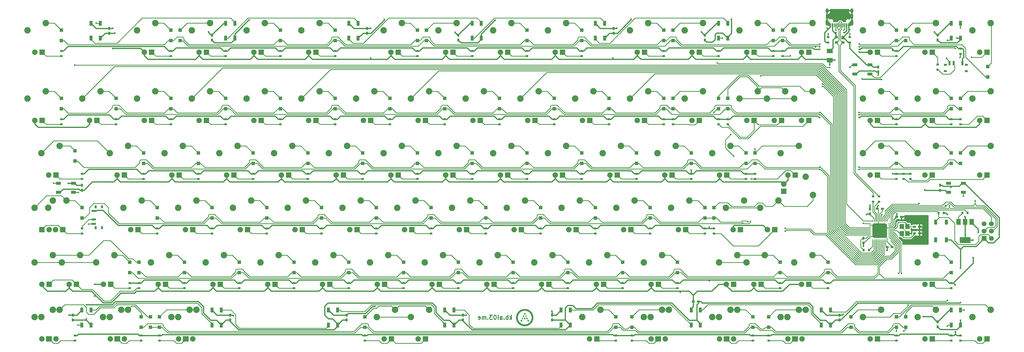
<source format=gbr>
%TF.GenerationSoftware,KiCad,Pcbnew,(6.0.0-0)*%
%TF.CreationDate,2021-12-31T13:36:48+01:00*%
%TF.ProjectId,KBD8X-MK2,4b424438-582d-44d4-9b32-2e6b69636164,rev?*%
%TF.SameCoordinates,Original*%
%TF.FileFunction,Copper,L2,Bot*%
%TF.FilePolarity,Positive*%
%FSLAX46Y46*%
G04 Gerber Fmt 4.6, Leading zero omitted, Abs format (unit mm)*
G04 Created by KiCad (PCBNEW (6.0.0-0)) date 2021-12-31 13:36:48*
%MOMM*%
%LPD*%
G01*
G04 APERTURE LIST*
G04 Aperture macros list*
%AMRoundRect*
0 Rectangle with rounded corners*
0 $1 Rounding radius*
0 $2 $3 $4 $5 $6 $7 $8 $9 X,Y pos of 4 corners*
0 Add a 4 corners polygon primitive as box body*
4,1,4,$2,$3,$4,$5,$6,$7,$8,$9,$2,$3,0*
0 Add four circle primitives for the rounded corners*
1,1,$1+$1,$2,$3*
1,1,$1+$1,$4,$5*
1,1,$1+$1,$6,$7*
1,1,$1+$1,$8,$9*
0 Add four rect primitives between the rounded corners*
20,1,$1+$1,$2,$3,$4,$5,0*
20,1,$1+$1,$4,$5,$6,$7,0*
20,1,$1+$1,$6,$7,$8,$9,0*
20,1,$1+$1,$8,$9,$2,$3,0*%
G04 Aperture macros list end*
%ADD10C,0.300000*%
%TA.AperFunction,NonConductor*%
%ADD11C,0.300000*%
%TD*%
%TA.AperFunction,EtchedComponent*%
%ADD12C,0.010000*%
%TD*%
%TA.AperFunction,ComponentPad*%
%ADD13C,2.250000*%
%TD*%
%TA.AperFunction,ComponentPad*%
%ADD14C,1.905000*%
%TD*%
%TA.AperFunction,ComponentPad*%
%ADD15R,1.905000X1.905000*%
%TD*%
%TA.AperFunction,SMDPad,CuDef*%
%ADD16R,1.500000X2.000000*%
%TD*%
%TA.AperFunction,SMDPad,CuDef*%
%ADD17R,3.800000X2.000000*%
%TD*%
%TA.AperFunction,SMDPad,CuDef*%
%ADD18R,1.000000X1.200000*%
%TD*%
%TA.AperFunction,SMDPad,CuDef*%
%ADD19R,1.000000X0.900000*%
%TD*%
%TA.AperFunction,SMDPad,CuDef*%
%ADD20R,0.600000X1.450000*%
%TD*%
%TA.AperFunction,SMDPad,CuDef*%
%ADD21R,0.300000X1.450000*%
%TD*%
%TA.AperFunction,ComponentPad*%
%ADD22O,1.000000X2.100000*%
%TD*%
%TA.AperFunction,ComponentPad*%
%ADD23O,1.000000X1.600000*%
%TD*%
%TA.AperFunction,ComponentPad*%
%ADD24C,1.700000*%
%TD*%
%TA.AperFunction,ComponentPad*%
%ADD25R,1.700000X1.700000*%
%TD*%
%TA.AperFunction,SMDPad,CuDef*%
%ADD26R,1.100000X1.800000*%
%TD*%
%TA.AperFunction,SMDPad,CuDef*%
%ADD27R,0.800000X1.000000*%
%TD*%
%TA.AperFunction,SMDPad,CuDef*%
%ADD28R,1.500000X0.700000*%
%TD*%
%TA.AperFunction,SMDPad,CuDef*%
%ADD29R,1.000000X0.800000*%
%TD*%
%TA.AperFunction,SMDPad,CuDef*%
%ADD30R,0.700000X1.500000*%
%TD*%
%TA.AperFunction,SMDPad,CuDef*%
%ADD31R,1.000000X0.750000*%
%TD*%
%TA.AperFunction,SMDPad,CuDef*%
%ADD32R,0.750000X1.000000*%
%TD*%
%TA.AperFunction,SMDPad,CuDef*%
%ADD33R,1.200000X1.200000*%
%TD*%
%TA.AperFunction,SMDPad,CuDef*%
%ADD34R,2.030000X1.650000*%
%TD*%
%TA.AperFunction,SMDPad,CuDef*%
%ADD35R,0.900000X0.800000*%
%TD*%
%TA.AperFunction,SMDPad,CuDef*%
%ADD36R,0.800000X0.900000*%
%TD*%
%TA.AperFunction,SMDPad,CuDef*%
%ADD37R,1.500000X1.700000*%
%TD*%
%TA.AperFunction,SMDPad,CuDef*%
%ADD38R,1.000000X1.800000*%
%TD*%
%TA.AperFunction,SMDPad,CuDef*%
%ADD39R,1.800000X1.000000*%
%TD*%
%TA.AperFunction,SMDPad,CuDef*%
%ADD40O,0.250000X1.000000*%
%TD*%
%TA.AperFunction,SMDPad,CuDef*%
%ADD41O,1.000000X0.250000*%
%TD*%
%TA.AperFunction,SMDPad,CuDef*%
%ADD42RoundRect,0.500000X-2.000000X2.000000X-2.000000X-2.000000X2.000000X-2.000000X2.000000X2.000000X0*%
%TD*%
%TA.AperFunction,ViaPad*%
%ADD43C,0.600000*%
%TD*%
%TA.AperFunction,Conductor*%
%ADD44C,0.381000*%
%TD*%
%TA.AperFunction,Conductor*%
%ADD45C,0.254000*%
%TD*%
%TA.AperFunction,Conductor*%
%ADD46C,0.203200*%
%TD*%
G04 APERTURE END LIST*
D10*
D11*
X212125000Y-137997321D02*
X212125000Y-136497321D01*
X211982142Y-137425892D02*
X211553571Y-137997321D01*
X211553571Y-136997321D02*
X212125000Y-137568750D01*
X210910714Y-137997321D02*
X210910714Y-136497321D01*
X210910714Y-137068750D02*
X210767857Y-136997321D01*
X210482142Y-136997321D01*
X210339285Y-137068750D01*
X210267857Y-137140178D01*
X210196428Y-137283035D01*
X210196428Y-137711607D01*
X210267857Y-137854464D01*
X210339285Y-137925892D01*
X210482142Y-137997321D01*
X210767857Y-137997321D01*
X210910714Y-137925892D01*
X209553571Y-137854464D02*
X209482142Y-137925892D01*
X209553571Y-137997321D01*
X209625000Y-137925892D01*
X209553571Y-137854464D01*
X209553571Y-137997321D01*
X208196428Y-137997321D02*
X208196428Y-137211607D01*
X208267857Y-137068750D01*
X208410714Y-136997321D01*
X208696428Y-136997321D01*
X208839285Y-137068750D01*
X208196428Y-137925892D02*
X208339285Y-137997321D01*
X208696428Y-137997321D01*
X208839285Y-137925892D01*
X208910714Y-137783035D01*
X208910714Y-137640178D01*
X208839285Y-137497321D01*
X208696428Y-137425892D01*
X208339285Y-137425892D01*
X208196428Y-137354464D01*
X207482142Y-137997321D02*
X207482142Y-136997321D01*
X207482142Y-136497321D02*
X207553571Y-136568750D01*
X207482142Y-136640178D01*
X207410714Y-136568750D01*
X207482142Y-136497321D01*
X207482142Y-136640178D01*
X206482142Y-136497321D02*
X206339285Y-136497321D01*
X206196428Y-136568750D01*
X206125000Y-136640178D01*
X206053571Y-136783035D01*
X205982142Y-137068750D01*
X205982142Y-137425892D01*
X206053571Y-137711607D01*
X206125000Y-137854464D01*
X206196428Y-137925892D01*
X206339285Y-137997321D01*
X206482142Y-137997321D01*
X206625000Y-137925892D01*
X206696428Y-137854464D01*
X206767857Y-137711607D01*
X206839285Y-137425892D01*
X206839285Y-137068750D01*
X206767857Y-136783035D01*
X206696428Y-136640178D01*
X206625000Y-136568750D01*
X206482142Y-136497321D01*
X205482142Y-136497321D02*
X204553571Y-136497321D01*
X205053571Y-137068750D01*
X204839285Y-137068750D01*
X204696428Y-137140178D01*
X204625000Y-137211607D01*
X204553571Y-137354464D01*
X204553571Y-137711607D01*
X204625000Y-137854464D01*
X204696428Y-137925892D01*
X204839285Y-137997321D01*
X205267857Y-137997321D01*
X205410714Y-137925892D01*
X205482142Y-137854464D01*
X203910714Y-137854464D02*
X203839285Y-137925892D01*
X203910714Y-137997321D01*
X203982142Y-137925892D01*
X203910714Y-137854464D01*
X203910714Y-137997321D01*
X203196428Y-137997321D02*
X203196428Y-136997321D01*
X203196428Y-137140178D02*
X203125000Y-137068750D01*
X202982142Y-136997321D01*
X202767857Y-136997321D01*
X202625000Y-137068750D01*
X202553571Y-137211607D01*
X202553571Y-137997321D01*
X202553571Y-137211607D02*
X202482142Y-137068750D01*
X202339285Y-136997321D01*
X202125000Y-136997321D01*
X201982142Y-137068750D01*
X201910714Y-137211607D01*
X201910714Y-137997321D01*
X200625000Y-137925892D02*
X200767857Y-137997321D01*
X201053571Y-137997321D01*
X201196428Y-137925892D01*
X201267857Y-137783035D01*
X201267857Y-137211607D01*
X201196428Y-137068750D01*
X201053571Y-136997321D01*
X200767857Y-136997321D01*
X200625000Y-137068750D01*
X200553571Y-137211607D01*
X200553571Y-137354464D01*
X201267857Y-137497321D01*
D12*
%TO.C,G\u002A\u002A\u002A*%
X217693875Y-138620500D02*
X218098687Y-138620500D01*
X218098687Y-138620500D02*
X218098687Y-138215688D01*
X218098687Y-138215688D02*
X217693875Y-138215688D01*
X217693875Y-138215688D02*
X217693875Y-138620500D01*
X217693875Y-138620500D02*
X217693875Y-138620500D01*
G36*
X218098687Y-138620500D02*
G01*
X217693875Y-138620500D01*
X217693875Y-138215688D01*
X218098687Y-138215688D01*
X218098687Y-138620500D01*
G37*
X218098687Y-138620500D02*
X217693875Y-138620500D01*
X217693875Y-138215688D01*
X218098687Y-138215688D01*
X218098687Y-138620500D01*
X217289062Y-137834688D02*
X217693875Y-137834688D01*
X217693875Y-137834688D02*
X217693875Y-137429875D01*
X217693875Y-137429875D02*
X217289062Y-137429875D01*
X217289062Y-137429875D02*
X217289062Y-137834688D01*
X217289062Y-137834688D02*
X217289062Y-137834688D01*
G36*
X217693875Y-137834688D02*
G01*
X217289062Y-137834688D01*
X217289062Y-137429875D01*
X217693875Y-137429875D01*
X217693875Y-137834688D01*
G37*
X217693875Y-137834688D02*
X217289062Y-137834688D01*
X217289062Y-137429875D01*
X217693875Y-137429875D01*
X217693875Y-137834688D01*
X216503250Y-136239250D02*
X216908062Y-136239250D01*
X216908062Y-136239250D02*
X216908062Y-135834438D01*
X216908062Y-135834438D02*
X216503250Y-135834438D01*
X216503250Y-135834438D02*
X216503250Y-136239250D01*
X216503250Y-136239250D02*
X216503250Y-136239250D01*
G36*
X216908062Y-136239250D02*
G01*
X216503250Y-136239250D01*
X216503250Y-135834438D01*
X216908062Y-135834438D01*
X216908062Y-136239250D01*
G37*
X216908062Y-136239250D02*
X216503250Y-136239250D01*
X216503250Y-135834438D01*
X216908062Y-135834438D01*
X216908062Y-136239250D01*
X216908062Y-137025063D02*
X217289062Y-137025063D01*
X217289062Y-137025063D02*
X217289062Y-136644063D01*
X217289062Y-136644063D02*
X216908062Y-136644063D01*
X216908062Y-136644063D02*
X216908062Y-137025063D01*
X216908062Y-137025063D02*
X216908062Y-137025063D01*
G36*
X217289062Y-137025063D02*
G01*
X216908062Y-137025063D01*
X216908062Y-136644063D01*
X217289062Y-136644063D01*
X217289062Y-137025063D01*
G37*
X217289062Y-137025063D02*
X216908062Y-137025063D01*
X216908062Y-136644063D01*
X217289062Y-136644063D01*
X217289062Y-137025063D01*
X216503250Y-137834688D02*
X216908062Y-137834688D01*
X216908062Y-137834688D02*
X216908062Y-137429875D01*
X216908062Y-137429875D02*
X216503250Y-137429875D01*
X216503250Y-137429875D02*
X216503250Y-137834688D01*
X216503250Y-137834688D02*
X216503250Y-137834688D01*
G36*
X216908062Y-137834688D02*
G01*
X216503250Y-137834688D01*
X216503250Y-137429875D01*
X216908062Y-137429875D01*
X216908062Y-137834688D01*
G37*
X216908062Y-137834688D02*
X216503250Y-137834688D01*
X216503250Y-137429875D01*
X216908062Y-137429875D01*
X216908062Y-137834688D01*
X216689781Y-134346795D02*
X216565663Y-134348165D01*
X216565663Y-134348165D02*
X216453951Y-134352322D01*
X216453951Y-134352322D02*
X216351358Y-134359669D01*
X216351358Y-134359669D02*
X216254594Y-134370610D01*
X216254594Y-134370610D02*
X216160372Y-134385548D01*
X216160372Y-134385548D02*
X216065403Y-134404887D01*
X216065403Y-134404887D02*
X215966399Y-134429031D01*
X215966399Y-134429031D02*
X215921120Y-134441168D01*
X215921120Y-134441168D02*
X215712573Y-134506406D01*
X215712573Y-134506406D02*
X215510485Y-134585742D01*
X215510485Y-134585742D02*
X215315622Y-134678778D01*
X215315622Y-134678778D02*
X215128751Y-134785118D01*
X215128751Y-134785118D02*
X214950636Y-134904366D01*
X214950636Y-134904366D02*
X214798490Y-135022367D01*
X214798490Y-135022367D02*
X214640822Y-135163092D01*
X214640822Y-135163092D02*
X214493485Y-135314537D01*
X214493485Y-135314537D02*
X214357164Y-135475635D01*
X214357164Y-135475635D02*
X214232542Y-135645317D01*
X214232542Y-135645317D02*
X214120303Y-135822516D01*
X214120303Y-135822516D02*
X214021130Y-136006166D01*
X214021130Y-136006166D02*
X213935708Y-136195197D01*
X213935708Y-136195197D02*
X213864720Y-136388543D01*
X213864720Y-136388543D02*
X213815966Y-136556553D01*
X213815966Y-136556553D02*
X213782895Y-136696539D01*
X213782895Y-136696539D02*
X213757535Y-136828475D01*
X213757535Y-136828475D02*
X213739143Y-136957747D01*
X213739143Y-136957747D02*
X213726975Y-137089743D01*
X213726975Y-137089743D02*
X213720289Y-137229850D01*
X213720289Y-137229850D02*
X213719636Y-137255250D01*
X213719636Y-137255250D02*
X213722355Y-137473547D01*
X213722355Y-137473547D02*
X213740550Y-137688330D01*
X213740550Y-137688330D02*
X213774215Y-137899571D01*
X213774215Y-137899571D02*
X213823344Y-138107239D01*
X213823344Y-138107239D02*
X213887931Y-138311305D01*
X213887931Y-138311305D02*
X213952128Y-138475237D01*
X213952128Y-138475237D02*
X213980211Y-138540502D01*
X213980211Y-138540502D02*
X214004273Y-138594660D01*
X214004273Y-138594660D02*
X214026142Y-138641363D01*
X214026142Y-138641363D02*
X214047643Y-138684263D01*
X214047643Y-138684263D02*
X214070604Y-138727013D01*
X214070604Y-138727013D02*
X214096850Y-138773265D01*
X214096850Y-138773265D02*
X214125975Y-138822906D01*
X214125975Y-138822906D02*
X214245194Y-139009177D01*
X214245194Y-139009177D02*
X214375298Y-139183903D01*
X214375298Y-139183903D02*
X214516421Y-139347215D01*
X214516421Y-139347215D02*
X214668695Y-139499246D01*
X214668695Y-139499246D02*
X214832253Y-139640130D01*
X214832253Y-139640130D02*
X215007226Y-139769998D01*
X215007226Y-139769998D02*
X215189594Y-139886525D01*
X215189594Y-139886525D02*
X215242423Y-139917494D01*
X215242423Y-139917494D02*
X215288336Y-139943471D01*
X215288336Y-139943471D02*
X215330985Y-139966281D01*
X215330985Y-139966281D02*
X215374022Y-139987751D01*
X215374022Y-139987751D02*
X215421099Y-140009707D01*
X215421099Y-140009707D02*
X215475869Y-140033975D01*
X215475869Y-140033975D02*
X215537263Y-140060372D01*
X215537263Y-140060372D02*
X215633496Y-140099919D01*
X215633496Y-140099919D02*
X215722214Y-140132958D01*
X215722214Y-140132958D02*
X215809328Y-140161445D01*
X215809328Y-140161445D02*
X215900752Y-140187339D01*
X215900752Y-140187339D02*
X215983344Y-140208072D01*
X215983344Y-140208072D02*
X216147860Y-140243626D01*
X216147860Y-140243626D02*
X216304955Y-140269303D01*
X216304955Y-140269303D02*
X216459183Y-140285643D01*
X216459183Y-140285643D02*
X216615101Y-140293186D01*
X216615101Y-140293186D02*
X216705656Y-140293763D01*
X216705656Y-140293763D02*
X216756875Y-140293248D01*
X216756875Y-140293248D02*
X216804996Y-140292543D01*
X216804996Y-140292543D02*
X216846876Y-140291710D01*
X216846876Y-140291710D02*
X216879372Y-140290813D01*
X216879372Y-140290813D02*
X216899340Y-140289915D01*
X216899340Y-140289915D02*
X216900125Y-140289859D01*
X216900125Y-140289859D02*
X217116299Y-140265907D01*
X217116299Y-140265907D02*
X217329056Y-140226920D01*
X217329056Y-140226920D02*
X217537537Y-140173217D01*
X217537537Y-140173217D02*
X217740882Y-140105113D01*
X217740882Y-140105113D02*
X217938234Y-140022926D01*
X217938234Y-140022926D02*
X218128732Y-139926975D01*
X218128732Y-139926975D02*
X218311518Y-139817576D01*
X218311518Y-139817576D02*
X218462474Y-139712546D01*
X218462474Y-139712546D02*
X218635401Y-139574199D01*
X218635401Y-139574199D02*
X218796085Y-139425838D01*
X218796085Y-139425838D02*
X218944299Y-139267789D01*
X218944299Y-139267789D02*
X219079821Y-139100382D01*
X219079821Y-139100382D02*
X219202426Y-138923944D01*
X219202426Y-138923944D02*
X219311889Y-138738802D01*
X219311889Y-138738802D02*
X219407987Y-138545285D01*
X219407987Y-138545285D02*
X219490494Y-138343721D01*
X219490494Y-138343721D02*
X219559187Y-138134438D01*
X219559187Y-138134438D02*
X219571332Y-138091380D01*
X219571332Y-138091380D02*
X219597698Y-137989585D01*
X219597698Y-137989585D02*
X219619083Y-137893261D01*
X219619083Y-137893261D02*
X219635891Y-137799117D01*
X219635891Y-137799117D02*
X219648525Y-137703867D01*
X219648525Y-137703867D02*
X219657390Y-137604220D01*
X219657390Y-137604220D02*
X219662888Y-137496890D01*
X219662888Y-137496890D02*
X219665424Y-137378586D01*
X219665424Y-137378586D02*
X219665705Y-137322719D01*
X219665705Y-137322719D02*
X219665030Y-137267358D01*
X219665030Y-137267358D02*
X219132956Y-137267358D01*
X219132956Y-137267358D02*
X219132853Y-137347496D01*
X219132853Y-137347496D02*
X219131187Y-137427160D01*
X219131187Y-137427160D02*
X219127991Y-137502287D01*
X219127991Y-137502287D02*
X219123294Y-137568810D01*
X219123294Y-137568810D02*
X219119574Y-137604500D01*
X219119574Y-137604500D02*
X219087700Y-137801798D01*
X219087700Y-137801798D02*
X219041049Y-137993413D01*
X219041049Y-137993413D02*
X218979799Y-138178972D01*
X218979799Y-138178972D02*
X218904131Y-138358099D01*
X218904131Y-138358099D02*
X218814223Y-138530419D01*
X218814223Y-138530419D02*
X218710256Y-138695559D01*
X218710256Y-138695559D02*
X218592409Y-138853143D01*
X218592409Y-138853143D02*
X218460862Y-139002797D01*
X218460862Y-139002797D02*
X218438526Y-139026010D01*
X218438526Y-139026010D02*
X218304292Y-139153084D01*
X218304292Y-139153084D02*
X218158590Y-139271020D01*
X218158590Y-139271020D02*
X218004119Y-139377840D01*
X218004119Y-139377840D02*
X217843581Y-139471566D01*
X217843581Y-139471566D02*
X217797792Y-139495254D01*
X217797792Y-139495254D02*
X217723384Y-139531903D01*
X217723384Y-139531903D02*
X217658143Y-139562122D01*
X217658143Y-139562122D02*
X217597646Y-139587690D01*
X217597646Y-139587690D02*
X217537472Y-139610384D01*
X217537472Y-139610384D02*
X217473199Y-139631983D01*
X217473199Y-139631983D02*
X217408125Y-139651977D01*
X217408125Y-139651977D02*
X217218912Y-139701390D01*
X217218912Y-139701390D02*
X217033161Y-139735841D01*
X217033161Y-139735841D02*
X216849423Y-139755464D01*
X216849423Y-139755464D02*
X216666247Y-139760392D01*
X216666247Y-139760392D02*
X216482186Y-139750761D01*
X216482186Y-139750761D02*
X216415644Y-139743781D01*
X216415644Y-139743781D02*
X216228312Y-139714837D01*
X216228312Y-139714837D02*
X216048731Y-139673028D01*
X216048731Y-139673028D02*
X215874393Y-139617604D01*
X215874393Y-139617604D02*
X215702791Y-139547814D01*
X215702791Y-139547814D02*
X215605834Y-139501616D01*
X215605834Y-139501616D02*
X215435202Y-139408197D01*
X215435202Y-139408197D02*
X215275786Y-139304462D01*
X215275786Y-139304462D02*
X215126828Y-139189724D01*
X215126828Y-139189724D02*
X214987571Y-139063300D01*
X214987571Y-139063300D02*
X214857256Y-138924504D01*
X214857256Y-138924504D02*
X214735126Y-138772653D01*
X214735126Y-138772653D02*
X214626858Y-138617009D01*
X214626858Y-138617009D02*
X214601732Y-138575818D01*
X214601732Y-138575818D02*
X214572409Y-138523690D01*
X214572409Y-138523690D02*
X214540709Y-138464246D01*
X214540709Y-138464246D02*
X214508451Y-138401106D01*
X214508451Y-138401106D02*
X214477457Y-138337890D01*
X214477457Y-138337890D02*
X214449544Y-138278217D01*
X214449544Y-138278217D02*
X214426535Y-138225707D01*
X214426535Y-138225707D02*
X214413097Y-138191875D01*
X214413097Y-138191875D02*
X214350230Y-138000334D01*
X214350230Y-138000334D02*
X214302834Y-137807595D01*
X214302834Y-137807595D02*
X214270950Y-137614200D01*
X214270950Y-137614200D02*
X214254620Y-137420690D01*
X214254620Y-137420690D02*
X214253882Y-137227607D01*
X214253882Y-137227607D02*
X214268778Y-137035492D01*
X214268778Y-137035492D02*
X214299348Y-136844886D01*
X214299348Y-136844886D02*
X214309151Y-136798844D01*
X214309151Y-136798844D02*
X214342800Y-136662551D01*
X214342800Y-136662551D02*
X214381108Y-136536368D01*
X214381108Y-136536368D02*
X214426046Y-136414757D01*
X214426046Y-136414757D02*
X214479587Y-136292182D01*
X214479587Y-136292182D02*
X214517246Y-136214708D01*
X214517246Y-136214708D02*
X214610951Y-136045860D01*
X214610951Y-136045860D02*
X214717776Y-135885423D01*
X214717776Y-135885423D02*
X214836952Y-135734118D01*
X214836952Y-135734118D02*
X214967713Y-135592664D01*
X214967713Y-135592664D02*
X215109290Y-135461781D01*
X215109290Y-135461781D02*
X215260916Y-135342190D01*
X215260916Y-135342190D02*
X215421823Y-135234610D01*
X215421823Y-135234610D02*
X215591243Y-135139761D01*
X215591243Y-135139761D02*
X215735425Y-135072230D01*
X215735425Y-135072230D02*
X215907053Y-135005835D01*
X215907053Y-135005835D02*
X216079607Y-134953837D01*
X216079607Y-134953837D02*
X216255094Y-134915828D01*
X216255094Y-134915828D02*
X216435524Y-134891401D01*
X216435524Y-134891401D02*
X216622905Y-134880147D01*
X216622905Y-134880147D02*
X216685812Y-134879257D01*
X216685812Y-134879257D02*
X216883907Y-134885627D01*
X216883907Y-134885627D02*
X217075535Y-134906272D01*
X217075535Y-134906272D02*
X217261469Y-134941423D01*
X217261469Y-134941423D02*
X217442485Y-134991317D01*
X217442485Y-134991317D02*
X217619356Y-135056185D01*
X217619356Y-135056185D02*
X217792856Y-135136263D01*
X217792856Y-135136263D02*
X217963759Y-135231785D01*
X217963759Y-135231785D02*
X218064456Y-135295994D01*
X218064456Y-135295994D02*
X218203889Y-135397522D01*
X218203889Y-135397522D02*
X218338087Y-135512028D01*
X218338087Y-135512028D02*
X218465409Y-135637589D01*
X218465409Y-135637589D02*
X218584215Y-135772281D01*
X218584215Y-135772281D02*
X218692864Y-135914181D01*
X218692864Y-135914181D02*
X218789715Y-136061365D01*
X218789715Y-136061365D02*
X218873128Y-136211911D01*
X218873128Y-136211911D02*
X218907924Y-136284830D01*
X218907924Y-136284830D02*
X218969327Y-136429689D01*
X218969327Y-136429689D02*
X219019558Y-136568928D01*
X219019558Y-136568928D02*
X219059815Y-136706876D01*
X219059815Y-136706876D02*
X219091294Y-136847864D01*
X219091294Y-136847864D02*
X219115194Y-136996221D01*
X219115194Y-136996221D02*
X219123595Y-137064750D01*
X219123595Y-137064750D02*
X219128358Y-137121920D01*
X219128358Y-137121920D02*
X219131468Y-137190811D01*
X219131468Y-137190811D02*
X219132956Y-137267358D01*
X219132956Y-137267358D02*
X219665030Y-137267358D01*
X219665030Y-137267358D02*
X219663960Y-137179723D01*
X219663960Y-137179723D02*
X219658086Y-137048856D01*
X219658086Y-137048856D02*
X219647512Y-136926775D01*
X219647512Y-136926775D02*
X219631665Y-136810135D01*
X219631665Y-136810135D02*
X219609973Y-136695594D01*
X219609973Y-136695594D02*
X219581863Y-136579809D01*
X219581863Y-136579809D02*
X219546764Y-136459437D01*
X219546764Y-136459437D02*
X219504103Y-136331134D01*
X219504103Y-136331134D02*
X219488409Y-136286875D01*
X219488409Y-136286875D02*
X219410024Y-136092156D01*
X219410024Y-136092156D02*
X219317184Y-135903822D01*
X219317184Y-135903822D02*
X219210078Y-135722135D01*
X219210078Y-135722135D02*
X219088898Y-135547358D01*
X219088898Y-135547358D02*
X218953833Y-135379753D01*
X218953833Y-135379753D02*
X218805076Y-135219583D01*
X218805076Y-135219583D02*
X218642817Y-135067110D01*
X218642817Y-135067110D02*
X218535979Y-134976929D01*
X218535979Y-134976929D02*
X218450150Y-134911436D01*
X218450150Y-134911436D02*
X218352611Y-134844110D01*
X218352611Y-134844110D02*
X218247002Y-134777162D01*
X218247002Y-134777162D02*
X218136964Y-134712805D01*
X218136964Y-134712805D02*
X218026137Y-134653250D01*
X218026137Y-134653250D02*
X217918161Y-134600708D01*
X217918161Y-134600708D02*
X217912156Y-134597965D01*
X217912156Y-134597965D02*
X217842196Y-134568092D01*
X217842196Y-134568092D02*
X217761015Y-134536706D01*
X217761015Y-134536706D02*
X217672983Y-134505286D01*
X217672983Y-134505286D02*
X217582471Y-134475312D01*
X217582471Y-134475312D02*
X217493849Y-134448261D01*
X217493849Y-134448261D02*
X217411486Y-134425614D01*
X217411486Y-134425614D02*
X217379600Y-134417721D01*
X217379600Y-134417721D02*
X217286375Y-134396953D01*
X217286375Y-134396953D02*
X217197401Y-134380293D01*
X217197401Y-134380293D02*
X217109397Y-134367402D01*
X217109397Y-134367402D02*
X217019081Y-134357945D01*
X217019081Y-134357945D02*
X216923172Y-134351582D01*
X216923172Y-134351582D02*
X216818390Y-134347978D01*
X216818390Y-134347978D02*
X216701455Y-134346794D01*
X216701455Y-134346794D02*
X216689781Y-134346795D01*
X216689781Y-134346795D02*
X216689781Y-134346795D01*
G36*
X219665424Y-137378586D02*
G01*
X219662888Y-137496890D01*
X219657390Y-137604220D01*
X219648525Y-137703867D01*
X219635891Y-137799117D01*
X219619083Y-137893261D01*
X219597698Y-137989585D01*
X219571332Y-138091380D01*
X219559187Y-138134438D01*
X219490494Y-138343721D01*
X219407987Y-138545285D01*
X219311889Y-138738802D01*
X219202426Y-138923944D01*
X219079821Y-139100382D01*
X218944299Y-139267789D01*
X218796085Y-139425838D01*
X218635401Y-139574199D01*
X218462474Y-139712546D01*
X218311518Y-139817576D01*
X218128732Y-139926975D01*
X217938234Y-140022926D01*
X217740882Y-140105113D01*
X217537537Y-140173217D01*
X217329056Y-140226920D01*
X217116299Y-140265907D01*
X216900125Y-140289859D01*
X216899340Y-140289915D01*
X216879372Y-140290813D01*
X216846876Y-140291710D01*
X216804996Y-140292543D01*
X216756875Y-140293248D01*
X216705656Y-140293763D01*
X216615101Y-140293186D01*
X216459183Y-140285643D01*
X216304955Y-140269303D01*
X216147860Y-140243626D01*
X215983344Y-140208072D01*
X215900752Y-140187339D01*
X215809328Y-140161445D01*
X215722214Y-140132958D01*
X215633496Y-140099919D01*
X215537263Y-140060372D01*
X215475869Y-140033975D01*
X215421099Y-140009707D01*
X215374022Y-139987751D01*
X215330985Y-139966281D01*
X215288336Y-139943471D01*
X215242423Y-139917494D01*
X215189594Y-139886525D01*
X215007226Y-139769998D01*
X214832253Y-139640130D01*
X214668695Y-139499246D01*
X214516421Y-139347215D01*
X214375298Y-139183903D01*
X214245194Y-139009177D01*
X214125975Y-138822906D01*
X214096850Y-138773265D01*
X214070604Y-138727013D01*
X214047643Y-138684263D01*
X214026142Y-138641363D01*
X214004273Y-138594660D01*
X213980211Y-138540502D01*
X213952128Y-138475237D01*
X213887931Y-138311305D01*
X213823344Y-138107239D01*
X213774215Y-137899571D01*
X213740550Y-137688330D01*
X213722355Y-137473547D01*
X213719636Y-137255250D01*
X213720289Y-137229850D01*
X213720396Y-137227607D01*
X214253882Y-137227607D01*
X214254620Y-137420690D01*
X214270950Y-137614200D01*
X214302834Y-137807595D01*
X214350230Y-138000334D01*
X214413097Y-138191875D01*
X214426535Y-138225707D01*
X214449544Y-138278217D01*
X214477457Y-138337890D01*
X214508451Y-138401106D01*
X214540709Y-138464246D01*
X214572409Y-138523690D01*
X214601732Y-138575818D01*
X214626858Y-138617009D01*
X214735126Y-138772653D01*
X214857256Y-138924504D01*
X214987571Y-139063300D01*
X215126828Y-139189724D01*
X215275786Y-139304462D01*
X215435202Y-139408197D01*
X215605834Y-139501616D01*
X215702791Y-139547814D01*
X215874393Y-139617604D01*
X216048731Y-139673028D01*
X216228312Y-139714837D01*
X216415644Y-139743781D01*
X216482186Y-139750761D01*
X216666247Y-139760392D01*
X216849423Y-139755464D01*
X217033161Y-139735841D01*
X217218912Y-139701390D01*
X217408125Y-139651977D01*
X217473199Y-139631983D01*
X217537472Y-139610384D01*
X217597646Y-139587690D01*
X217658143Y-139562122D01*
X217723384Y-139531903D01*
X217797792Y-139495254D01*
X217843581Y-139471566D01*
X218004119Y-139377840D01*
X218158590Y-139271020D01*
X218304292Y-139153084D01*
X218438526Y-139026010D01*
X218460862Y-139002797D01*
X218592409Y-138853143D01*
X218710256Y-138695559D01*
X218814223Y-138530419D01*
X218904131Y-138358099D01*
X218979799Y-138178972D01*
X219041049Y-137993413D01*
X219087700Y-137801798D01*
X219119574Y-137604500D01*
X219123294Y-137568810D01*
X219127991Y-137502287D01*
X219131187Y-137427160D01*
X219132853Y-137347496D01*
X219132956Y-137267358D01*
X219131468Y-137190811D01*
X219128358Y-137121920D01*
X219123595Y-137064750D01*
X219115194Y-136996221D01*
X219091294Y-136847864D01*
X219059815Y-136706876D01*
X219019558Y-136568928D01*
X218969327Y-136429689D01*
X218907924Y-136284830D01*
X218873128Y-136211911D01*
X218789715Y-136061365D01*
X218692864Y-135914181D01*
X218584215Y-135772281D01*
X218465409Y-135637589D01*
X218338087Y-135512028D01*
X218203889Y-135397522D01*
X218064456Y-135295994D01*
X217963759Y-135231785D01*
X217792856Y-135136263D01*
X217619356Y-135056185D01*
X217442485Y-134991317D01*
X217261469Y-134941423D01*
X217075535Y-134906272D01*
X216883907Y-134885627D01*
X216685812Y-134879257D01*
X216622905Y-134880147D01*
X216435524Y-134891401D01*
X216255094Y-134915828D01*
X216079607Y-134953837D01*
X215907053Y-135005835D01*
X215735425Y-135072230D01*
X215591243Y-135139761D01*
X215421823Y-135234610D01*
X215260916Y-135342190D01*
X215109290Y-135461781D01*
X214967713Y-135592664D01*
X214836952Y-135734118D01*
X214717776Y-135885423D01*
X214610951Y-136045860D01*
X214517246Y-136214708D01*
X214479587Y-136292182D01*
X214426046Y-136414757D01*
X214381108Y-136536368D01*
X214342800Y-136662551D01*
X214309151Y-136798844D01*
X214299348Y-136844886D01*
X214268778Y-137035492D01*
X214253882Y-137227607D01*
X213720396Y-137227607D01*
X213726975Y-137089743D01*
X213739143Y-136957747D01*
X213757535Y-136828475D01*
X213782895Y-136696539D01*
X213815966Y-136556553D01*
X213864720Y-136388543D01*
X213935708Y-136195197D01*
X214021130Y-136006166D01*
X214120303Y-135822516D01*
X214232542Y-135645317D01*
X214357164Y-135475635D01*
X214493485Y-135314537D01*
X214640822Y-135163092D01*
X214798490Y-135022367D01*
X214950636Y-134904366D01*
X215128751Y-134785118D01*
X215315622Y-134678778D01*
X215510485Y-134585742D01*
X215712573Y-134506406D01*
X215921120Y-134441168D01*
X215966399Y-134429031D01*
X216065403Y-134404887D01*
X216160372Y-134385548D01*
X216254594Y-134370610D01*
X216351358Y-134359669D01*
X216453951Y-134352322D01*
X216565663Y-134348165D01*
X216689781Y-134346795D01*
X216701455Y-134346794D01*
X216818390Y-134347978D01*
X216923172Y-134351582D01*
X217019081Y-134357945D01*
X217109397Y-134367402D01*
X217197401Y-134380293D01*
X217286375Y-134396953D01*
X217379600Y-134417721D01*
X217411486Y-134425614D01*
X217493849Y-134448261D01*
X217582471Y-134475312D01*
X217672983Y-134505286D01*
X217761015Y-134536706D01*
X217842196Y-134568092D01*
X217912156Y-134597965D01*
X217918161Y-134600708D01*
X218026137Y-134653250D01*
X218136964Y-134712805D01*
X218247002Y-134777162D01*
X218352611Y-134844110D01*
X218450150Y-134911436D01*
X218535979Y-134976929D01*
X218642817Y-135067110D01*
X218805076Y-135219583D01*
X218953833Y-135379753D01*
X219088898Y-135547358D01*
X219210078Y-135722135D01*
X219317184Y-135903822D01*
X219410024Y-136092156D01*
X219488409Y-136286875D01*
X219504103Y-136331134D01*
X219546764Y-136459437D01*
X219581863Y-136579809D01*
X219609973Y-136695594D01*
X219631665Y-136810135D01*
X219647512Y-136926775D01*
X219658086Y-137048856D01*
X219663960Y-137179723D01*
X219665030Y-137267358D01*
X219665705Y-137322719D01*
X219665424Y-137378586D01*
G37*
X219665424Y-137378586D02*
X219662888Y-137496890D01*
X219657390Y-137604220D01*
X219648525Y-137703867D01*
X219635891Y-137799117D01*
X219619083Y-137893261D01*
X219597698Y-137989585D01*
X219571332Y-138091380D01*
X219559187Y-138134438D01*
X219490494Y-138343721D01*
X219407987Y-138545285D01*
X219311889Y-138738802D01*
X219202426Y-138923944D01*
X219079821Y-139100382D01*
X218944299Y-139267789D01*
X218796085Y-139425838D01*
X218635401Y-139574199D01*
X218462474Y-139712546D01*
X218311518Y-139817576D01*
X218128732Y-139926975D01*
X217938234Y-140022926D01*
X217740882Y-140105113D01*
X217537537Y-140173217D01*
X217329056Y-140226920D01*
X217116299Y-140265907D01*
X216900125Y-140289859D01*
X216899340Y-140289915D01*
X216879372Y-140290813D01*
X216846876Y-140291710D01*
X216804996Y-140292543D01*
X216756875Y-140293248D01*
X216705656Y-140293763D01*
X216615101Y-140293186D01*
X216459183Y-140285643D01*
X216304955Y-140269303D01*
X216147860Y-140243626D01*
X215983344Y-140208072D01*
X215900752Y-140187339D01*
X215809328Y-140161445D01*
X215722214Y-140132958D01*
X215633496Y-140099919D01*
X215537263Y-140060372D01*
X215475869Y-140033975D01*
X215421099Y-140009707D01*
X215374022Y-139987751D01*
X215330985Y-139966281D01*
X215288336Y-139943471D01*
X215242423Y-139917494D01*
X215189594Y-139886525D01*
X215007226Y-139769998D01*
X214832253Y-139640130D01*
X214668695Y-139499246D01*
X214516421Y-139347215D01*
X214375298Y-139183903D01*
X214245194Y-139009177D01*
X214125975Y-138822906D01*
X214096850Y-138773265D01*
X214070604Y-138727013D01*
X214047643Y-138684263D01*
X214026142Y-138641363D01*
X214004273Y-138594660D01*
X213980211Y-138540502D01*
X213952128Y-138475237D01*
X213887931Y-138311305D01*
X213823344Y-138107239D01*
X213774215Y-137899571D01*
X213740550Y-137688330D01*
X213722355Y-137473547D01*
X213719636Y-137255250D01*
X213720289Y-137229850D01*
X213720396Y-137227607D01*
X214253882Y-137227607D01*
X214254620Y-137420690D01*
X214270950Y-137614200D01*
X214302834Y-137807595D01*
X214350230Y-138000334D01*
X214413097Y-138191875D01*
X214426535Y-138225707D01*
X214449544Y-138278217D01*
X214477457Y-138337890D01*
X214508451Y-138401106D01*
X214540709Y-138464246D01*
X214572409Y-138523690D01*
X214601732Y-138575818D01*
X214626858Y-138617009D01*
X214735126Y-138772653D01*
X214857256Y-138924504D01*
X214987571Y-139063300D01*
X215126828Y-139189724D01*
X215275786Y-139304462D01*
X215435202Y-139408197D01*
X215605834Y-139501616D01*
X215702791Y-139547814D01*
X215874393Y-139617604D01*
X216048731Y-139673028D01*
X216228312Y-139714837D01*
X216415644Y-139743781D01*
X216482186Y-139750761D01*
X216666247Y-139760392D01*
X216849423Y-139755464D01*
X217033161Y-139735841D01*
X217218912Y-139701390D01*
X217408125Y-139651977D01*
X217473199Y-139631983D01*
X217537472Y-139610384D01*
X217597646Y-139587690D01*
X217658143Y-139562122D01*
X217723384Y-139531903D01*
X217797792Y-139495254D01*
X217843581Y-139471566D01*
X218004119Y-139377840D01*
X218158590Y-139271020D01*
X218304292Y-139153084D01*
X218438526Y-139026010D01*
X218460862Y-139002797D01*
X218592409Y-138853143D01*
X218710256Y-138695559D01*
X218814223Y-138530419D01*
X218904131Y-138358099D01*
X218979799Y-138178972D01*
X219041049Y-137993413D01*
X219087700Y-137801798D01*
X219119574Y-137604500D01*
X219123294Y-137568810D01*
X219127991Y-137502287D01*
X219131187Y-137427160D01*
X219132853Y-137347496D01*
X219132956Y-137267358D01*
X219131468Y-137190811D01*
X219128358Y-137121920D01*
X219123595Y-137064750D01*
X219115194Y-136996221D01*
X219091294Y-136847864D01*
X219059815Y-136706876D01*
X219019558Y-136568928D01*
X218969327Y-136429689D01*
X218907924Y-136284830D01*
X218873128Y-136211911D01*
X218789715Y-136061365D01*
X218692864Y-135914181D01*
X218584215Y-135772281D01*
X218465409Y-135637589D01*
X218338087Y-135512028D01*
X218203889Y-135397522D01*
X218064456Y-135295994D01*
X217963759Y-135231785D01*
X217792856Y-135136263D01*
X217619356Y-135056185D01*
X217442485Y-134991317D01*
X217261469Y-134941423D01*
X217075535Y-134906272D01*
X216883907Y-134885627D01*
X216685812Y-134879257D01*
X216622905Y-134880147D01*
X216435524Y-134891401D01*
X216255094Y-134915828D01*
X216079607Y-134953837D01*
X215907053Y-135005835D01*
X215735425Y-135072230D01*
X215591243Y-135139761D01*
X215421823Y-135234610D01*
X215260916Y-135342190D01*
X215109290Y-135461781D01*
X214967713Y-135592664D01*
X214836952Y-135734118D01*
X214717776Y-135885423D01*
X214610951Y-136045860D01*
X214517246Y-136214708D01*
X214479587Y-136292182D01*
X214426046Y-136414757D01*
X214381108Y-136536368D01*
X214342800Y-136662551D01*
X214309151Y-136798844D01*
X214299348Y-136844886D01*
X214268778Y-137035492D01*
X214253882Y-137227607D01*
X213720396Y-137227607D01*
X213726975Y-137089743D01*
X213739143Y-136957747D01*
X213757535Y-136828475D01*
X213782895Y-136696539D01*
X213815966Y-136556553D01*
X213864720Y-136388543D01*
X213935708Y-136195197D01*
X214021130Y-136006166D01*
X214120303Y-135822516D01*
X214232542Y-135645317D01*
X214357164Y-135475635D01*
X214493485Y-135314537D01*
X214640822Y-135163092D01*
X214798490Y-135022367D01*
X214950636Y-134904366D01*
X215128751Y-134785118D01*
X215315622Y-134678778D01*
X215510485Y-134585742D01*
X215712573Y-134506406D01*
X215921120Y-134441168D01*
X215966399Y-134429031D01*
X216065403Y-134404887D01*
X216160372Y-134385548D01*
X216254594Y-134370610D01*
X216351358Y-134359669D01*
X216453951Y-134352322D01*
X216565663Y-134348165D01*
X216689781Y-134346795D01*
X216701455Y-134346794D01*
X216818390Y-134347978D01*
X216923172Y-134351582D01*
X217019081Y-134357945D01*
X217109397Y-134367402D01*
X217197401Y-134380293D01*
X217286375Y-134396953D01*
X217379600Y-134417721D01*
X217411486Y-134425614D01*
X217493849Y-134448261D01*
X217582471Y-134475312D01*
X217672983Y-134505286D01*
X217761015Y-134536706D01*
X217842196Y-134568092D01*
X217912156Y-134597965D01*
X217918161Y-134600708D01*
X218026137Y-134653250D01*
X218136964Y-134712805D01*
X218247002Y-134777162D01*
X218352611Y-134844110D01*
X218450150Y-134911436D01*
X218535979Y-134976929D01*
X218642817Y-135067110D01*
X218805076Y-135219583D01*
X218953833Y-135379753D01*
X219088898Y-135547358D01*
X219210078Y-135722135D01*
X219317184Y-135903822D01*
X219410024Y-136092156D01*
X219488409Y-136286875D01*
X219504103Y-136331134D01*
X219546764Y-136459437D01*
X219581863Y-136579809D01*
X219609973Y-136695594D01*
X219631665Y-136810135D01*
X219647512Y-136926775D01*
X219658086Y-137048856D01*
X219663960Y-137179723D01*
X219665030Y-137267358D01*
X219665705Y-137322719D01*
X219665424Y-137378586D01*
X215312625Y-138620500D02*
X215717437Y-138620500D01*
X215717437Y-138620500D02*
X215717437Y-138215688D01*
X215717437Y-138215688D02*
X215312625Y-138215688D01*
X215312625Y-138215688D02*
X215312625Y-138620500D01*
X215312625Y-138620500D02*
X215312625Y-138620500D01*
G36*
X215717437Y-138620500D02*
G01*
X215312625Y-138620500D01*
X215312625Y-138215688D01*
X215717437Y-138215688D01*
X215717437Y-138620500D01*
G37*
X215717437Y-138620500D02*
X215312625Y-138620500D01*
X215312625Y-138215688D01*
X215717437Y-138215688D01*
X215717437Y-138620500D01*
X216098437Y-137025063D02*
X216503250Y-137025063D01*
X216503250Y-137025063D02*
X216503250Y-136644063D01*
X216503250Y-136644063D02*
X216098437Y-136644063D01*
X216098437Y-136644063D02*
X216098437Y-137025063D01*
X216098437Y-137025063D02*
X216098437Y-137025063D01*
G36*
X216503250Y-137025063D02*
G01*
X216098437Y-137025063D01*
X216098437Y-136644063D01*
X216503250Y-136644063D01*
X216503250Y-137025063D01*
G37*
X216503250Y-137025063D02*
X216098437Y-137025063D01*
X216098437Y-136644063D01*
X216503250Y-136644063D01*
X216503250Y-137025063D01*
X215717437Y-137834688D02*
X216098437Y-137834688D01*
X216098437Y-137834688D02*
X216098437Y-137429875D01*
X216098437Y-137429875D02*
X215717437Y-137429875D01*
X215717437Y-137429875D02*
X215717437Y-137834688D01*
X215717437Y-137834688D02*
X215717437Y-137834688D01*
G36*
X216098437Y-137834688D02*
G01*
X215717437Y-137834688D01*
X215717437Y-137429875D01*
X216098437Y-137429875D01*
X216098437Y-137834688D01*
G37*
X216098437Y-137834688D02*
X215717437Y-137834688D01*
X215717437Y-137429875D01*
X216098437Y-137429875D01*
X216098437Y-137834688D01*
%TD*%
D13*
%TO.P,MX_.1,1*%
%TO.N,COL5*%
X239077500Y-118110000D03*
%TO.P,MX_.1,2*%
%TO.N,Net-(D76-Pad2)*%
X245427500Y-115570000D03*
D14*
%TO.P,MX_.1,3*%
%TO.N,+5V*%
X241617500Y-125730000D03*
D15*
%TO.P,MX_.1,4*%
%TO.N,Net-(MX_.1-Pad4)*%
X244157500Y-125730000D03*
%TD*%
D13*
%TO.P,MX_\u002C1,1*%
%TO.N,COL4*%
X220027500Y-118110000D03*
%TO.P,MX_\u002C1,2*%
%TO.N,Net-(D75-Pad2)*%
X226377500Y-115570000D03*
D14*
%TO.P,MX_\u002C1,3*%
%TO.N,+5V*%
X222567500Y-125730000D03*
D15*
%TO.P,MX_\u002C1,4*%
%TO.N,Net-(MX_\u002C1-Pad4)*%
X225107500Y-125730000D03*
%TD*%
D13*
%TO.P,MX_#1,1*%
%TO.N,COL0*%
X62865000Y-60960000D03*
%TO.P,MX_#1,2*%
%TO.N,Net-(D18-Pad2)*%
X69215000Y-58420000D03*
D14*
%TO.P,MX_#1,3*%
%TO.N,+5V*%
X65405000Y-68580000D03*
D15*
%TO.P,MX_#1,4*%
%TO.N,Net-(MX_#1-Pad4)*%
X67945000Y-68580000D03*
%TD*%
D13*
%TO.P,MX_#2,1*%
%TO.N,COL1*%
X81915000Y-60960000D03*
%TO.P,MX_#2,2*%
%TO.N,Net-(D19-Pad2)*%
X88265000Y-58420000D03*
D14*
%TO.P,MX_#2,3*%
%TO.N,+5V*%
X84455000Y-68580000D03*
D15*
%TO.P,MX_#2,4*%
%TO.N,Net-(MX_#2-Pad4)*%
X86995000Y-68580000D03*
%TD*%
D13*
%TO.P,MX_#3,1*%
%TO.N,COL1*%
X100965000Y-60960000D03*
%TO.P,MX_#3,2*%
%TO.N,Net-(D20-Pad2)*%
X107315000Y-58420000D03*
D14*
%TO.P,MX_#3,3*%
%TO.N,+5V*%
X103505000Y-68580000D03*
D15*
%TO.P,MX_#3,4*%
%TO.N,Net-(MX_#3-Pad4)*%
X106045000Y-68580000D03*
%TD*%
D13*
%TO.P,MX_#4,1*%
%TO.N,COL2*%
X120015000Y-60960000D03*
%TO.P,MX_#4,2*%
%TO.N,Net-(D21-Pad2)*%
X126365000Y-58420000D03*
D14*
%TO.P,MX_#4,3*%
%TO.N,+5V*%
X122555000Y-68580000D03*
D15*
%TO.P,MX_#4,4*%
%TO.N,Net-(MX_#4-Pad4)*%
X125095000Y-68580000D03*
%TD*%
D13*
%TO.P,MX_#5,1*%
%TO.N,COL2*%
X139065000Y-60960000D03*
%TO.P,MX_#5,2*%
%TO.N,Net-(D22-Pad2)*%
X145415000Y-58420000D03*
D14*
%TO.P,MX_#5,3*%
%TO.N,+5V*%
X141605000Y-68580000D03*
D15*
%TO.P,MX_#5,4*%
%TO.N,Net-(MX_#5-Pad4)*%
X144145000Y-68580000D03*
%TD*%
D13*
%TO.P,MX_#6,1*%
%TO.N,COL3*%
X158115000Y-60960000D03*
%TO.P,MX_#6,2*%
%TO.N,Net-(D23-Pad2)*%
X164465000Y-58420000D03*
D14*
%TO.P,MX_#6,3*%
%TO.N,+5V*%
X160655000Y-68580000D03*
D15*
%TO.P,MX_#6,4*%
%TO.N,Net-(MX_#6-Pad4)*%
X163195000Y-68580000D03*
%TD*%
D13*
%TO.P,MX_#7,1*%
%TO.N,COL3*%
X177165000Y-60960000D03*
%TO.P,MX_#7,2*%
%TO.N,Net-(D24-Pad2)*%
X183515000Y-58420000D03*
D14*
%TO.P,MX_#7,3*%
%TO.N,+5V*%
X179705000Y-68580000D03*
D15*
%TO.P,MX_#7,4*%
%TO.N,Net-(MX_#7-Pad4)*%
X182245000Y-68580000D03*
%TD*%
D13*
%TO.P,MX_#9,1*%
%TO.N,COL4*%
X215265000Y-60960000D03*
%TO.P,MX_#9,2*%
%TO.N,Net-(D26-Pad2)*%
X221615000Y-58420000D03*
D14*
%TO.P,MX_#9,3*%
%TO.N,+5V*%
X217805000Y-68580000D03*
D15*
%TO.P,MX_#9,4*%
%TO.N,Net-(MX_#9-Pad4)*%
X220345000Y-68580000D03*
%TD*%
D13*
%TO.P,MX_#0_1,1*%
%TO.N,COL5*%
X234315000Y-60960000D03*
%TO.P,MX_#0_1,2*%
%TO.N,Net-(D27-Pad2)*%
X240665000Y-58420000D03*
D14*
%TO.P,MX_#0_1,3*%
%TO.N,+5V*%
X236855000Y-68580000D03*
D15*
%TO.P,MX_#0_1,4*%
%TO.N,Net-(MX_#0_1-Pad4)*%
X239395000Y-68580000D03*
%TD*%
D13*
%TO.P,MX_'1,1*%
%TO.N,COL5*%
X267652500Y-99060000D03*
%TO.P,MX_'1,2*%
%TO.N,Net-(D63-Pad2)*%
X274002500Y-96520000D03*
D14*
%TO.P,MX_'1,3*%
%TO.N,+5V*%
X270192500Y-106680000D03*
D15*
%TO.P,MX_'1,4*%
%TO.N,Net-(MX_'1-Pad4)*%
X272732500Y-106680000D03*
%TD*%
D13*
%TO.P,MX_-1,1*%
%TO.N,COL5*%
X253365000Y-60960000D03*
%TO.P,MX_-1,2*%
%TO.N,Net-(D28-Pad2)*%
X259715000Y-58420000D03*
D14*
%TO.P,MX_-1,3*%
%TO.N,+5V*%
X255905000Y-68580000D03*
D15*
%TO.P,MX_-1,4*%
%TO.N,Net-(MX_-1-Pad4)*%
X258445000Y-68580000D03*
%TD*%
D13*
%TO.P,MX_/1,1*%
%TO.N,COL5*%
X258127500Y-118110000D03*
%TO.P,MX_/1,2*%
%TO.N,Net-(D77-Pad2)*%
X264477500Y-115570000D03*
D14*
%TO.P,MX_/1,3*%
%TO.N,+5V*%
X260667500Y-125730000D03*
D15*
%TO.P,MX_/1,4*%
%TO.N,Net-(MX_/1-Pad4)*%
X263207500Y-125730000D03*
%TD*%
D13*
%TO.P,MX_;1,1*%
%TO.N,COL5*%
X248602500Y-99060000D03*
%TO.P,MX_;1,2*%
%TO.N,Net-(D62-Pad2)*%
X254952500Y-96520000D03*
D14*
%TO.P,MX_;1,3*%
%TO.N,+5V*%
X251142500Y-106680000D03*
D15*
%TO.P,MX_;1,4*%
%TO.N,Net-(MX_;1-Pad4)*%
X253682500Y-106680000D03*
%TD*%
D13*
%TO.P,MX_=1,1*%
%TO.N,COL6*%
X272415000Y-60960000D03*
%TO.P,MX_=1,2*%
%TO.N,Net-(D29-Pad2)*%
X278765000Y-58420000D03*
D14*
%TO.P,MX_=1,3*%
%TO.N,+5V*%
X274955000Y-68580000D03*
D15*
%TO.P,MX_=1,4*%
%TO.N,Net-(MX_=1-Pad4)*%
X277495000Y-68580000D03*
%TD*%
D13*
%TO.P,MX_[1,1*%
%TO.N,COL5*%
X262890000Y-80010000D03*
%TO.P,MX_[1,2*%
%TO.N,Net-(D46-Pad2)*%
X269240000Y-77470000D03*
D14*
%TO.P,MX_[1,3*%
%TO.N,+5V*%
X265430000Y-87630000D03*
D15*
%TO.P,MX_[1,4*%
%TO.N,Net-(MX_[1-Pad4)*%
X267970000Y-87630000D03*
%TD*%
D13*
%TO.P,MX_\u005C1,1*%
%TO.N,COL6*%
X305752500Y-80010000D03*
%TO.P,MX_\u005C1,2*%
%TO.N,Net-(D48-Pad2)*%
X312102500Y-77470000D03*
D14*
%TO.P,MX_\u005C1,3*%
%TO.N,+5V*%
X308292500Y-87630000D03*
D15*
%TO.P,MX_\u005C1,4*%
%TO.N,Net-(MX_\u005C1-Pad4)*%
X310832500Y-87630000D03*
%TD*%
D13*
%TO.P,MX_\u005C2,1*%
%TO.N,COL6*%
X286702500Y-99060000D03*
%TO.P,MX_\u005C2,2*%
%TO.N,Net-(D48-Pad2)*%
X293052500Y-96520000D03*
D14*
%TO.P,MX_\u005C2,3*%
%TO.N,+5V*%
X289242500Y-106680000D03*
D15*
%TO.P,MX_\u005C2,4*%
%TO.N,Net-(MX_\u005C1-Pad4)*%
X291782500Y-106680000D03*
%TD*%
D13*
%TO.P,MX_]1,1*%
%TO.N,COL6*%
X281940000Y-80010000D03*
%TO.P,MX_]1,2*%
%TO.N,Net-(D47-Pad2)*%
X288290000Y-77470000D03*
D14*
%TO.P,MX_]1,3*%
%TO.N,+5V*%
X284480000Y-87630000D03*
D15*
%TO.P,MX_]1,4*%
%TO.N,Net-(MX_]1-Pad4)*%
X287020000Y-87630000D03*
%TD*%
D13*
%TO.P,MX_`1,1*%
%TO.N,COL0*%
X43815000Y-60960000D03*
%TO.P,MX_`1,2*%
%TO.N,Net-(D17-Pad2)*%
X50165000Y-58420000D03*
D14*
%TO.P,MX_`1,3*%
%TO.N,+5V*%
X46355000Y-68580000D03*
D15*
%TO.P,MX_`1,4*%
%TO.N,Net-(MX_`1-Pad4)*%
X48895000Y-68580000D03*
%TD*%
D13*
%TO.P,MX_A1,1*%
%TO.N,COL0*%
X77152500Y-99060000D03*
%TO.P,MX_A1,2*%
%TO.N,Net-(D53-Pad2)*%
X83502500Y-96520000D03*
D14*
%TO.P,MX_A1,3*%
%TO.N,+5V*%
X79692500Y-106680000D03*
D15*
%TO.P,MX_A1,4*%
%TO.N,Net-(MX_A1-Pad4)*%
X82232500Y-106680000D03*
%TD*%
D13*
%TO.P,MX_B1,1*%
%TO.N,COL3*%
X162877500Y-118110000D03*
%TO.P,MX_B1,2*%
%TO.N,Net-(D72-Pad2)*%
X169227500Y-115570000D03*
D14*
%TO.P,MX_B1,3*%
%TO.N,+5V*%
X165417500Y-125730000D03*
D15*
%TO.P,MX_B1,4*%
%TO.N,Net-(MX_B1-Pad4)*%
X167957500Y-125730000D03*
%TD*%
D13*
%TO.P,MX_BACK1,1*%
%TO.N,COL6*%
X300990000Y-60960000D03*
%TO.P,MX_BACK1,2*%
%TO.N,Net-(D30-Pad2)*%
X307340000Y-58420000D03*
D14*
%TO.P,MX_BACK1,3*%
%TO.N,+5V*%
X303530000Y-68580000D03*
D15*
%TO.P,MX_BACK1,4*%
%TO.N,Net-(MX_BACK1-Pad4)*%
X306070000Y-68580000D03*
%TD*%
D13*
%TO.P,MX_BACK2,1*%
%TO.N,COL6*%
X291465000Y-60960000D03*
%TO.P,MX_BACK2,2*%
%TO.N,Net-(D30-Pad2)*%
X297815000Y-58420000D03*
D14*
%TO.P,MX_BACK2,3*%
%TO.N,+5V*%
X294005000Y-68580000D03*
D15*
%TO.P,MX_BACK2,4*%
%TO.N,Net-(MX_BACK1-Pad4)*%
X296545000Y-68580000D03*
%TD*%
D13*
%TO.P,MX_BACK3,1*%
%TO.N,COL6*%
X310515000Y-60960000D03*
%TO.P,MX_BACK3,2*%
%TO.N,Net-(D31-Pad2)*%
X316865000Y-58420000D03*
D14*
%TO.P,MX_BACK3,3*%
%TO.N,+5V*%
X313055000Y-68580000D03*
D15*
%TO.P,MX_BACK3,4*%
%TO.N,Net-(MX_BACK3-Pad4)*%
X315595000Y-68580000D03*
%TD*%
D13*
%TO.P,MX_C1,1*%
%TO.N,COL2*%
X124777500Y-118110000D03*
%TO.P,MX_C1,2*%
%TO.N,Net-(D70-Pad2)*%
X131127500Y-115570000D03*
D14*
%TO.P,MX_C1,3*%
%TO.N,+5V*%
X127317500Y-125730000D03*
D15*
%TO.P,MX_C1,4*%
%TO.N,Net-(MX_C1-Pad4)*%
X129857500Y-125730000D03*
%TD*%
D13*
%TO.P,MX_CLOCK1,1*%
%TO.N,COL0*%
X50958750Y-99060000D03*
%TO.P,MX_CLOCK1,2*%
%TO.N,Net-(D52-Pad2)*%
X57308750Y-96520000D03*
D14*
%TO.P,MX_CLOCK1,3*%
%TO.N,+5V*%
X53498750Y-106680000D03*
D15*
%TO.P,MX_CLOCK1,4*%
%TO.N,CAPS_LEDGND*%
X56038750Y-106680000D03*
%TD*%
D13*
%TO.P,MX_CLOCK2,1*%
%TO.N,Net-(D52-Pad2)*%
X46196250Y-99060000D03*
%TO.P,MX_CLOCK2,2*%
%TO.N,COL0*%
X52546250Y-96520000D03*
D14*
%TO.P,MX_CLOCK2,3*%
%TO.N,+5V*%
X51276250Y-106680000D03*
D15*
%TO.P,MX_CLOCK2,4*%
%TO.N,CAPS_LEDGND*%
X48736250Y-106680000D03*
%TD*%
D13*
%TO.P,MX_D1,1*%
%TO.N,COL1*%
X115252500Y-99060000D03*
%TO.P,MX_D1,2*%
%TO.N,Net-(D55-Pad2)*%
X121602500Y-96520000D03*
D14*
%TO.P,MX_D1,3*%
%TO.N,+5V*%
X117792500Y-106680000D03*
D15*
%TO.P,MX_D1,4*%
%TO.N,Net-(MX_D1-Pad4)*%
X120332500Y-106680000D03*
%TD*%
D13*
%TO.P,MX_DEL1,1*%
%TO.N,COL7*%
X334327500Y-80010000D03*
%TO.P,MX_DEL1,2*%
%TO.N,Net-(D99-Pad2)*%
X340677500Y-77470000D03*
D14*
%TO.P,MX_DEL1,3*%
%TO.N,+5V*%
X336867500Y-87630000D03*
D15*
%TO.P,MX_DEL1,4*%
%TO.N,Net-(MX_DEL1-Pad4)*%
X339407500Y-87630000D03*
%TD*%
D13*
%TO.P,MX_DN1,1*%
%TO.N,COL7*%
X353377500Y-137160000D03*
%TO.P,MX_DN1,2*%
%TO.N,Net-(D112-Pad2)*%
X359727500Y-134620000D03*
D14*
%TO.P,MX_DN1,3*%
%TO.N,+5V*%
X355917500Y-144780000D03*
D15*
%TO.P,MX_DN1,4*%
%TO.N,Net-(MX_DN1-Pad4)*%
X358457500Y-144780000D03*
%TD*%
D13*
%TO.P,MX_E1,1*%
%TO.N,COL1*%
X110490000Y-80010000D03*
%TO.P,MX_E1,2*%
%TO.N,Net-(D38-Pad2)*%
X116840000Y-77470000D03*
D14*
%TO.P,MX_E1,3*%
%TO.N,+5V*%
X113030000Y-87630000D03*
D15*
%TO.P,MX_E1,4*%
%TO.N,Net-(MX_E1-Pad4)*%
X115570000Y-87630000D03*
%TD*%
D13*
%TO.P,MX_END1,1*%
%TO.N,COL7*%
X353377500Y-80010000D03*
%TO.P,MX_END1,2*%
%TO.N,Net-(D100-Pad2)*%
X359727500Y-77470000D03*
D14*
%TO.P,MX_END1,3*%
%TO.N,+5V*%
X355917500Y-87630000D03*
D15*
%TO.P,MX_END1,4*%
%TO.N,Net-(MX_END1-Pad4)*%
X358457500Y-87630000D03*
%TD*%
D13*
%TO.P,MX_ESC1,1*%
%TO.N,COL0*%
X43815000Y-37147500D03*
%TO.P,MX_ESC1,2*%
%TO.N,Net-(D1-Pad2)*%
X50165000Y-34607500D03*
D14*
%TO.P,MX_ESC1,3*%
%TO.N,+5V*%
X46355000Y-44767500D03*
D15*
%TO.P,MX_ESC1,4*%
%TO.N,Net-(MX_ESC1-Pad4)*%
X48895000Y-44767500D03*
%TD*%
D13*
%TO.P,MX_F1,1*%
%TO.N,COL2*%
X134302500Y-99060000D03*
%TO.P,MX_F1,2*%
%TO.N,Net-(D56-Pad2)*%
X140652500Y-96520000D03*
D14*
%TO.P,MX_F1,3*%
%TO.N,+5V*%
X136842500Y-106680000D03*
D15*
%TO.P,MX_F1,4*%
%TO.N,Net-(MX_F1-Pad4)*%
X139382500Y-106680000D03*
%TD*%
D13*
%TO.P,MX_FN1,1*%
%TO.N,COL1*%
X81915000Y-37147500D03*
%TO.P,MX_FN1,2*%
%TO.N,Net-(D2-Pad2)*%
X88265000Y-34607500D03*
D14*
%TO.P,MX_FN1,3*%
%TO.N,+5V*%
X84455000Y-44767500D03*
D15*
%TO.P,MX_FN1,4*%
%TO.N,Net-(MX_FN1-Pad4)*%
X86995000Y-44767500D03*
%TD*%
D13*
%TO.P,MX_FN2,1*%
%TO.N,COL1*%
X100965000Y-37147500D03*
%TO.P,MX_FN2,2*%
%TO.N,Net-(D3-Pad2)*%
X107315000Y-34607500D03*
D14*
%TO.P,MX_FN2,3*%
%TO.N,+5V*%
X103505000Y-44767500D03*
D15*
%TO.P,MX_FN2,4*%
%TO.N,Net-(MX_FN2-Pad4)*%
X106045000Y-44767500D03*
%TD*%
D13*
%TO.P,MX_FN3,1*%
%TO.N,COL2*%
X120015000Y-37147500D03*
%TO.P,MX_FN3,2*%
%TO.N,Net-(D4-Pad2)*%
X126365000Y-34607500D03*
D14*
%TO.P,MX_FN3,3*%
%TO.N,+5V*%
X122555000Y-44767500D03*
D15*
%TO.P,MX_FN3,4*%
%TO.N,Net-(MX_FN3-Pad4)*%
X125095000Y-44767500D03*
%TD*%
D13*
%TO.P,MX_FN4,1*%
%TO.N,COL2*%
X139065000Y-37147500D03*
%TO.P,MX_FN4,2*%
%TO.N,Net-(D5-Pad2)*%
X145415000Y-34607500D03*
D14*
%TO.P,MX_FN4,3*%
%TO.N,+5V*%
X141605000Y-44767500D03*
D15*
%TO.P,MX_FN4,4*%
%TO.N,Net-(MX_FN4-Pad4)*%
X144145000Y-44767500D03*
%TD*%
D13*
%TO.P,MX_FN5,1*%
%TO.N,COL3*%
X167640000Y-37147500D03*
%TO.P,MX_FN5,2*%
%TO.N,Net-(D6-Pad2)*%
X173990000Y-34607500D03*
D14*
%TO.P,MX_FN5,3*%
%TO.N,+5V*%
X170180000Y-44767500D03*
D15*
%TO.P,MX_FN5,4*%
%TO.N,Net-(MX_FN5-Pad4)*%
X172720000Y-44767500D03*
%TD*%
D13*
%TO.P,MX_FN6,1*%
%TO.N,COL3*%
X186690000Y-37147500D03*
%TO.P,MX_FN6,2*%
%TO.N,Net-(D7-Pad2)*%
X193040000Y-34607500D03*
D14*
%TO.P,MX_FN6,3*%
%TO.N,+5V*%
X189230000Y-44767500D03*
D15*
%TO.P,MX_FN6,4*%
%TO.N,Net-(MX_FN6-Pad4)*%
X191770000Y-44767500D03*
%TD*%
D13*
%TO.P,MX_FN7,1*%
%TO.N,COL4*%
X205740000Y-37147500D03*
%TO.P,MX_FN7,2*%
%TO.N,Net-(D8-Pad2)*%
X212090000Y-34607500D03*
D14*
%TO.P,MX_FN7,3*%
%TO.N,+5V*%
X208280000Y-44767500D03*
D15*
%TO.P,MX_FN7,4*%
%TO.N,Net-(MX_FN7-Pad4)*%
X210820000Y-44767500D03*
%TD*%
D13*
%TO.P,MX_FN8,1*%
%TO.N,COL4*%
X224790000Y-37147500D03*
%TO.P,MX_FN8,2*%
%TO.N,Net-(D9-Pad2)*%
X231140000Y-34607500D03*
D14*
%TO.P,MX_FN8,3*%
%TO.N,+5V*%
X227330000Y-44767500D03*
D15*
%TO.P,MX_FN8,4*%
%TO.N,Net-(MX_FN8-Pad4)*%
X229870000Y-44767500D03*
%TD*%
D13*
%TO.P,MX_FN9,1*%
%TO.N,COL5*%
X253365000Y-37147500D03*
%TO.P,MX_FN9,2*%
%TO.N,Net-(D10-Pad2)*%
X259715000Y-34607500D03*
D14*
%TO.P,MX_FN9,3*%
%TO.N,+5V*%
X255905000Y-44767500D03*
D15*
%TO.P,MX_FN9,4*%
%TO.N,Net-(MX_FN9-Pad4)*%
X258445000Y-44767500D03*
%TD*%
D13*
%TO.P,MX_FN10,1*%
%TO.N,COL5*%
X272415000Y-37147500D03*
%TO.P,MX_FN10,2*%
%TO.N,Net-(D11-Pad2)*%
X278765000Y-34607500D03*
D14*
%TO.P,MX_FN10,3*%
%TO.N,+5V*%
X274955000Y-44767500D03*
D15*
%TO.P,MX_FN10,4*%
%TO.N,Net-(MX_FN10-Pad4)*%
X277495000Y-44767500D03*
%TD*%
D13*
%TO.P,MX_FN11,1*%
%TO.N,COL6*%
X291465000Y-37147500D03*
%TO.P,MX_FN11,2*%
%TO.N,Net-(D12-Pad2)*%
X297815000Y-34607500D03*
D14*
%TO.P,MX_FN11,3*%
%TO.N,+5V*%
X294005000Y-44767500D03*
D15*
%TO.P,MX_FN11,4*%
%TO.N,Net-(MX_FN11-Pad4)*%
X296545000Y-44767500D03*
%TD*%
D13*
%TO.P,MX_FN12,1*%
%TO.N,COL6*%
X310515000Y-37147500D03*
%TO.P,MX_FN12,2*%
%TO.N,Net-(D13-Pad2)*%
X316865000Y-34607500D03*
D14*
%TO.P,MX_FN12,3*%
%TO.N,+5V*%
X313055000Y-44767500D03*
D15*
%TO.P,MX_FN12,4*%
%TO.N,Net-(MX_FN12-Pad4)*%
X315595000Y-44767500D03*
%TD*%
D13*
%TO.P,MX_G1,1*%
%TO.N,COL2*%
X153352500Y-99060000D03*
%TO.P,MX_G1,2*%
%TO.N,Net-(D57-Pad2)*%
X159702500Y-96520000D03*
D14*
%TO.P,MX_G1,3*%
%TO.N,+5V*%
X155892500Y-106680000D03*
D15*
%TO.P,MX_G1,4*%
%TO.N,Net-(MX_G1-Pad4)*%
X158432500Y-106680000D03*
%TD*%
D13*
%TO.P,MX_H1,1*%
%TO.N,COL3*%
X172402500Y-99060000D03*
%TO.P,MX_H1,2*%
%TO.N,Net-(D58-Pad2)*%
X178752500Y-96520000D03*
D14*
%TO.P,MX_H1,3*%
%TO.N,+5V*%
X174942500Y-106680000D03*
D15*
%TO.P,MX_H1,4*%
%TO.N,Net-(MX_H1-Pad4)*%
X177482500Y-106680000D03*
%TD*%
D13*
%TO.P,MX_HOME1,1*%
%TO.N,COL7*%
X353377500Y-60960000D03*
%TO.P,MX_HOME1,2*%
%TO.N,Net-(D96-Pad2)*%
X359727500Y-58420000D03*
D14*
%TO.P,MX_HOME1,3*%
%TO.N,+5V*%
X355917500Y-68580000D03*
D15*
%TO.P,MX_HOME1,4*%
%TO.N,Net-(MX_HOME1-Pad4)*%
X358457500Y-68580000D03*
%TD*%
D13*
%TO.P,MX_I1,1*%
%TO.N,COL4*%
X205740000Y-80010000D03*
%TO.P,MX_I1,2*%
%TO.N,Net-(D43-Pad2)*%
X212090000Y-77470000D03*
D14*
%TO.P,MX_I1,3*%
%TO.N,+5V*%
X208280000Y-87630000D03*
D15*
%TO.P,MX_I1,4*%
%TO.N,Net-(MX_I1-Pad4)*%
X210820000Y-87630000D03*
%TD*%
D13*
%TO.P,MX_INS1,1*%
%TO.N,COL7*%
X334327500Y-60960000D03*
%TO.P,MX_INS1,2*%
%TO.N,Net-(D95-Pad2)*%
X340677500Y-58420000D03*
D14*
%TO.P,MX_INS1,3*%
%TO.N,+5V*%
X336867500Y-68580000D03*
D15*
%TO.P,MX_INS1,4*%
%TO.N,Net-(MX_INS1-Pad4)*%
X339407500Y-68580000D03*
%TD*%
D13*
%TO.P,MX_J1,1*%
%TO.N,COL3*%
X191452500Y-99060000D03*
%TO.P,MX_J1,2*%
%TO.N,Net-(D59-Pad2)*%
X197802500Y-96520000D03*
D14*
%TO.P,MX_J1,3*%
%TO.N,+5V*%
X193992500Y-106680000D03*
D15*
%TO.P,MX_J1,4*%
%TO.N,Net-(MX_J1-Pad4)*%
X196532500Y-106680000D03*
%TD*%
D13*
%TO.P,MX_K1,1*%
%TO.N,COL4*%
X210502500Y-99060000D03*
%TO.P,MX_K1,2*%
%TO.N,Net-(D60-Pad2)*%
X216852500Y-96520000D03*
D14*
%TO.P,MX_K1,3*%
%TO.N,+5V*%
X213042500Y-106680000D03*
D15*
%TO.P,MX_K1,4*%
%TO.N,Net-(MX_K1-Pad4)*%
X215582500Y-106680000D03*
%TD*%
D13*
%TO.P,MX_L1,1*%
%TO.N,COL4*%
X229552500Y-99060000D03*
%TO.P,MX_L1,2*%
%TO.N,Net-(D61-Pad2)*%
X235902500Y-96520000D03*
D14*
%TO.P,MX_L1,3*%
%TO.N,+5V*%
X232092500Y-106680000D03*
D15*
%TO.P,MX_L1,4*%
%TO.N,Net-(MX_L1-Pad4)*%
X234632500Y-106680000D03*
%TD*%
D13*
%TO.P,MX_LALT1,1*%
%TO.N,COL1*%
X93821250Y-137160000D03*
%TO.P,MX_LALT1,2*%
%TO.N,Net-(D86-Pad2)*%
X100171250Y-134620000D03*
D14*
%TO.P,MX_LALT1,3*%
%TO.N,+5V*%
X96361250Y-144780000D03*
D15*
%TO.P,MX_LALT1,4*%
%TO.N,Net-(MX_LALT1-Pad4)*%
X98901250Y-144780000D03*
%TD*%
D13*
%TO.P,MX_LALT2,1*%
%TO.N,COL1*%
X96202500Y-137160000D03*
%TO.P,MX_LALT2,2*%
%TO.N,Net-(D86-Pad2)*%
X102552500Y-134620000D03*
D14*
%TO.P,MX_LALT2,3*%
%TO.N,+5V*%
X101282500Y-144780000D03*
D15*
%TO.P,MX_LALT2,4*%
%TO.N,Net-(MX_LALT1-Pad4)*%
X98742500Y-144780000D03*
%TD*%
D13*
%TO.P,MX_LCTRL1,1*%
%TO.N,COL0*%
X46196250Y-137160000D03*
%TO.P,MX_LCTRL1,2*%
%TO.N,Net-(D84-Pad2)*%
X52546250Y-134620000D03*
D14*
%TO.P,MX_LCTRL1,3*%
%TO.N,+5V*%
X48736250Y-144780000D03*
D15*
%TO.P,MX_LCTRL1,4*%
%TO.N,Net-(MX_LCTRL1-Pad4)*%
X51276250Y-144780000D03*
%TD*%
D13*
%TO.P,MX_LCTRL2,1*%
%TO.N,COL0*%
X48577500Y-137160000D03*
%TO.P,MX_LCTRL2,2*%
%TO.N,Net-(D84-Pad2)*%
X54927500Y-134620000D03*
D14*
%TO.P,MX_LCTRL2,3*%
%TO.N,+5V*%
X53657500Y-144780000D03*
D15*
%TO.P,MX_LCTRL2,4*%
%TO.N,Net-(MX_LCTRL1-Pad4)*%
X51117500Y-144780000D03*
%TD*%
D13*
%TO.P,MX_LFT1,1*%
%TO.N,COL7*%
X334327500Y-137160000D03*
%TO.P,MX_LFT1,2*%
%TO.N,Net-(D111-Pad2)*%
X340677500Y-134620000D03*
D14*
%TO.P,MX_LFT1,3*%
%TO.N,+5V*%
X336867500Y-144780000D03*
D15*
%TO.P,MX_LFT1,4*%
%TO.N,Net-(MX_LFT1-Pad4)*%
X339407500Y-144780000D03*
%TD*%
D13*
%TO.P,MX_LGUI1,1*%
%TO.N,COL0*%
X70008750Y-137160000D03*
%TO.P,MX_LGUI1,2*%
%TO.N,Net-(D85-Pad2)*%
X76358750Y-134620000D03*
D14*
%TO.P,MX_LGUI1,3*%
%TO.N,+5V*%
X72548750Y-144780000D03*
D15*
%TO.P,MX_LGUI1,4*%
%TO.N,Net-(MX_LGUI1-Pad4)*%
X75088750Y-144780000D03*
%TD*%
D13*
%TO.P,MX_LGUI2,1*%
%TO.N,COL0*%
X72390000Y-137160000D03*
%TO.P,MX_LGUI2,2*%
%TO.N,Net-(D85-Pad2)*%
X78740000Y-134620000D03*
D14*
%TO.P,MX_LGUI2,3*%
%TO.N,+5V*%
X77470000Y-144780000D03*
D15*
%TO.P,MX_LGUI2,4*%
%TO.N,Net-(MX_LGUI1-Pad4)*%
X74930000Y-144780000D03*
%TD*%
D13*
%TO.P,MX_LSHIFT1,1*%
%TO.N,COL0*%
X55721250Y-118110000D03*
%TO.P,MX_LSHIFT1,2*%
%TO.N,Net-(D67-Pad2)*%
X62071250Y-115570000D03*
D14*
%TO.P,MX_LSHIFT1,3*%
%TO.N,+5V*%
X58261250Y-125730000D03*
D15*
%TO.P,MX_LSHIFT1,4*%
%TO.N,Net-(MX_LSHIFT1-Pad4)*%
X60801250Y-125730000D03*
%TD*%
D13*
%TO.P,MX_LSHIFT2,1*%
%TO.N,COL0*%
X46196250Y-118110000D03*
%TO.P,MX_LSHIFT2,2*%
%TO.N,Net-(D67-Pad2)*%
X52546250Y-115570000D03*
D14*
%TO.P,MX_LSHIFT2,3*%
%TO.N,+5V*%
X48736250Y-125730000D03*
D15*
%TO.P,MX_LSHIFT2,4*%
%TO.N,Net-(MX_LSHIFT1-Pad4)*%
X51276250Y-125730000D03*
%TD*%
D13*
%TO.P,MX_LSHIFT3,1*%
%TO.N,COL0*%
X67627500Y-118110000D03*
%TO.P,MX_LSHIFT3,2*%
%TO.N,Net-(D14-Pad2)*%
X73977500Y-115570000D03*
D14*
%TO.P,MX_LSHIFT3,3*%
%TO.N,+5V*%
X70167500Y-125730000D03*
D15*
%TO.P,MX_LSHIFT3,4*%
%TO.N,Net-(MX_LSHIFT3-Pad4)*%
X72707500Y-125730000D03*
%TD*%
D13*
%TO.P,MX_M1,1*%
%TO.N,COL4*%
X200977500Y-118110000D03*
%TO.P,MX_M1,2*%
%TO.N,Net-(D74-Pad2)*%
X207327500Y-115570000D03*
D14*
%TO.P,MX_M1,3*%
%TO.N,+5V*%
X203517500Y-125730000D03*
D15*
%TO.P,MX_M1,4*%
%TO.N,Net-(MX_M1-Pad4)*%
X206057500Y-125730000D03*
%TD*%
D13*
%TO.P,MX_N1,1*%
%TO.N,COL3*%
X181927500Y-118110000D03*
%TO.P,MX_N1,2*%
%TO.N,Net-(D73-Pad2)*%
X188277500Y-115570000D03*
D14*
%TO.P,MX_N1,3*%
%TO.N,+5V*%
X184467500Y-125730000D03*
D15*
%TO.P,MX_N1,4*%
%TO.N,Net-(MX_N1-Pad4)*%
X187007500Y-125730000D03*
%TD*%
D13*
%TO.P,MX_O1,1*%
%TO.N,COL4*%
X224790000Y-80010000D03*
%TO.P,MX_O1,2*%
%TO.N,Net-(D44-Pad2)*%
X231140000Y-77470000D03*
D14*
%TO.P,MX_O1,3*%
%TO.N,+5V*%
X227330000Y-87630000D03*
D15*
%TO.P,MX_O1,4*%
%TO.N,Net-(MX_O1-Pad4)*%
X229870000Y-87630000D03*
%TD*%
D13*
%TO.P,MX_P1,1*%
%TO.N,COL5*%
X243840000Y-80010000D03*
%TO.P,MX_P1,2*%
%TO.N,Net-(D45-Pad2)*%
X250190000Y-77470000D03*
D14*
%TO.P,MX_P1,3*%
%TO.N,+5V*%
X246380000Y-87630000D03*
D15*
%TO.P,MX_P1,4*%
%TO.N,Net-(MX_P1-Pad4)*%
X248920000Y-87630000D03*
%TD*%
D13*
%TO.P,MX_PAUSE1,1*%
%TO.N,COL8*%
X372427500Y-37147500D03*
%TO.P,MX_PAUSE1,2*%
%TO.N,Net-(D94-Pad2)*%
X378777500Y-34607500D03*
D14*
%TO.P,MX_PAUSE1,3*%
%TO.N,+5V*%
X374967500Y-44767500D03*
D15*
%TO.P,MX_PAUSE1,4*%
%TO.N,Net-(MX_PAUSE1-Pad4)*%
X377507500Y-44767500D03*
%TD*%
D13*
%TO.P,MX_PGDN1,1*%
%TO.N,COL8*%
X372427500Y-80010000D03*
%TO.P,MX_PGDN1,2*%
%TO.N,Net-(D101-Pad2)*%
X378777500Y-77470000D03*
D14*
%TO.P,MX_PGDN1,3*%
%TO.N,+5V*%
X374967500Y-87630000D03*
D15*
%TO.P,MX_PGDN1,4*%
%TO.N,Net-(MX_PGDN1-Pad4)*%
X377507500Y-87630000D03*
%TD*%
D13*
%TO.P,MX_PGUP1,1*%
%TO.N,COL8*%
X372427500Y-60960000D03*
%TO.P,MX_PGUP1,2*%
%TO.N,Net-(D97-Pad2)*%
X378777500Y-58420000D03*
D14*
%TO.P,MX_PGUP1,3*%
%TO.N,+5V*%
X374967500Y-68580000D03*
D15*
%TO.P,MX_PGUP1,4*%
%TO.N,Net-(MX_PGUP1-Pad4)*%
X377507500Y-68580000D03*
%TD*%
D13*
%TO.P,MX_PRINT1,1*%
%TO.N,COL7*%
X334327500Y-37147500D03*
%TO.P,MX_PRINT1,2*%
%TO.N,Net-(D92-Pad2)*%
X340677500Y-34607500D03*
D14*
%TO.P,MX_PRINT1,3*%
%TO.N,+5V*%
X336867500Y-44767500D03*
D15*
%TO.P,MX_PRINT1,4*%
%TO.N,Net-(MX_PRINT1-Pad4)*%
X339407500Y-44767500D03*
%TD*%
D13*
%TO.P,MX_Q1,1*%
%TO.N,COL0*%
X72390000Y-80010000D03*
%TO.P,MX_Q1,2*%
%TO.N,Net-(D36-Pad2)*%
X78740000Y-77470000D03*
D14*
%TO.P,MX_Q1,3*%
%TO.N,+5V*%
X74930000Y-87630000D03*
D15*
%TO.P,MX_Q1,4*%
%TO.N,Net-(MX_Q1-Pad4)*%
X77470000Y-87630000D03*
%TD*%
D13*
%TO.P,MX_R1,1*%
%TO.N,COL2*%
X129540000Y-80010000D03*
%TO.P,MX_R1,2*%
%TO.N,Net-(D39-Pad2)*%
X135890000Y-77470000D03*
D14*
%TO.P,MX_R1,3*%
%TO.N,+5V*%
X132080000Y-87630000D03*
D15*
%TO.P,MX_R1,4*%
%TO.N,Net-(MX_R1-Pad4)*%
X134620000Y-87630000D03*
%TD*%
D13*
%TO.P,MX_RALT1,1*%
%TO.N,COL5*%
X236696250Y-137160000D03*
%TO.P,MX_RALT1,2*%
%TO.N,Net-(D90-Pad2)*%
X243046250Y-134620000D03*
D14*
%TO.P,MX_RALT1,3*%
%TO.N,+5V*%
X239236250Y-144780000D03*
D15*
%TO.P,MX_RALT1,4*%
%TO.N,Net-(MX_RALT1-Pad4)*%
X241776250Y-144780000D03*
%TD*%
D13*
%TO.P,MX_RALT2,1*%
%TO.N,COL5*%
X258127500Y-137160000D03*
%TO.P,MX_RALT2,2*%
%TO.N,Net-(D91-Pad2)*%
X264477500Y-134620000D03*
D14*
%TO.P,MX_RALT2,3*%
%TO.N,+5V*%
X260667500Y-144780000D03*
D15*
%TO.P,MX_RALT2,4*%
%TO.N,Net-(MX_RALT2-Pad4)*%
X263207500Y-144780000D03*
%TD*%
D13*
%TO.P,MX_RCTRL1,1*%
%TO.N,COL6*%
X308133750Y-137160000D03*
%TO.P,MX_RCTRL1,2*%
%TO.N,Net-(D82-Pad2)*%
X314483750Y-134620000D03*
D14*
%TO.P,MX_RCTRL1,3*%
%TO.N,+5V*%
X313213750Y-144780000D03*
D15*
%TO.P,MX_RCTRL1,4*%
%TO.N,Net-(MX_RCTRL1-Pad4)*%
X310673750Y-144780000D03*
%TD*%
D13*
%TO.P,MX_RCTRL2,1*%
%TO.N,COL6*%
X305752500Y-137160000D03*
%TO.P,MX_RCTRL2,2*%
%TO.N,Net-(D82-Pad2)*%
X312102500Y-134620000D03*
D14*
%TO.P,MX_RCTRL2,3*%
%TO.N,+5V*%
X308292500Y-144780000D03*
D15*
%TO.P,MX_RCTRL2,4*%
%TO.N,Net-(MX_RCTRL1-Pad4)*%
X310832500Y-144780000D03*
%TD*%
D13*
%TO.P,MX_RETURN1,1*%
%TO.N,COL6*%
X298608750Y-99060000D03*
%TO.P,MX_RETURN1,2*%
%TO.N,Net-(D65-Pad2)*%
X304958750Y-96520000D03*
D14*
%TO.P,MX_RETURN1,3*%
%TO.N,+5V*%
X301148750Y-106680000D03*
D15*
%TO.P,MX_RETURN1,4*%
%TO.N,Net-(MX_RETURN1-Pad4)*%
X303688750Y-106680000D03*
%TD*%
D13*
%TO.P,MX_RGUI1,1*%
%TO.N,COL5*%
X260508750Y-137160000D03*
%TO.P,MX_RGUI1,2*%
%TO.N,Net-(D91-Pad2)*%
X266858750Y-134620000D03*
D14*
%TO.P,MX_RGUI1,3*%
%TO.N,+5V*%
X265588750Y-144780000D03*
D15*
%TO.P,MX_RGUI1,4*%
%TO.N,Net-(MX_RALT2-Pad4)*%
X263048750Y-144780000D03*
%TD*%
D13*
%TO.P,MX_RGUI2,1*%
%TO.N,COL6*%
X281940000Y-137160000D03*
%TO.P,MX_RGUI2,2*%
%TO.N,Net-(D81-Pad2)*%
X288290000Y-134620000D03*
D14*
%TO.P,MX_RGUI2,3*%
%TO.N,+5V*%
X284480000Y-144780000D03*
D15*
%TO.P,MX_RGUI2,4*%
%TO.N,Net-(MX_RGUI2-Pad4)*%
X287020000Y-144780000D03*
%TD*%
D13*
%TO.P,MX_RMENU1,1*%
%TO.N,COL6*%
X284321250Y-137160000D03*
%TO.P,MX_RMENU1,2*%
%TO.N,Net-(D81-Pad2)*%
X290671250Y-134620000D03*
D14*
%TO.P,MX_RMENU1,3*%
%TO.N,+5V*%
X289401250Y-144780000D03*
D15*
%TO.P,MX_RMENU1,4*%
%TO.N,Net-(MX_RGUI2-Pad4)*%
X286861250Y-144780000D03*
%TD*%
D13*
%TO.P,MX_RSHIFT1,1*%
%TO.N,COL6*%
X293846250Y-118110000D03*
%TO.P,MX_RSHIFT1,2*%
%TO.N,Net-(D78-Pad2)*%
X300196250Y-115570000D03*
D14*
%TO.P,MX_RSHIFT1,3*%
%TO.N,+5V*%
X296386250Y-125730000D03*
D15*
%TO.P,MX_RSHIFT1,4*%
%TO.N,Net-(MX_RSHIFT1-Pad4)*%
X298926250Y-125730000D03*
%TD*%
D13*
%TO.P,MX_RSHIFT2,1*%
%TO.N,COL6*%
X284321250Y-118110000D03*
%TO.P,MX_RSHIFT2,2*%
%TO.N,Net-(D78-Pad2)*%
X290671250Y-115570000D03*
D14*
%TO.P,MX_RSHIFT2,3*%
%TO.N,+5V*%
X286861250Y-125730000D03*
D15*
%TO.P,MX_RSHIFT2,4*%
%TO.N,Net-(MX_RSHIFT1-Pad4)*%
X289401250Y-125730000D03*
%TD*%
D13*
%TO.P,MX_RSHIFT3,1*%
%TO.N,COL6*%
X310515000Y-118110000D03*
%TO.P,MX_RSHIFT3,2*%
%TO.N,Net-(D66-Pad2)*%
X316865000Y-115570000D03*
D14*
%TO.P,MX_RSHIFT3,3*%
%TO.N,+5V*%
X313055000Y-125730000D03*
D15*
%TO.P,MX_RSHIFT3,4*%
%TO.N,Net-(MX_RSHIFT3-Pad4)*%
X315595000Y-125730000D03*
%TD*%
D13*
%TO.P,MX_RT1,1*%
%TO.N,COL8*%
X372427500Y-137160000D03*
%TO.P,MX_RT1,2*%
%TO.N,Net-(D113-Pad2)*%
X378777500Y-134620000D03*
D14*
%TO.P,MX_RT1,3*%
%TO.N,+5V*%
X374967500Y-144780000D03*
D15*
%TO.P,MX_RT1,4*%
%TO.N,Net-(MX_RT1-Pad4)*%
X377507500Y-144780000D03*
%TD*%
D13*
%TO.P,MX_S1,1*%
%TO.N,COL1*%
X96202500Y-99060000D03*
%TO.P,MX_S1,2*%
%TO.N,Net-(D54-Pad2)*%
X102552500Y-96520000D03*
D14*
%TO.P,MX_S1,3*%
%TO.N,+5V*%
X98742500Y-106680000D03*
D15*
%TO.P,MX_S1,4*%
%TO.N,Net-(MX_S1-Pad4)*%
X101282500Y-106680000D03*
%TD*%
D13*
%TO.P,MX_SP1,1*%
%TO.N,COL3*%
X165258750Y-137160000D03*
%TO.P,MX_SP1,2*%
%TO.N,Net-(D87-Pad2)*%
X171608750Y-134620000D03*
D14*
%TO.P,MX_SP1,3*%
%TO.N,+5V*%
X167798750Y-144780000D03*
D15*
%TO.P,MX_SP1,4*%
%TO.N,Net-(MX_SP1-Pad4)*%
X170338750Y-144780000D03*
%TD*%
D13*
%TO.P,MX_SP2,1*%
%TO.N,COL3*%
X177165000Y-137160000D03*
%TO.P,MX_SP2,2*%
%TO.N,Net-(D87-Pad2)*%
X183515000Y-134620000D03*
D14*
%TO.P,MX_SP2,3*%
%TO.N,+5V*%
X179705000Y-144780000D03*
D15*
%TO.P,MX_SP2,4*%
%TO.N,Net-(MX_SP1-Pad4)*%
X182245000Y-144780000D03*
%TD*%
D13*
%TO.P,MX_T1,1*%
%TO.N,COL2*%
X148590000Y-80010000D03*
%TO.P,MX_T1,2*%
%TO.N,Net-(D40-Pad2)*%
X154940000Y-77470000D03*
D14*
%TO.P,MX_T1,3*%
%TO.N,+5V*%
X151130000Y-87630000D03*
D15*
%TO.P,MX_T1,4*%
%TO.N,Net-(MX_T1-Pad4)*%
X153670000Y-87630000D03*
%TD*%
D13*
%TO.P,MX_U1,1*%
%TO.N,COL3*%
X186690000Y-80010000D03*
%TO.P,MX_U1,2*%
%TO.N,Net-(D42-Pad2)*%
X193040000Y-77470000D03*
D14*
%TO.P,MX_U1,3*%
%TO.N,+5V*%
X189230000Y-87630000D03*
D15*
%TO.P,MX_U1,4*%
%TO.N,Net-(MX_U1-Pad4)*%
X191770000Y-87630000D03*
%TD*%
D13*
%TO.P,MX_UP1,1*%
%TO.N,COL7*%
X353377500Y-118110000D03*
%TO.P,MX_UP1,2*%
%TO.N,Net-(D108-Pad2)*%
X359727500Y-115570000D03*
D14*
%TO.P,MX_UP1,3*%
%TO.N,+5V*%
X355917500Y-125730000D03*
D15*
%TO.P,MX_UP1,4*%
%TO.N,Net-(MX_UP1-Pad4)*%
X358457500Y-125730000D03*
%TD*%
D13*
%TO.P,MX_V1,1*%
%TO.N,COL2*%
X143827500Y-118110000D03*
%TO.P,MX_V1,2*%
%TO.N,Net-(D71-Pad2)*%
X150177500Y-115570000D03*
D14*
%TO.P,MX_V1,3*%
%TO.N,+5V*%
X146367500Y-125730000D03*
D15*
%TO.P,MX_V1,4*%
%TO.N,Net-(MX_V1-Pad4)*%
X148907500Y-125730000D03*
%TD*%
D13*
%TO.P,MX_W1,1*%
%TO.N,COL1*%
X91440000Y-80010000D03*
%TO.P,MX_W1,2*%
%TO.N,Net-(D37-Pad2)*%
X97790000Y-77470000D03*
D14*
%TO.P,MX_W1,3*%
%TO.N,+5V*%
X93980000Y-87630000D03*
D15*
%TO.P,MX_W1,4*%
%TO.N,Net-(MX_W1-Pad4)*%
X96520000Y-87630000D03*
%TD*%
D13*
%TO.P,MX_X1,1*%
%TO.N,COL1*%
X105727500Y-118110000D03*
%TO.P,MX_X1,2*%
%TO.N,Net-(D69-Pad2)*%
X112077500Y-115570000D03*
D14*
%TO.P,MX_X1,3*%
%TO.N,+5V*%
X108267500Y-125730000D03*
D15*
%TO.P,MX_X1,4*%
%TO.N,Net-(MX_X1-Pad4)*%
X110807500Y-125730000D03*
%TD*%
D13*
%TO.P,MX_Y1,1*%
%TO.N,COL3*%
X167640000Y-80010000D03*
%TO.P,MX_Y1,2*%
%TO.N,Net-(D41-Pad2)*%
X173990000Y-77470000D03*
D14*
%TO.P,MX_Y1,3*%
%TO.N,+5V*%
X170180000Y-87630000D03*
D15*
%TO.P,MX_Y1,4*%
%TO.N,Net-(MX_Y1-Pad4)*%
X172720000Y-87630000D03*
%TD*%
D13*
%TO.P,MX_Z1,1*%
%TO.N,COL1*%
X86677500Y-118110000D03*
%TO.P,MX_Z1,2*%
%TO.N,Net-(D68-Pad2)*%
X93027500Y-115570000D03*
D14*
%TO.P,MX_Z1,3*%
%TO.N,+5V*%
X89217500Y-125730000D03*
D15*
%TO.P,MX_Z1,4*%
%TO.N,Net-(MX_Z1-Pad4)*%
X91757500Y-125730000D03*
%TD*%
D13*
%TO.P,MX_RETURN2,1*%
%TO.N,COL6*%
X314483750Y-88265000D03*
%TO.P,MX_RETURN2,2*%
%TO.N,Net-(D65-Pad2)*%
X317023750Y-94615000D03*
D14*
%TO.P,MX_RETURN2,3*%
%TO.N,+5V*%
X306863750Y-90805000D03*
D15*
%TO.P,MX_RETURN2,4*%
%TO.N,Net-(MX_RETURN1-Pad4)*%
X306863750Y-93345000D03*
%TD*%
D13*
%TO.P,MX_#8,1*%
%TO.N,COL4*%
X196215000Y-60960000D03*
%TO.P,MX_#8,2*%
%TO.N,Net-(D25-Pad2)*%
X202565000Y-58420000D03*
D14*
%TO.P,MX_#8,3*%
%TO.N,+5V*%
X198755000Y-68580000D03*
D15*
%TO.P,MX_#8,4*%
%TO.N,Net-(MX_#8-Pad4)*%
X201295000Y-68580000D03*
%TD*%
D13*
%TO.P,MX_TAB1,1*%
%TO.N,COL0*%
X48577500Y-80010000D03*
%TO.P,MX_TAB1,2*%
%TO.N,Net-(D35-Pad2)*%
X54927500Y-77470000D03*
D14*
%TO.P,MX_TAB1,3*%
%TO.N,+5V*%
X51117500Y-87630000D03*
D15*
%TO.P,MX_TAB1,4*%
%TO.N,Net-(MX_TAB1-Pad4)*%
X53657500Y-87630000D03*
%TD*%
D13*
%TO.P,MX_SLOCK1,1*%
%TO.N,COL7*%
X353377500Y-37147500D03*
%TO.P,MX_SLOCK1,2*%
%TO.N,Net-(D93-Pad2)*%
X359727500Y-34607500D03*
D14*
%TO.P,MX_SLOCK1,3*%
%TO.N,+5V*%
X355917500Y-44767500D03*
D15*
%TO.P,MX_SLOCK1,4*%
%TO.N,SLOCK_LEDGND*%
X358457500Y-44767500D03*
%TD*%
D16*
%TO.P,Q1,1*%
%TO.N,Net-(Q1-Pad1)*%
X367587500Y-104006250D03*
%TO.P,Q1,2*%
%TO.N,LEDGND*%
X369887500Y-104006250D03*
D17*
X369887500Y-110306250D03*
D16*
%TO.P,Q1,3*%
%TO.N,GND*%
X372187500Y-104006250D03*
%TD*%
D18*
%TO.P,U2,1*%
%TO.N,GND*%
X327413000Y-39731250D03*
D19*
%TO.P,U2,2*%
%TO.N,Net-(RC2-Pad1)*%
X327413000Y-41431250D03*
%TO.P,U2,3*%
%TO.N,Net-(RC1-Pad2)*%
X325113000Y-41431250D03*
%TO.P,U2,4*%
%TO.N,VCC*%
X325113000Y-39531250D03*
%TD*%
D20*
%TO.P,USB1,1*%
%TO.N,GND*%
X323006250Y-35382125D03*
%TO.P,USB1,2*%
%TO.N,VCC*%
X323781250Y-35382125D03*
D21*
%TO.P,USB1,3*%
%TO.N,Net-(USB1-Pad3)*%
X324481250Y-35382125D03*
%TO.P,USB1,4*%
%TO.N,Net-(RC6-Pad2)*%
X324981250Y-35382125D03*
%TO.P,USB1,5*%
%TO.N,Net-(RC1-Pad2)*%
X325481250Y-35382125D03*
%TO.P,USB1,6*%
%TO.N,Net-(RC2-Pad1)*%
X325981250Y-35382125D03*
%TO.P,USB1,7*%
%TO.N,Net-(RC1-Pad2)*%
X326481250Y-35382125D03*
%TO.P,USB1,8*%
%TO.N,Net-(RC2-Pad1)*%
X326981250Y-35382125D03*
%TO.P,USB1,9*%
%TO.N,Net-(USB1-Pad9)*%
X327481250Y-35382125D03*
%TO.P,USB1,10*%
%TO.N,Net-(RC7-Pad2)*%
X327981250Y-35382125D03*
D20*
%TO.P,USB1,11*%
%TO.N,VCC*%
X328681250Y-35382125D03*
%TO.P,USB1,12*%
%TO.N,GND*%
X329456250Y-35382125D03*
D22*
%TO.P,USB1,13*%
X321911250Y-34467125D03*
D23*
X330551250Y-30287125D03*
D22*
X330551250Y-34467125D03*
D23*
X321911250Y-30287125D03*
%TD*%
D24*
%TO.P,J1,1*%
%TO.N,RGBLED*%
X379095000Y-104616250D03*
%TO.P,J1,2*%
%TO.N,+5V*%
X376555000Y-104616250D03*
%TO.P,J1,3*%
%TO.N,COL8*%
X379095000Y-107156250D03*
%TO.P,J1,4*%
%TO.N,SLOCK_IND*%
X376555000Y-107156250D03*
%TO.P,J1,5*%
%TO.N,RESET*%
X379095000Y-109696250D03*
D25*
%TO.P,J1,6*%
%TO.N,GND*%
X376555000Y-109696250D03*
%TD*%
D26*
%TO.P,SW1,1*%
%TO.N,GND*%
X363403125Y-110256250D03*
%TO.P,SW1,2*%
%TO.N,RESET*%
X359703125Y-104056250D03*
%TO.P,SW1,3*%
%TO.N,N/C*%
X359703125Y-110256250D03*
%TO.P,SW1,4*%
X363403125Y-104056250D03*
%TD*%
D27*
%TO.P,SW3,*%
%TO.N,*%
X69692500Y-106043750D03*
X67482500Y-98743750D03*
X67482500Y-106043750D03*
X69692500Y-98743750D03*
D28*
%TO.P,SW3,1*%
%TO.N,LEDGND*%
X66832500Y-100143750D03*
%TO.P,SW3,2*%
%TO.N,Net-(R52-Pad2)*%
X66832500Y-103143750D03*
%TO.P,SW3,3*%
%TO.N,CAPS_IND*%
X66832500Y-104643750D03*
%TD*%
D29*
%TO.P,SW2,*%
%TO.N,*%
X363062500Y-49226250D03*
X363062500Y-51436250D03*
X370362500Y-49226250D03*
X370362500Y-51436250D03*
D30*
%TO.P,SW2,1*%
%TO.N,LEDGND*%
X368962500Y-48576250D03*
%TO.P,SW2,2*%
%TO.N,Net-(R32-Pad1)*%
X365962500Y-48576250D03*
%TO.P,SW2,3*%
%TO.N,SLOCK_IND*%
X364462500Y-48576250D03*
%TD*%
D31*
%TO.P,C2,1*%
%TO.N,Net-(C2-Pad1)*%
X341083000Y-99441000D03*
%TO.P,C2,2*%
%TO.N,GND*%
X339383000Y-99441000D03*
%TD*%
%TO.P,C4,1*%
%TO.N,XTAL2*%
X352337000Y-105664000D03*
%TO.P,C4,2*%
%TO.N,GND*%
X354037000Y-105664000D03*
%TD*%
D32*
%TO.P,C5,1*%
%TO.N,GND*%
X336804000Y-99480000D03*
%TO.P,C5,2*%
%TO.N,+5V*%
X336804000Y-101180000D03*
%TD*%
%TO.P,C6,1*%
%TO.N,GND*%
X334518000Y-109640000D03*
%TO.P,C6,2*%
%TO.N,+5V*%
X334518000Y-111340000D03*
%TD*%
D31*
%TO.P,C8,1*%
%TO.N,GND*%
X347814000Y-102235000D03*
%TO.P,C8,2*%
%TO.N,+5V*%
X346114000Y-102235000D03*
%TD*%
D32*
%TO.P,CRGB1,1*%
%TO.N,+5V*%
X360362500Y-38837500D03*
%TO.P,CRGB1,2*%
%TO.N,GND*%
X360362500Y-40537500D03*
%TD*%
%TO.P,CRGB2,1*%
%TO.N,+5V*%
X339725000Y-51650000D03*
%TO.P,CRGB2,2*%
%TO.N,GND*%
X339725000Y-49950000D03*
%TD*%
%TO.P,CRGB3,1*%
%TO.N,+5V*%
X279400000Y-38837500D03*
%TO.P,CRGB3,2*%
%TO.N,GND*%
X279400000Y-40537500D03*
%TD*%
%TO.P,CRGB4,1*%
%TO.N,+5V*%
X247650000Y-36456250D03*
%TO.P,CRGB4,2*%
%TO.N,GND*%
X247650000Y-38156250D03*
%TD*%
%TO.P,CRGB5,1*%
%TO.N,+5V*%
X193675000Y-38837500D03*
%TO.P,CRGB5,2*%
%TO.N,GND*%
X193675000Y-40537500D03*
%TD*%
%TO.P,CRGB6,1*%
%TO.N,+5V*%
X161925000Y-36456250D03*
%TO.P,CRGB6,2*%
%TO.N,GND*%
X161925000Y-38156250D03*
%TD*%
%TO.P,CRGB7,1*%
%TO.N,+5V*%
X107950000Y-38837500D03*
%TO.P,CRGB7,2*%
%TO.N,GND*%
X107950000Y-40537500D03*
%TD*%
%TO.P,CRGB8,1*%
%TO.N,+5V*%
X72231250Y-36456250D03*
%TO.P,CRGB8,2*%
%TO.N,GND*%
X72231250Y-38156250D03*
%TD*%
%TO.P,CRGB9,1*%
%TO.N,+5V*%
X62706250Y-92925000D03*
%TO.P,CRGB9,2*%
%TO.N,GND*%
X62706250Y-91225000D03*
%TD*%
%TO.P,CRGB10,1*%
%TO.N,+5V*%
X59531250Y-136468750D03*
%TO.P,CRGB10,2*%
%TO.N,GND*%
X59531250Y-138168750D03*
%TD*%
%TO.P,CRGB11,1*%
%TO.N,+5V*%
X114300000Y-136468750D03*
%TO.P,CRGB11,2*%
%TO.N,GND*%
X114300000Y-138168750D03*
%TD*%
%TO.P,CRGB12,1*%
%TO.N,+5V*%
X154781250Y-136468750D03*
%TO.P,CRGB12,2*%
%TO.N,GND*%
X154781250Y-138168750D03*
%TD*%
%TO.P,CRGB13,1*%
%TO.N,+5V*%
X195262500Y-136468750D03*
%TO.P,CRGB13,2*%
%TO.N,GND*%
X195262500Y-138168750D03*
%TD*%
%TO.P,CRGB14,1*%
%TO.N,+5V*%
X226218750Y-136468750D03*
%TO.P,CRGB14,2*%
%TO.N,GND*%
X226218750Y-138168750D03*
%TD*%
D31*
%TO.P,CRGB15,1*%
%TO.N,+5V*%
X275375000Y-131762500D03*
%TO.P,CRGB15,2*%
%TO.N,GND*%
X277075000Y-131762500D03*
%TD*%
D32*
%TO.P,CRGB16,1*%
%TO.N,+5V*%
X326231250Y-136468750D03*
%TO.P,CRGB16,2*%
%TO.N,GND*%
X326231250Y-138168750D03*
%TD*%
%TO.P,CRGB17,1*%
%TO.N,+5V*%
X360362500Y-138850000D03*
%TO.P,CRGB17,2*%
%TO.N,GND*%
X360362500Y-140550000D03*
%TD*%
%TO.P,CRGB18,1*%
%TO.N,+5V*%
X361156250Y-92925000D03*
%TO.P,CRGB18,2*%
%TO.N,GND*%
X361156250Y-91225000D03*
%TD*%
D33*
%TO.P,D1,1*%
%TO.N,ROW0*%
X55562500Y-40693750D03*
%TO.P,D1,2*%
%TO.N,Net-(D1-Pad2)*%
X55562500Y-37093750D03*
%TD*%
%TO.P,D2,1*%
%TO.N,ROW0*%
X93662500Y-40693750D03*
%TO.P,D2,2*%
%TO.N,Net-(D2-Pad2)*%
X93662500Y-37093750D03*
%TD*%
%TO.P,D3,1*%
%TO.N,ROW1*%
X96837500Y-40693750D03*
%TO.P,D3,2*%
%TO.N,Net-(D3-Pad2)*%
X96837500Y-37093750D03*
%TD*%
%TO.P,D4,1*%
%TO.N,ROW0*%
X131762500Y-40693750D03*
%TO.P,D4,2*%
%TO.N,Net-(D4-Pad2)*%
X131762500Y-37093750D03*
%TD*%
%TO.P,D6,1*%
%TO.N,ROW0*%
X179387500Y-40693750D03*
%TO.P,D6,2*%
%TO.N,Net-(D6-Pad2)*%
X179387500Y-37093750D03*
%TD*%
%TO.P,D7,1*%
%TO.N,ROW1*%
X182562500Y-40693750D03*
%TO.P,D7,2*%
%TO.N,Net-(D7-Pad2)*%
X182562500Y-37093750D03*
%TD*%
%TO.P,D8,1*%
%TO.N,ROW0*%
X217487500Y-40693750D03*
%TO.P,D8,2*%
%TO.N,Net-(D8-Pad2)*%
X217487500Y-37093750D03*
%TD*%
%TO.P,D9,1*%
%TO.N,ROW1*%
X236537500Y-40693750D03*
%TO.P,D9,2*%
%TO.N,Net-(D9-Pad2)*%
X236537500Y-37093750D03*
%TD*%
%TO.P,D10,1*%
%TO.N,ROW0*%
X265112500Y-40693750D03*
%TO.P,D10,2*%
%TO.N,Net-(D10-Pad2)*%
X265112500Y-37093750D03*
%TD*%
%TO.P,D11,1*%
%TO.N,ROW1*%
X268287500Y-40693750D03*
%TO.P,D11,2*%
%TO.N,Net-(D11-Pad2)*%
X268287500Y-37093750D03*
%TD*%
%TO.P,D12,1*%
%TO.N,ROW0*%
X303212500Y-40693750D03*
%TO.P,D12,2*%
%TO.N,Net-(D12-Pad2)*%
X303212500Y-37093750D03*
%TD*%
%TO.P,D13,1*%
%TO.N,ROW1*%
X306387500Y-40693750D03*
%TO.P,D13,2*%
%TO.N,Net-(D13-Pad2)*%
X306387500Y-37093750D03*
%TD*%
%TO.P,D14,1*%
%TO.N,ROW9*%
X79375000Y-121656250D03*
%TO.P,D14,2*%
%TO.N,Net-(D14-Pad2)*%
X79375000Y-118056250D03*
%TD*%
%TO.P,D17,1*%
%TO.N,ROW2*%
X55562500Y-64506250D03*
%TO.P,D17,2*%
%TO.N,Net-(D17-Pad2)*%
X55562500Y-60906250D03*
%TD*%
%TO.P,D18,1*%
%TO.N,ROW3*%
X74612500Y-64506250D03*
%TO.P,D18,2*%
%TO.N,Net-(D18-Pad2)*%
X74612500Y-60906250D03*
%TD*%
%TO.P,D19,1*%
%TO.N,ROW2*%
X93662500Y-64506250D03*
%TO.P,D19,2*%
%TO.N,Net-(D19-Pad2)*%
X93662500Y-60906250D03*
%TD*%
%TO.P,D20,1*%
%TO.N,ROW3*%
X112712500Y-64506250D03*
%TO.P,D20,2*%
%TO.N,Net-(D20-Pad2)*%
X112712500Y-60906250D03*
%TD*%
%TO.P,D21,1*%
%TO.N,ROW2*%
X131762500Y-64506250D03*
%TO.P,D21,2*%
%TO.N,Net-(D21-Pad2)*%
X131762500Y-60906250D03*
%TD*%
%TO.P,D22,1*%
%TO.N,ROW3*%
X150812500Y-64506250D03*
%TO.P,D22,2*%
%TO.N,Net-(D22-Pad2)*%
X150812500Y-60906250D03*
%TD*%
%TO.P,D23,1*%
%TO.N,ROW2*%
X169862500Y-64506250D03*
%TO.P,D23,2*%
%TO.N,Net-(D23-Pad2)*%
X169862500Y-60906250D03*
%TD*%
%TO.P,D24,1*%
%TO.N,ROW3*%
X188912500Y-64506250D03*
%TO.P,D24,2*%
%TO.N,Net-(D24-Pad2)*%
X188912500Y-60906250D03*
%TD*%
%TO.P,D25,1*%
%TO.N,ROW2*%
X207962500Y-64506250D03*
%TO.P,D25,2*%
%TO.N,Net-(D25-Pad2)*%
X207962500Y-60906250D03*
%TD*%
%TO.P,D26,1*%
%TO.N,ROW3*%
X227012500Y-64506250D03*
%TO.P,D26,2*%
%TO.N,Net-(D26-Pad2)*%
X227012500Y-60906250D03*
%TD*%
%TO.P,D27,1*%
%TO.N,ROW2*%
X246062500Y-64506250D03*
%TO.P,D27,2*%
%TO.N,Net-(D27-Pad2)*%
X246062500Y-60906250D03*
%TD*%
%TO.P,D28,1*%
%TO.N,ROW3*%
X265112500Y-64506250D03*
%TO.P,D28,2*%
%TO.N,Net-(D28-Pad2)*%
X265112500Y-60906250D03*
%TD*%
%TO.P,D29,1*%
%TO.N,ROW2*%
X268287500Y-64506250D03*
%TO.P,D29,2*%
%TO.N,Net-(D29-Pad2)*%
X268287500Y-60906250D03*
%TD*%
%TO.P,D30,1*%
%TO.N,ROW3*%
X287337500Y-64506250D03*
%TO.P,D30,2*%
%TO.N,Net-(D30-Pad2)*%
X287337500Y-60906250D03*
%TD*%
%TO.P,D31,1*%
%TO.N,ROW6*%
X284162500Y-64506250D03*
%TO.P,D31,2*%
%TO.N,Net-(D31-Pad2)*%
X284162500Y-60906250D03*
%TD*%
%TO.P,D35,1*%
%TO.N,ROW4*%
X60325000Y-82762500D03*
%TO.P,D35,2*%
%TO.N,Net-(D35-Pad2)*%
X60325000Y-79162500D03*
%TD*%
%TO.P,D36,1*%
%TO.N,ROW5*%
X84137500Y-83556250D03*
%TO.P,D36,2*%
%TO.N,Net-(D36-Pad2)*%
X84137500Y-79956250D03*
%TD*%
%TO.P,D37,1*%
%TO.N,ROW4*%
X103187500Y-83556250D03*
%TO.P,D37,2*%
%TO.N,Net-(D37-Pad2)*%
X103187500Y-79956250D03*
%TD*%
%TO.P,D38,1*%
%TO.N,ROW5*%
X122237500Y-83556250D03*
%TO.P,D38,2*%
%TO.N,Net-(D38-Pad2)*%
X122237500Y-79956250D03*
%TD*%
%TO.P,D39,1*%
%TO.N,ROW4*%
X141287500Y-83556250D03*
%TO.P,D39,2*%
%TO.N,Net-(D39-Pad2)*%
X141287500Y-79956250D03*
%TD*%
%TO.P,D40,1*%
%TO.N,ROW5*%
X160337500Y-83556250D03*
%TO.P,D40,2*%
%TO.N,Net-(D40-Pad2)*%
X160337500Y-79956250D03*
%TD*%
%TO.P,D41,1*%
%TO.N,ROW4*%
X179387500Y-83556250D03*
%TO.P,D41,2*%
%TO.N,Net-(D41-Pad2)*%
X179387500Y-79956250D03*
%TD*%
%TO.P,D42,1*%
%TO.N,ROW5*%
X198437500Y-83556250D03*
%TO.P,D42,2*%
%TO.N,Net-(D42-Pad2)*%
X198437500Y-79956250D03*
%TD*%
%TO.P,D43,1*%
%TO.N,ROW4*%
X217487500Y-83556250D03*
%TO.P,D43,2*%
%TO.N,Net-(D43-Pad2)*%
X217487500Y-79956250D03*
%TD*%
%TO.P,D44,1*%
%TO.N,ROW5*%
X236537500Y-83556250D03*
%TO.P,D44,2*%
%TO.N,Net-(D44-Pad2)*%
X236537500Y-79956250D03*
%TD*%
%TO.P,D45,1*%
%TO.N,ROW4*%
X255587500Y-83556250D03*
%TO.P,D45,2*%
%TO.N,Net-(D45-Pad2)*%
X255587500Y-79956250D03*
%TD*%
%TO.P,D46,1*%
%TO.N,ROW5*%
X274637500Y-83556250D03*
%TO.P,D46,2*%
%TO.N,Net-(D46-Pad2)*%
X274637500Y-79956250D03*
%TD*%
%TO.P,D47,1*%
%TO.N,ROW4*%
X293687500Y-83556250D03*
%TO.P,D47,2*%
%TO.N,Net-(D47-Pad2)*%
X293687500Y-79956250D03*
%TD*%
%TO.P,D48,1*%
%TO.N,ROW5*%
X296862500Y-83556250D03*
%TO.P,D48,2*%
%TO.N,Net-(D48-Pad2)*%
X296862500Y-79956250D03*
%TD*%
%TO.P,D52,1*%
%TO.N,ROW6*%
X62706250Y-102606250D03*
%TO.P,D52,2*%
%TO.N,Net-(D52-Pad2)*%
X62706250Y-99006250D03*
%TD*%
%TO.P,D53,1*%
%TO.N,ROW7*%
X88900000Y-102606250D03*
%TO.P,D53,2*%
%TO.N,Net-(D53-Pad2)*%
X88900000Y-99006250D03*
%TD*%
%TO.P,D54,1*%
%TO.N,ROW6*%
X107950000Y-102606250D03*
%TO.P,D54,2*%
%TO.N,Net-(D54-Pad2)*%
X107950000Y-99006250D03*
%TD*%
%TO.P,D55,1*%
%TO.N,ROW7*%
X127000000Y-102606250D03*
%TO.P,D55,2*%
%TO.N,Net-(D55-Pad2)*%
X127000000Y-99006250D03*
%TD*%
%TO.P,D56,1*%
%TO.N,ROW6*%
X146050000Y-102606250D03*
%TO.P,D56,2*%
%TO.N,Net-(D56-Pad2)*%
X146050000Y-99006250D03*
%TD*%
%TO.P,D57,1*%
%TO.N,ROW7*%
X165100000Y-102606250D03*
%TO.P,D57,2*%
%TO.N,Net-(D57-Pad2)*%
X165100000Y-99006250D03*
%TD*%
%TO.P,D58,1*%
%TO.N,ROW6*%
X184150000Y-102606250D03*
%TO.P,D58,2*%
%TO.N,Net-(D58-Pad2)*%
X184150000Y-99006250D03*
%TD*%
%TO.P,D59,1*%
%TO.N,ROW7*%
X203200000Y-102606250D03*
%TO.P,D59,2*%
%TO.N,Net-(D59-Pad2)*%
X203200000Y-99006250D03*
%TD*%
%TO.P,D60,1*%
%TO.N,ROW6*%
X222250000Y-102606250D03*
%TO.P,D60,2*%
%TO.N,Net-(D60-Pad2)*%
X222250000Y-99006250D03*
%TD*%
%TO.P,D61,1*%
%TO.N,ROW7*%
X241300000Y-102606250D03*
%TO.P,D61,2*%
%TO.N,Net-(D61-Pad2)*%
X241300000Y-99006250D03*
%TD*%
%TO.P,D62,1*%
%TO.N,ROW6*%
X260350000Y-102606250D03*
%TO.P,D62,2*%
%TO.N,Net-(D62-Pad2)*%
X260350000Y-99006250D03*
%TD*%
%TO.P,D63,1*%
%TO.N,ROW7*%
X279400000Y-102606250D03*
%TO.P,D63,2*%
%TO.N,Net-(D63-Pad2)*%
X279400000Y-99006250D03*
%TD*%
%TO.P,D65,1*%
%TO.N,ROW7*%
X282575000Y-102606250D03*
%TO.P,D65,2*%
%TO.N,Net-(D65-Pad2)*%
X282575000Y-99006250D03*
%TD*%
%TO.P,D66,1*%
%TO.N,ROW9*%
X322262500Y-121656250D03*
%TO.P,D66,2*%
%TO.N,Net-(D66-Pad2)*%
X322262500Y-118056250D03*
%TD*%
%TO.P,D67,1*%
%TO.N,ROW8*%
X82550000Y-121656250D03*
%TO.P,D67,2*%
%TO.N,Net-(D67-Pad2)*%
X82550000Y-118056250D03*
%TD*%
%TO.P,D68,1*%
%TO.N,ROW8*%
X98425000Y-121656250D03*
%TO.P,D68,2*%
%TO.N,Net-(D68-Pad2)*%
X98425000Y-118056250D03*
%TD*%
%TO.P,D69,1*%
%TO.N,ROW9*%
X117475000Y-121656250D03*
%TO.P,D69,2*%
%TO.N,Net-(D69-Pad2)*%
X117475000Y-118056250D03*
%TD*%
%TO.P,D70,1*%
%TO.N,ROW8*%
X136525000Y-121656250D03*
%TO.P,D70,2*%
%TO.N,Net-(D70-Pad2)*%
X136525000Y-118056250D03*
%TD*%
%TO.P,D71,1*%
%TO.N,ROW9*%
X155575000Y-121656250D03*
%TO.P,D71,2*%
%TO.N,Net-(D71-Pad2)*%
X155575000Y-118056250D03*
%TD*%
%TO.P,D72,1*%
%TO.N,ROW8*%
X174625000Y-121656250D03*
%TO.P,D72,2*%
%TO.N,Net-(D72-Pad2)*%
X174625000Y-118056250D03*
%TD*%
%TO.P,D73,1*%
%TO.N,ROW9*%
X193675000Y-121656250D03*
%TO.P,D73,2*%
%TO.N,Net-(D73-Pad2)*%
X193675000Y-118056250D03*
%TD*%
%TO.P,D74,1*%
%TO.N,ROW8*%
X212725000Y-121656250D03*
%TO.P,D74,2*%
%TO.N,Net-(D74-Pad2)*%
X212725000Y-118056250D03*
%TD*%
%TO.P,D75,1*%
%TO.N,ROW9*%
X231775000Y-121656250D03*
%TO.P,D75,2*%
%TO.N,Net-(D75-Pad2)*%
X231775000Y-118056250D03*
%TD*%
%TO.P,D76,1*%
%TO.N,ROW8*%
X250825000Y-121656250D03*
%TO.P,D76,2*%
%TO.N,Net-(D76-Pad2)*%
X250825000Y-118056250D03*
%TD*%
%TO.P,D77,1*%
%TO.N,ROW9*%
X269875000Y-121656250D03*
%TO.P,D77,2*%
%TO.N,Net-(D77-Pad2)*%
X269875000Y-118056250D03*
%TD*%
%TO.P,D78,1*%
%TO.N,ROW8*%
X305593750Y-121656250D03*
%TO.P,D78,2*%
%TO.N,Net-(D78-Pad2)*%
X305593750Y-118056250D03*
%TD*%
%TO.P,D81,1*%
%TO.N,ROW10*%
X296068750Y-140706250D03*
%TO.P,D81,2*%
%TO.N,Net-(D81-Pad2)*%
X296068750Y-137106250D03*
%TD*%
%TO.P,D82,1*%
%TO.N,ROW11*%
X301625000Y-140706250D03*
%TO.P,D82,2*%
%TO.N,Net-(D82-Pad2)*%
X301625000Y-137106250D03*
%TD*%
%TO.P,D84,1*%
%TO.N,ROW10*%
X86518750Y-140706250D03*
%TO.P,D84,2*%
%TO.N,Net-(D84-Pad2)*%
X86518750Y-137106250D03*
%TD*%
%TO.P,D85,1*%
%TO.N,ROW11*%
X83343750Y-140706250D03*
%TO.P,D85,2*%
%TO.N,Net-(D85-Pad2)*%
X83343750Y-137106250D03*
%TD*%
%TO.P,D86,1*%
%TO.N,ROW10*%
X89693750Y-140706250D03*
%TO.P,D86,2*%
%TO.N,Net-(D86-Pad2)*%
X89693750Y-137106250D03*
%TD*%
%TO.P,D87,1*%
%TO.N,ROW10*%
X161131250Y-140706250D03*
%TO.P,D87,2*%
%TO.N,Net-(D87-Pad2)*%
X161131250Y-137106250D03*
%TD*%
%TO.P,D90,1*%
%TO.N,ROW10*%
X248443750Y-140706250D03*
%TO.P,D90,2*%
%TO.N,Net-(D90-Pad2)*%
X248443750Y-137106250D03*
%TD*%
%TO.P,D91,1*%
%TO.N,ROW11*%
X254000000Y-140706250D03*
%TO.P,D91,2*%
%TO.N,Net-(D91-Pad2)*%
X254000000Y-137106250D03*
%TD*%
%TO.P,D92,1*%
%TO.N,ROW0*%
X346075000Y-40693750D03*
%TO.P,D92,2*%
%TO.N,Net-(D92-Pad2)*%
X346075000Y-37093750D03*
%TD*%
%TO.P,D93,1*%
%TO.N,ROW1*%
X349250000Y-40693750D03*
%TO.P,D93,2*%
%TO.N,Net-(D93-Pad2)*%
X349250000Y-37093750D03*
%TD*%
%TO.P,D94,1*%
%TO.N,ROW0*%
X377825000Y-53393750D03*
%TO.P,D94,2*%
%TO.N,Net-(D94-Pad2)*%
X377825000Y-49793750D03*
%TD*%
%TO.P,D95,1*%
%TO.N,ROW2*%
X346075000Y-64506250D03*
%TO.P,D95,2*%
%TO.N,Net-(D95-Pad2)*%
X346075000Y-60906250D03*
%TD*%
%TO.P,D96,1*%
%TO.N,ROW3*%
X365125000Y-64506250D03*
%TO.P,D96,2*%
%TO.N,Net-(D96-Pad2)*%
X365125000Y-60906250D03*
%TD*%
%TO.P,D97,1*%
%TO.N,ROW2*%
X368300000Y-64506250D03*
%TO.P,D97,2*%
%TO.N,Net-(D97-Pad2)*%
X368300000Y-60906250D03*
%TD*%
%TO.P,D99,1*%
%TO.N,ROW4*%
X346075000Y-83556250D03*
%TO.P,D99,2*%
%TO.N,Net-(D99-Pad2)*%
X346075000Y-79956250D03*
%TD*%
%TO.P,D100,1*%
%TO.N,ROW5*%
X365125000Y-83556250D03*
%TO.P,D100,2*%
%TO.N,Net-(D100-Pad2)*%
X365125000Y-79956250D03*
%TD*%
%TO.P,D101,1*%
%TO.N,ROW4*%
X368300000Y-83556250D03*
%TO.P,D101,2*%
%TO.N,Net-(D101-Pad2)*%
X368300000Y-79956250D03*
%TD*%
%TO.P,D108,1*%
%TO.N,ROW9*%
X365125000Y-121656250D03*
%TO.P,D108,2*%
%TO.N,Net-(D108-Pad2)*%
X365125000Y-118056250D03*
%TD*%
%TO.P,D111,1*%
%TO.N,ROW10*%
X330200000Y-140706250D03*
%TO.P,D111,2*%
%TO.N,Net-(D111-Pad2)*%
X330200000Y-137106250D03*
%TD*%
%TO.P,D112,1*%
%TO.N,ROW11*%
X349250000Y-140706250D03*
%TO.P,D112,2*%
%TO.N,Net-(D112-Pad2)*%
X349250000Y-137106250D03*
%TD*%
%TO.P,D113,1*%
%TO.N,ROW10*%
X346075000Y-140706250D03*
%TO.P,D113,2*%
%TO.N,Net-(D113-Pad2)*%
X346075000Y-137106250D03*
%TD*%
D34*
%TO.P,F1,1*%
%TO.N,+5V*%
X322834000Y-47554000D03*
%TO.P,F1,2*%
%TO.N,VCC*%
X322834000Y-44394000D03*
%TD*%
D35*
%TO.P,R1,1*%
%TO.N,Net-(MX_ESC1-Pad4)*%
X55562500Y-46143750D03*
%TO.P,R1,2*%
%TO.N,LEDGND*%
X55562500Y-44343750D03*
%TD*%
%TO.P,R2,1*%
%TO.N,Net-(MX_FN1-Pad4)*%
X93662500Y-46143750D03*
%TO.P,R2,2*%
%TO.N,LEDGND*%
X93662500Y-44343750D03*
%TD*%
%TO.P,R3,1*%
%TO.N,Net-(MX_FN2-Pad4)*%
X112712500Y-46143750D03*
%TO.P,R3,2*%
%TO.N,LEDGND*%
X112712500Y-44343750D03*
%TD*%
%TO.P,R4,1*%
%TO.N,Net-(MX_FN3-Pad4)*%
X131762500Y-46143750D03*
%TO.P,R4,2*%
%TO.N,LEDGND*%
X131762500Y-44343750D03*
%TD*%
%TO.P,R6,1*%
%TO.N,Net-(MX_FN5-Pad4)*%
X179387500Y-46143750D03*
%TO.P,R6,2*%
%TO.N,LEDGND*%
X179387500Y-44343750D03*
%TD*%
%TO.P,R8,1*%
%TO.N,Net-(MX_FN7-Pad4)*%
X217487500Y-46143750D03*
%TO.P,R8,2*%
%TO.N,LEDGND*%
X217487500Y-44343750D03*
%TD*%
%TO.P,R9,1*%
%TO.N,Net-(MX_FN8-Pad4)*%
X236537500Y-46143750D03*
%TO.P,R9,2*%
%TO.N,LEDGND*%
X236537500Y-44343750D03*
%TD*%
%TO.P,R10,1*%
%TO.N,Net-(MX_FN9-Pad4)*%
X265112500Y-46143750D03*
%TO.P,R10,2*%
%TO.N,LEDGND*%
X265112500Y-44343750D03*
%TD*%
%TO.P,R11,1*%
%TO.N,Net-(MX_FN10-Pad4)*%
X284162500Y-46143750D03*
%TO.P,R11,2*%
%TO.N,LEDGND*%
X284162500Y-44343750D03*
%TD*%
%TO.P,R12,1*%
%TO.N,Net-(MX_FN11-Pad4)*%
X303212500Y-46143750D03*
%TO.P,R12,2*%
%TO.N,LEDGND*%
X303212500Y-44343750D03*
%TD*%
%TO.P,R13,1*%
%TO.N,Net-(MX_FN12-Pad4)*%
X306387500Y-46143750D03*
%TO.P,R13,2*%
%TO.N,LEDGND*%
X306387500Y-44343750D03*
%TD*%
%TO.P,R14,1*%
%TO.N,Net-(MX_LSHIFT3-Pad4)*%
X79375000Y-127106250D03*
%TO.P,R14,2*%
%TO.N,LEDGND*%
X79375000Y-125306250D03*
%TD*%
%TO.P,R16,1*%
%TO.N,Net-(MX_PRINT1-Pad4)*%
X346075000Y-46143750D03*
%TO.P,R16,2*%
%TO.N,LEDGND*%
X346075000Y-44343750D03*
%TD*%
%TO.P,R17,1*%
%TO.N,Net-(MX_`1-Pad4)*%
X55562500Y-69956250D03*
%TO.P,R17,2*%
%TO.N,LEDGND*%
X55562500Y-68156250D03*
%TD*%
%TO.P,R18,1*%
%TO.N,Net-(MX_#1-Pad4)*%
X74612500Y-69956250D03*
%TO.P,R18,2*%
%TO.N,LEDGND*%
X74612500Y-68156250D03*
%TD*%
%TO.P,R19,1*%
%TO.N,Net-(MX_#2-Pad4)*%
X93662500Y-69956250D03*
%TO.P,R19,2*%
%TO.N,LEDGND*%
X93662500Y-68156250D03*
%TD*%
%TO.P,R20,1*%
%TO.N,Net-(MX_#3-Pad4)*%
X112712500Y-69956250D03*
%TO.P,R20,2*%
%TO.N,LEDGND*%
X112712500Y-68156250D03*
%TD*%
%TO.P,R21,1*%
%TO.N,Net-(MX_#4-Pad4)*%
X131762500Y-69956250D03*
%TO.P,R21,2*%
%TO.N,LEDGND*%
X131762500Y-68156250D03*
%TD*%
%TO.P,R22,1*%
%TO.N,Net-(MX_#5-Pad4)*%
X150812500Y-69956250D03*
%TO.P,R22,2*%
%TO.N,LEDGND*%
X150812500Y-68156250D03*
%TD*%
%TO.P,R23,1*%
%TO.N,Net-(MX_#6-Pad4)*%
X169862500Y-69956250D03*
%TO.P,R23,2*%
%TO.N,LEDGND*%
X169862500Y-68156250D03*
%TD*%
%TO.P,R24,1*%
%TO.N,Net-(MX_#7-Pad4)*%
X188912500Y-69956250D03*
%TO.P,R24,2*%
%TO.N,LEDGND*%
X188912500Y-68156250D03*
%TD*%
%TO.P,R25,1*%
%TO.N,Net-(MX_#8-Pad4)*%
X207962500Y-69956250D03*
%TO.P,R25,2*%
%TO.N,LEDGND*%
X207962500Y-68156250D03*
%TD*%
%TO.P,R26,1*%
%TO.N,Net-(MX_#9-Pad4)*%
X227012500Y-69956250D03*
%TO.P,R26,2*%
%TO.N,LEDGND*%
X227012500Y-68156250D03*
%TD*%
%TO.P,R27,1*%
%TO.N,Net-(MX_#0_1-Pad4)*%
X246062500Y-69956250D03*
%TO.P,R27,2*%
%TO.N,LEDGND*%
X246062500Y-68156250D03*
%TD*%
%TO.P,R28,1*%
%TO.N,Net-(MX_-1-Pad4)*%
X265112500Y-69956250D03*
%TO.P,R28,2*%
%TO.N,LEDGND*%
X265112500Y-68156250D03*
%TD*%
%TO.P,R29,1*%
%TO.N,Net-(MX_=1-Pad4)*%
X268287500Y-69956250D03*
%TO.P,R29,2*%
%TO.N,LEDGND*%
X268287500Y-68156250D03*
%TD*%
%TO.P,R30,1*%
%TO.N,Net-(MX_BACK1-Pad4)*%
X287337500Y-69956250D03*
%TO.P,R30,2*%
%TO.N,LEDGND*%
X287337500Y-68156250D03*
%TD*%
%TO.P,R31,1*%
%TO.N,Net-(MX_BACK3-Pad4)*%
X284162500Y-69956250D03*
%TO.P,R31,2*%
%TO.N,LEDGND*%
X284162500Y-68156250D03*
%TD*%
%TO.P,R32,1*%
%TO.N,Net-(R32-Pad1)*%
X360362500Y-50906250D03*
%TO.P,R32,2*%
%TO.N,SLOCK_LEDGND*%
X360362500Y-49106250D03*
%TD*%
%TO.P,R33,1*%
%TO.N,Net-(MX_PAUSE1-Pad4)*%
X368300000Y-45350000D03*
%TO.P,R33,2*%
%TO.N,LEDGND*%
X368300000Y-43550000D03*
%TD*%
%TO.P,R35,1*%
%TO.N,Net-(MX_TAB1-Pad4)*%
X62706250Y-89006250D03*
%TO.P,R35,2*%
%TO.N,LEDGND*%
X62706250Y-87206250D03*
%TD*%
%TO.P,R36,1*%
%TO.N,Net-(MX_Q1-Pad4)*%
X84137500Y-89006250D03*
%TO.P,R36,2*%
%TO.N,LEDGND*%
X84137500Y-87206250D03*
%TD*%
%TO.P,R37,1*%
%TO.N,Net-(MX_W1-Pad4)*%
X103187500Y-89006250D03*
%TO.P,R37,2*%
%TO.N,LEDGND*%
X103187500Y-87206250D03*
%TD*%
%TO.P,R38,1*%
%TO.N,Net-(MX_E1-Pad4)*%
X122237500Y-89006250D03*
%TO.P,R38,2*%
%TO.N,LEDGND*%
X122237500Y-87206250D03*
%TD*%
%TO.P,R39,1*%
%TO.N,Net-(MX_R1-Pad4)*%
X141287500Y-89006250D03*
%TO.P,R39,2*%
%TO.N,LEDGND*%
X141287500Y-87206250D03*
%TD*%
%TO.P,R40,1*%
%TO.N,Net-(MX_T1-Pad4)*%
X160337500Y-89006250D03*
%TO.P,R40,2*%
%TO.N,LEDGND*%
X160337500Y-87206250D03*
%TD*%
%TO.P,R41,1*%
%TO.N,Net-(MX_Y1-Pad4)*%
X179387500Y-89006250D03*
%TO.P,R41,2*%
%TO.N,LEDGND*%
X179387500Y-87206250D03*
%TD*%
%TO.P,R42,1*%
%TO.N,Net-(MX_U1-Pad4)*%
X198437500Y-89006250D03*
%TO.P,R42,2*%
%TO.N,LEDGND*%
X198437500Y-87206250D03*
%TD*%
%TO.P,R43,1*%
%TO.N,Net-(MX_I1-Pad4)*%
X217487500Y-89006250D03*
%TO.P,R43,2*%
%TO.N,LEDGND*%
X217487500Y-87206250D03*
%TD*%
%TO.P,R44,1*%
%TO.N,Net-(MX_O1-Pad4)*%
X236537500Y-89006250D03*
%TO.P,R44,2*%
%TO.N,LEDGND*%
X236537500Y-87206250D03*
%TD*%
%TO.P,R45,1*%
%TO.N,Net-(MX_P1-Pad4)*%
X255587500Y-89006250D03*
%TO.P,R45,2*%
%TO.N,LEDGND*%
X255587500Y-87206250D03*
%TD*%
%TO.P,R46,1*%
%TO.N,Net-(MX_[1-Pad4)*%
X274637500Y-89006250D03*
%TO.P,R46,2*%
%TO.N,LEDGND*%
X274637500Y-87206250D03*
%TD*%
%TO.P,R47,1*%
%TO.N,Net-(MX_]1-Pad4)*%
X293687500Y-89006250D03*
%TO.P,R47,2*%
%TO.N,LEDGND*%
X293687500Y-87206250D03*
%TD*%
%TO.P,R48,1*%
%TO.N,Net-(MX_\u005C1-Pad4)*%
X296862500Y-89006250D03*
%TO.P,R48,2*%
%TO.N,LEDGND*%
X296862500Y-87206250D03*
%TD*%
%TO.P,R52,1*%
%TO.N,CAPS_LEDGND*%
X62706250Y-108056250D03*
%TO.P,R52,2*%
%TO.N,Net-(R52-Pad2)*%
X62706250Y-106256250D03*
%TD*%
%TO.P,R53,1*%
%TO.N,Net-(MX_A1-Pad4)*%
X88900000Y-108056250D03*
%TO.P,R53,2*%
%TO.N,LEDGND*%
X88900000Y-106256250D03*
%TD*%
%TO.P,R54,1*%
%TO.N,Net-(MX_S1-Pad4)*%
X107950000Y-108056250D03*
%TO.P,R54,2*%
%TO.N,LEDGND*%
X107950000Y-106256250D03*
%TD*%
%TO.P,R55,1*%
%TO.N,Net-(MX_D1-Pad4)*%
X127000000Y-108056250D03*
%TO.P,R55,2*%
%TO.N,LEDGND*%
X127000000Y-106256250D03*
%TD*%
%TO.P,R56,1*%
%TO.N,Net-(MX_F1-Pad4)*%
X146050000Y-108056250D03*
%TO.P,R56,2*%
%TO.N,LEDGND*%
X146050000Y-106256250D03*
%TD*%
%TO.P,R57,1*%
%TO.N,Net-(MX_G1-Pad4)*%
X165100000Y-108056250D03*
%TO.P,R57,2*%
%TO.N,LEDGND*%
X165100000Y-106256250D03*
%TD*%
%TO.P,R58,1*%
%TO.N,Net-(MX_H1-Pad4)*%
X184150000Y-108056250D03*
%TO.P,R58,2*%
%TO.N,LEDGND*%
X184150000Y-106256250D03*
%TD*%
%TO.P,R59,1*%
%TO.N,Net-(MX_J1-Pad4)*%
X203200000Y-108056250D03*
%TO.P,R59,2*%
%TO.N,LEDGND*%
X203200000Y-106256250D03*
%TD*%
%TO.P,R60,1*%
%TO.N,Net-(MX_K1-Pad4)*%
X222250000Y-108056250D03*
%TO.P,R60,2*%
%TO.N,LEDGND*%
X222250000Y-106256250D03*
%TD*%
%TO.P,R61,1*%
%TO.N,Net-(MX_L1-Pad4)*%
X241300000Y-108056250D03*
%TO.P,R61,2*%
%TO.N,LEDGND*%
X241300000Y-106256250D03*
%TD*%
%TO.P,R62,1*%
%TO.N,Net-(MX_;1-Pad4)*%
X260350000Y-108056250D03*
%TO.P,R62,2*%
%TO.N,LEDGND*%
X260350000Y-106256250D03*
%TD*%
%TO.P,R63,1*%
%TO.N,Net-(MX_'1-Pad4)*%
X279400000Y-108056250D03*
%TO.P,R63,2*%
%TO.N,LEDGND*%
X279400000Y-106256250D03*
%TD*%
%TO.P,R65,1*%
%TO.N,Net-(MX_RETURN1-Pad4)*%
X282575000Y-108056250D03*
%TO.P,R65,2*%
%TO.N,LEDGND*%
X282575000Y-106256250D03*
%TD*%
%TO.P,R66,1*%
%TO.N,Net-(MX_RSHIFT3-Pad4)*%
X322262500Y-127106250D03*
%TO.P,R66,2*%
%TO.N,LEDGND*%
X322262500Y-125306250D03*
%TD*%
%TO.P,R67,1*%
%TO.N,Net-(MX_LSHIFT1-Pad4)*%
X82550000Y-127106250D03*
%TO.P,R67,2*%
%TO.N,LEDGND*%
X82550000Y-125306250D03*
%TD*%
%TO.P,R68,1*%
%TO.N,Net-(MX_Z1-Pad4)*%
X98425000Y-127106250D03*
%TO.P,R68,2*%
%TO.N,LEDGND*%
X98425000Y-125306250D03*
%TD*%
%TO.P,R69,1*%
%TO.N,Net-(MX_X1-Pad4)*%
X117475000Y-127106250D03*
%TO.P,R69,2*%
%TO.N,LEDGND*%
X117475000Y-125306250D03*
%TD*%
%TO.P,R70,1*%
%TO.N,Net-(MX_C1-Pad4)*%
X136525000Y-127106250D03*
%TO.P,R70,2*%
%TO.N,LEDGND*%
X136525000Y-125306250D03*
%TD*%
%TO.P,R71,1*%
%TO.N,Net-(MX_V1-Pad4)*%
X155575000Y-127106250D03*
%TO.P,R71,2*%
%TO.N,LEDGND*%
X155575000Y-125306250D03*
%TD*%
%TO.P,R72,1*%
%TO.N,Net-(MX_B1-Pad4)*%
X174625000Y-127106250D03*
%TO.P,R72,2*%
%TO.N,LEDGND*%
X174625000Y-125306250D03*
%TD*%
%TO.P,R73,1*%
%TO.N,Net-(MX_N1-Pad4)*%
X193675000Y-127106250D03*
%TO.P,R73,2*%
%TO.N,LEDGND*%
X193675000Y-125306250D03*
%TD*%
%TO.P,R74,1*%
%TO.N,Net-(MX_M1-Pad4)*%
X212725000Y-127106250D03*
%TO.P,R74,2*%
%TO.N,LEDGND*%
X212725000Y-125306250D03*
%TD*%
%TO.P,R75,1*%
%TO.N,Net-(MX_\u002C1-Pad4)*%
X231775000Y-127106250D03*
%TO.P,R75,2*%
%TO.N,LEDGND*%
X231775000Y-125306250D03*
%TD*%
%TO.P,R76,1*%
%TO.N,Net-(MX_.1-Pad4)*%
X250825000Y-127106250D03*
%TO.P,R76,2*%
%TO.N,LEDGND*%
X250825000Y-125306250D03*
%TD*%
%TO.P,R77,1*%
%TO.N,Net-(MX_/1-Pad4)*%
X269875000Y-127106250D03*
%TO.P,R77,2*%
%TO.N,LEDGND*%
X269875000Y-125306250D03*
%TD*%
%TO.P,R78,1*%
%TO.N,Net-(MX_RSHIFT1-Pad4)*%
X305593750Y-127106250D03*
%TO.P,R78,2*%
%TO.N,LEDGND*%
X305593750Y-125306250D03*
%TD*%
%TO.P,R81,1*%
%TO.N,Net-(MX_RGUI2-Pad4)*%
X296068750Y-145362500D03*
%TO.P,R81,2*%
%TO.N,LEDGND*%
X296068750Y-143562500D03*
%TD*%
%TO.P,R82,1*%
%TO.N,Net-(MX_RCTRL1-Pad4)*%
X301625000Y-145362500D03*
%TO.P,R82,2*%
%TO.N,LEDGND*%
X301625000Y-143562500D03*
%TD*%
%TO.P,R84,1*%
%TO.N,Net-(MX_LCTRL1-Pad4)*%
X60325000Y-145362500D03*
%TO.P,R84,2*%
%TO.N,LEDGND*%
X60325000Y-143562500D03*
%TD*%
%TO.P,R85,1*%
%TO.N,Net-(MX_LGUI1-Pad4)*%
X83343750Y-145362500D03*
%TO.P,R85,2*%
%TO.N,LEDGND*%
X83343750Y-143562500D03*
%TD*%
%TO.P,R87,1*%
%TO.N,Net-(MX_SP1-Pad4)*%
X161131250Y-145362500D03*
%TO.P,R87,2*%
%TO.N,LEDGND*%
X161131250Y-143562500D03*
%TD*%
%TO.P,R90,1*%
%TO.N,Net-(MX_RALT1-Pad4)*%
X248443750Y-145362500D03*
%TO.P,R90,2*%
%TO.N,LEDGND*%
X248443750Y-143562500D03*
%TD*%
%TO.P,R91,1*%
%TO.N,Net-(MX_RALT2-Pad4)*%
X254000000Y-145362500D03*
%TO.P,R91,2*%
%TO.N,LEDGND*%
X254000000Y-143562500D03*
%TD*%
%TO.P,R95,1*%
%TO.N,Net-(MX_INS1-Pad4)*%
X346075000Y-69956250D03*
%TO.P,R95,2*%
%TO.N,LEDGND*%
X346075000Y-68156250D03*
%TD*%
%TO.P,R96,1*%
%TO.N,Net-(MX_HOME1-Pad4)*%
X365125000Y-69956250D03*
%TO.P,R96,2*%
%TO.N,LEDGND*%
X365125000Y-68156250D03*
%TD*%
%TO.P,R97,1*%
%TO.N,Net-(MX_PGUP1-Pad4)*%
X368300000Y-69956250D03*
%TO.P,R97,2*%
%TO.N,LEDGND*%
X368300000Y-68156250D03*
%TD*%
%TO.P,R99,1*%
%TO.N,Net-(MX_DEL1-Pad4)*%
X346075000Y-89006250D03*
%TO.P,R99,2*%
%TO.N,LEDGND*%
X346075000Y-87206250D03*
%TD*%
%TO.P,R100,1*%
%TO.N,Net-(MX_END1-Pad4)*%
X350837500Y-89006250D03*
%TO.P,R100,2*%
%TO.N,LEDGND*%
X350837500Y-87206250D03*
%TD*%
%TO.P,R101,1*%
%TO.N,Net-(MX_PGDN1-Pad4)*%
X348456250Y-89006250D03*
%TO.P,R101,2*%
%TO.N,LEDGND*%
X348456250Y-87206250D03*
%TD*%
%TO.P,R108,1*%
%TO.N,Net-(MX_UP1-Pad4)*%
X365125000Y-127106250D03*
%TO.P,R108,2*%
%TO.N,LEDGND*%
X365125000Y-125306250D03*
%TD*%
%TO.P,R111,1*%
%TO.N,Net-(MX_LFT1-Pad4)*%
X346075000Y-145362500D03*
%TO.P,R111,2*%
%TO.N,LEDGND*%
X346075000Y-143562500D03*
%TD*%
%TO.P,R112,1*%
%TO.N,Net-(MX_DN1-Pad4)*%
X365125000Y-145362500D03*
%TO.P,R112,2*%
%TO.N,LEDGND*%
X365125000Y-143562500D03*
%TD*%
%TO.P,R113,1*%
%TO.N,Net-(MX_RT1-Pad4)*%
X368300000Y-145362500D03*
%TO.P,R113,2*%
%TO.N,LEDGND*%
X368300000Y-143562500D03*
%TD*%
%TO.P,RC1,1*%
%TO.N,D-*%
X337947000Y-96912000D03*
%TO.P,RC1,2*%
%TO.N,Net-(RC1-Pad2)*%
X337947000Y-95112000D03*
%TD*%
%TO.P,RC2,1*%
%TO.N,Net-(RC2-Pad1)*%
X339979000Y-95112000D03*
%TO.P,RC2,2*%
%TO.N,D+*%
X339979000Y-96912000D03*
%TD*%
D36*
%TO.P,RC3,1*%
%TO.N,+5V*%
X362453125Y-100806250D03*
%TO.P,RC3,2*%
%TO.N,RESET*%
X360653125Y-100806250D03*
%TD*%
%TO.P,RC4,1*%
%TO.N,Net-(RC4-Pad1)*%
X336434000Y-113792000D03*
%TO.P,RC4,2*%
%TO.N,GND*%
X334634000Y-113792000D03*
%TD*%
%TO.P,RC5,1*%
%TO.N,Net-(RC5-Pad1)*%
X370787500Y-100806250D03*
%TO.P,RC5,2*%
%TO.N,Net-(Q1-Pad1)*%
X368987500Y-100806250D03*
%TD*%
D35*
%TO.P,RC7,1*%
%TO.N,GND*%
X329803125Y-41381250D03*
%TO.P,RC7,2*%
%TO.N,Net-(RC7-Pad2)*%
X329803125Y-39581250D03*
%TD*%
D37*
%TO.P,Y1,1*%
%TO.N,XTAL1*%
X347869000Y-108057000D03*
%TO.P,Y1,2*%
%TO.N,GND*%
X347869000Y-105557000D03*
%TO.P,Y1,3*%
%TO.N,XTAL2*%
X349869000Y-105557000D03*
%TO.P,Y1,4*%
%TO.N,GND*%
X349869000Y-108057000D03*
%TD*%
D38*
%TO.P,RGB1,1*%
%TO.N,+5V*%
X365112500Y-34706250D03*
%TO.P,RGB1,2*%
%TO.N,Net-(RGB1-Pad2)*%
X368312500Y-34706250D03*
%TO.P,RGB1,3*%
%TO.N,GND*%
X368312500Y-39906250D03*
%TO.P,RGB1,4*%
%TO.N,RGBLED*%
X365112500Y-39906250D03*
%TD*%
D39*
%TO.P,RGB2,1*%
%TO.N,+5V*%
X331568750Y-52400000D03*
%TO.P,RGB2,2*%
%TO.N,Net-(RGB2-Pad2)*%
X331568750Y-49200000D03*
%TO.P,RGB2,3*%
%TO.N,GND*%
X336768750Y-49200000D03*
%TO.P,RGB2,4*%
%TO.N,Net-(RGB1-Pad2)*%
X336768750Y-52400000D03*
%TD*%
D38*
%TO.P,RGB3,1*%
%TO.N,+5V*%
X284150000Y-34706250D03*
%TO.P,RGB3,2*%
%TO.N,Net-(RGB3-Pad2)*%
X287350000Y-34706250D03*
%TO.P,RGB3,3*%
%TO.N,GND*%
X287350000Y-39906250D03*
%TO.P,RGB3,4*%
%TO.N,Net-(RGB2-Pad2)*%
X284150000Y-39906250D03*
%TD*%
%TO.P,RGB4,1*%
%TO.N,+5V*%
X241287500Y-34706250D03*
%TO.P,RGB4,2*%
%TO.N,Net-(RGB4-Pad2)*%
X244487500Y-34706250D03*
%TO.P,RGB4,3*%
%TO.N,GND*%
X244487500Y-39906250D03*
%TO.P,RGB4,4*%
%TO.N,Net-(RGB3-Pad2)*%
X241287500Y-39906250D03*
%TD*%
%TO.P,RGB5,1*%
%TO.N,+5V*%
X198425000Y-34706250D03*
%TO.P,RGB5,2*%
%TO.N,Net-(RGB5-Pad2)*%
X201625000Y-34706250D03*
%TO.P,RGB5,3*%
%TO.N,GND*%
X201625000Y-39906250D03*
%TO.P,RGB5,4*%
%TO.N,Net-(RGB4-Pad2)*%
X198425000Y-39906250D03*
%TD*%
%TO.P,RGB6,1*%
%TO.N,+5V*%
X155562500Y-34706250D03*
%TO.P,RGB6,2*%
%TO.N,Net-(RGB6-Pad2)*%
X158762500Y-34706250D03*
%TO.P,RGB6,3*%
%TO.N,GND*%
X158762500Y-39906250D03*
%TO.P,RGB6,4*%
%TO.N,Net-(RGB5-Pad2)*%
X155562500Y-39906250D03*
%TD*%
%TO.P,RGB7,1*%
%TO.N,+5V*%
X112700000Y-34706250D03*
%TO.P,RGB7,2*%
%TO.N,Net-(RGB7-Pad2)*%
X115900000Y-34706250D03*
%TO.P,RGB7,3*%
%TO.N,GND*%
X115900000Y-39906250D03*
%TO.P,RGB7,4*%
%TO.N,Net-(RGB6-Pad2)*%
X112700000Y-39906250D03*
%TD*%
%TO.P,RGB8,1*%
%TO.N,+5V*%
X65868750Y-34706250D03*
%TO.P,RGB8,2*%
%TO.N,Net-(RGB8-Pad2)*%
X69068750Y-34706250D03*
%TO.P,RGB8,3*%
%TO.N,GND*%
X69068750Y-39906250D03*
%TO.P,RGB8,4*%
%TO.N,Net-(RGB7-Pad2)*%
X65868750Y-39906250D03*
%TD*%
D39*
%TO.P,RGB9,1*%
%TO.N,+5V*%
X54550000Y-93675000D03*
%TO.P,RGB9,2*%
%TO.N,Net-(RGB10-Pad4)*%
X54550000Y-90475000D03*
%TO.P,RGB9,3*%
%TO.N,GND*%
X59750000Y-90475000D03*
%TO.P,RGB9,4*%
%TO.N,Net-(RGB8-Pad2)*%
X59750000Y-93675000D03*
%TD*%
D38*
%TO.P,RGB10,1*%
%TO.N,+5V*%
X62693750Y-134718750D03*
%TO.P,RGB10,2*%
%TO.N,Net-(RGB10-Pad2)*%
X65893750Y-134718750D03*
%TO.P,RGB10,3*%
%TO.N,GND*%
X65893750Y-139918750D03*
%TO.P,RGB10,4*%
%TO.N,Net-(RGB10-Pad4)*%
X62693750Y-139918750D03*
%TD*%
%TO.P,RGB11,1*%
%TO.N,+5V*%
X107937500Y-134718750D03*
%TO.P,RGB11,2*%
%TO.N,Net-(RGB11-Pad2)*%
X111137500Y-134718750D03*
%TO.P,RGB11,3*%
%TO.N,GND*%
X111137500Y-139918750D03*
%TO.P,RGB11,4*%
%TO.N,Net-(RGB10-Pad2)*%
X107937500Y-139918750D03*
%TD*%
%TO.P,RGB12,1*%
%TO.N,+5V*%
X148418750Y-134718750D03*
%TO.P,RGB12,2*%
%TO.N,Net-(RGB12-Pad2)*%
X151618750Y-134718750D03*
%TO.P,RGB12,3*%
%TO.N,GND*%
X151618750Y-139918750D03*
%TO.P,RGB12,4*%
%TO.N,Net-(RGB11-Pad2)*%
X148418750Y-139918750D03*
%TD*%
%TO.P,RGB13,1*%
%TO.N,+5V*%
X188900000Y-134718750D03*
%TO.P,RGB13,2*%
%TO.N,Net-(RGB13-Pad2)*%
X192100000Y-134718750D03*
%TO.P,RGB13,3*%
%TO.N,GND*%
X192100000Y-139918750D03*
%TO.P,RGB13,4*%
%TO.N,Net-(RGB12-Pad2)*%
X188900000Y-139918750D03*
%TD*%
%TO.P,RGB14,1*%
%TO.N,+5V*%
X229381250Y-134718750D03*
%TO.P,RGB14,2*%
%TO.N,Net-(RGB14-Pad2)*%
X232581250Y-134718750D03*
%TO.P,RGB14,3*%
%TO.N,GND*%
X232581250Y-139918750D03*
%TO.P,RGB14,4*%
%TO.N,Net-(RGB13-Pad2)*%
X229381250Y-139918750D03*
%TD*%
%TO.P,RGB15,1*%
%TO.N,+5V*%
X274625000Y-134718750D03*
%TO.P,RGB15,2*%
%TO.N,Net-(RGB15-Pad2)*%
X277825000Y-134718750D03*
%TO.P,RGB15,3*%
%TO.N,GND*%
X277825000Y-139918750D03*
%TO.P,RGB15,4*%
%TO.N,Net-(RGB14-Pad2)*%
X274625000Y-139918750D03*
%TD*%
%TO.P,RGB16,1*%
%TO.N,+5V*%
X319868750Y-134718750D03*
%TO.P,RGB16,2*%
%TO.N,Net-(RGB16-Pad2)*%
X323068750Y-134718750D03*
%TO.P,RGB16,3*%
%TO.N,GND*%
X323068750Y-139918750D03*
%TO.P,RGB16,4*%
%TO.N,Net-(RGB15-Pad2)*%
X319868750Y-139918750D03*
%TD*%
%TO.P,RGB17,1*%
%TO.N,+5V*%
X365112500Y-134718750D03*
%TO.P,RGB17,2*%
%TO.N,Net-(RGB17-Pad2)*%
X368312500Y-134718750D03*
%TO.P,RGB17,3*%
%TO.N,GND*%
X368312500Y-139918750D03*
%TO.P,RGB17,4*%
%TO.N,Net-(RGB16-Pad2)*%
X365112500Y-139918750D03*
%TD*%
D39*
%TO.P,RGB18,1*%
%TO.N,+5V*%
X364112500Y-93675000D03*
%TO.P,RGB18,2*%
%TO.N,Net-(RGB18-Pad2)*%
X364112500Y-90475000D03*
%TO.P,RGB18,3*%
%TO.N,GND*%
X369312500Y-90475000D03*
%TO.P,RGB18,4*%
%TO.N,Net-(RGB17-Pad2)*%
X369312500Y-93675000D03*
%TD*%
D31*
%TO.P,C3,1*%
%TO.N,XTAL1*%
X352337000Y-107950000D03*
%TO.P,C3,2*%
%TO.N,GND*%
X354037000Y-107950000D03*
%TD*%
D40*
%TO.P,U1,1*%
%TO.N,CAPS_IND*%
X337717125Y-103645125D03*
%TO.P,U1,2*%
%TO.N,+5V*%
X338217125Y-103645125D03*
%TO.P,U1,3*%
%TO.N,D-*%
X338717125Y-103645125D03*
%TO.P,U1,4*%
%TO.N,D+*%
X339217125Y-103645125D03*
%TO.P,U1,5*%
%TO.N,GND*%
X339717125Y-103645125D03*
%TO.P,U1,6*%
%TO.N,Net-(C2-Pad1)*%
X340217125Y-103645125D03*
%TO.P,U1,7*%
%TO.N,+5V*%
X340717125Y-103645125D03*
%TO.P,U1,8*%
%TO.N,COL7*%
X341217125Y-103645125D03*
%TO.P,U1,9*%
%TO.N,COL8*%
X341717125Y-103645125D03*
%TO.P,U1,10*%
%TO.N,SLOCK_IND*%
X342217125Y-103645125D03*
%TO.P,U1,11*%
%TO.N,RGBLED*%
X342717125Y-103645125D03*
D41*
%TO.P,U1,12*%
%TO.N,Net-(RC5-Pad1)*%
X343617125Y-104545125D03*
%TO.P,U1,13*%
%TO.N,RESET*%
X343617125Y-105045125D03*
%TO.P,U1,14*%
%TO.N,+5V*%
X343617125Y-105545125D03*
%TO.P,U1,15*%
%TO.N,GND*%
X343617125Y-106045125D03*
%TO.P,U1,16*%
%TO.N,XTAL2*%
X343617125Y-106545125D03*
%TO.P,U1,17*%
%TO.N,XTAL1*%
X343617125Y-107045125D03*
%TO.P,U1,18*%
%TO.N,ROW11*%
X343617125Y-107545125D03*
%TO.P,U1,19*%
%TO.N,ROW10*%
X343617125Y-108045125D03*
%TO.P,U1,20*%
%TO.N,ROW9*%
X343617125Y-108545125D03*
%TO.P,U1,21*%
%TO.N,ROW8*%
X343617125Y-109045125D03*
%TO.P,U1,22*%
%TO.N,ROW7*%
X343617125Y-109545125D03*
D40*
%TO.P,U1,23*%
%TO.N,GND*%
X342717125Y-110445125D03*
%TO.P,U1,24*%
%TO.N,+5V*%
X342217125Y-110445125D03*
%TO.P,U1,25*%
%TO.N,ROW6*%
X341717125Y-110445125D03*
%TO.P,U1,26*%
%TO.N,ROW5*%
X341217125Y-110445125D03*
%TO.P,U1,27*%
%TO.N,ROW4*%
X340717125Y-110445125D03*
%TO.P,U1,28*%
%TO.N,ROW3*%
X340217125Y-110445125D03*
%TO.P,U1,29*%
%TO.N,ROW2*%
X339717125Y-110445125D03*
%TO.P,U1,30*%
%TO.N,ROW1*%
X339217125Y-110445125D03*
%TO.P,U1,31*%
%TO.N,ROW0*%
X338717125Y-110445125D03*
%TO.P,U1,32*%
%TO.N,COL6*%
X338217125Y-110445125D03*
%TO.P,U1,33*%
%TO.N,Net-(RC4-Pad1)*%
X337717125Y-110445125D03*
D41*
%TO.P,U1,34*%
%TO.N,+5V*%
X336817125Y-109545125D03*
%TO.P,U1,35*%
%TO.N,GND*%
X336817125Y-109045125D03*
%TO.P,U1,36*%
%TO.N,COL5*%
X336817125Y-108545125D03*
%TO.P,U1,37*%
%TO.N,COL4*%
X336817125Y-108045125D03*
%TO.P,U1,38*%
%TO.N,COL3*%
X336817125Y-107545125D03*
%TO.P,U1,39*%
%TO.N,COL2*%
X336817125Y-107045125D03*
%TO.P,U1,40*%
%TO.N,COL1*%
X336817125Y-106545125D03*
%TO.P,U1,41*%
%TO.N,COL0*%
X336817125Y-106045125D03*
%TO.P,U1,42*%
%TO.N,Net-(U1-Pad42)*%
X336817125Y-105545125D03*
%TO.P,U1,43*%
%TO.N,GND*%
X336817125Y-105045125D03*
%TO.P,U1,44*%
%TO.N,+5V*%
X336817125Y-104545125D03*
D42*
%TO.P,U1,45*%
%TO.N,GND*%
X340217125Y-107045125D03*
%TD*%
D33*
%TO.P,D5,1*%
%TO.N,ROW1*%
X150812500Y-40693750D03*
%TO.P,D5,2*%
%TO.N,Net-(D5-Pad2)*%
X150812500Y-37093750D03*
%TD*%
D35*
%TO.P,R5,1*%
%TO.N,Net-(MX_FN4-Pad4)*%
X150812500Y-46143750D03*
%TO.P,R5,2*%
%TO.N,LEDGND*%
X150812500Y-44343750D03*
%TD*%
%TO.P,R7,1*%
%TO.N,Net-(MX_FN6-Pad4)*%
X198437500Y-46143750D03*
%TO.P,R7,2*%
%TO.N,LEDGND*%
X198437500Y-44343750D03*
%TD*%
%TO.P,R86,1*%
%TO.N,Net-(MX_LALT1-Pad4)*%
X89693750Y-145362500D03*
%TO.P,R86,2*%
%TO.N,LEDGND*%
X89693750Y-143562500D03*
%TD*%
D31*
%TO.P,C7,1*%
%TO.N,GND*%
X344512000Y-112776000D03*
%TO.P,C7,2*%
%TO.N,+5V*%
X342812000Y-112776000D03*
%TD*%
D35*
%TO.P,RC6,1*%
%TO.N,GND*%
X322262500Y-41381250D03*
%TO.P,RC6,2*%
%TO.N,Net-(RC6-Pad2)*%
X322262500Y-39581250D03*
%TD*%
D43*
%TO.N,+5V*%
X327533000Y-136144000D03*
X248793000Y-36449000D03*
X106807000Y-37719000D03*
X164719000Y-133477000D03*
X339725000Y-52832000D03*
X247396000Y-46863000D03*
X58293000Y-136398000D03*
X67183000Y-125730000D03*
X342773000Y-113919000D03*
X163195000Y-46863000D03*
X355854000Y-92837000D03*
X115443000Y-136779000D03*
X163195000Y-36449000D03*
X278257000Y-37719000D03*
X73406000Y-43561000D03*
X355346000Y-137033000D03*
X67183000Y-129921000D03*
X335661000Y-101473000D03*
X334137000Y-54102000D03*
X324612000Y-47498000D03*
X334518000Y-104521000D03*
X192532000Y-37846000D03*
X322834000Y-49276000D03*
X340868000Y-54356000D03*
X346202000Y-101092000D03*
X73406000Y-36449000D03*
X363855000Y-101473000D03*
X226187000Y-135128000D03*
X340995000Y-101473000D03*
X334518000Y-112522000D03*
X333121000Y-44704000D03*
X196469000Y-136525000D03*
X270891000Y-128524000D03*
X359283000Y-37719000D03*
%TO.N,GND*%
X57912000Y-90551000D03*
X336804000Y-98171000D03*
X167894000Y-33401000D03*
X253746000Y-33274000D03*
X288671000Y-33274000D03*
X64262000Y-137795000D03*
X206502000Y-33655000D03*
X368300000Y-132080000D03*
X368300000Y-120142000D03*
X120904000Y-33528000D03*
X364998000Y-91948000D03*
X368300000Y-138303000D03*
X74168000Y-38100000D03*
X374523000Y-107696000D03*
X339725000Y-98298000D03*
X64262000Y-132842000D03*
X329819000Y-36957000D03*
X367030000Y-39878000D03*
X321945000Y-36449000D03*
%TO.N,ROW0*%
X319405000Y-41910000D03*
X320294000Y-55880000D03*
X333121000Y-41910000D03*
%TO.N,ROW4*%
X332994000Y-84836000D03*
X319405000Y-84836000D03*
%TO.N,ROW1*%
X317881000Y-43053000D03*
X319405000Y-42926000D03*
X333121000Y-42926000D03*
X320294000Y-56769000D03*
%TO.N,ROW3*%
X319405000Y-66675000D03*
X332994000Y-66675000D03*
%TO.N,ROW2*%
X319405000Y-65786000D03*
X332994000Y-65786000D03*
%TO.N,Net-(D48-Pad2)*%
X296799000Y-78486000D03*
%TO.N,ROW5*%
X332994000Y-85725000D03*
X319405000Y-85725000D03*
%TO.N,VCC*%
X324993000Y-37973000D03*
X327787000Y-37973000D03*
%TO.N,COL6*%
X298831000Y-53086000D03*
%TO.N,COL7*%
X353949000Y-97536000D03*
X350139000Y-132969000D03*
%TO.N,COL8*%
X373380000Y-96647000D03*
%TO.N,Net-(MX_\u005C1-Pad4)*%
X295529000Y-89027000D03*
%TO.N,Net-(MX_FN12-Pad4)*%
X309118000Y-46101000D03*
%TO.N,LEDGND*%
X332994000Y-67564000D03*
X333121000Y-43815000D03*
X366522000Y-142240000D03*
X366522000Y-125984000D03*
X319405000Y-43815000D03*
X344678000Y-87122000D03*
X372745000Y-116459000D03*
X280924000Y-124587000D03*
X344678000Y-68072000D03*
X369824000Y-102108000D03*
X280924000Y-105791000D03*
X274574000Y-85979000D03*
X344678000Y-44196000D03*
X319405000Y-67564000D03*
X372745000Y-110363000D03*
%TO.N,Net-(RC6-Pad2)*%
X324993000Y-37084000D03*
X322326000Y-38354000D03*
%TO.N,Net-(RC7-Pad2)*%
X327787000Y-37084000D03*
X329819000Y-38354000D03*
%TO.N,Net-(MX_PAUSE1-Pad4)*%
X372110000Y-46609000D03*
X368173000Y-46609000D03*
%TO.N,SLOCK_IND*%
X363093000Y-98298000D03*
X363474000Y-46863000D03*
%TO.N,CAPS_IND*%
X60198000Y-49276000D03*
X65151000Y-104775000D03*
%TO.N,RGBLED*%
X363728000Y-40640000D03*
X364490000Y-98298000D03*
%TO.N,Net-(RGB1-Pad2)*%
X366522000Y-43561000D03*
X368300000Y-36322000D03*
%TO.N,Net-(RGB2-Pad2)*%
X283718000Y-48514000D03*
X329819000Y-50038000D03*
X322834000Y-50165000D03*
X285496000Y-39878000D03*
%TO.N,Net-(RGB8-Pad2)*%
X67691000Y-34671000D03*
X61468000Y-93726000D03*
%TO.N,Net-(RGB10-Pad4)*%
X61341000Y-139954000D03*
X52832000Y-90424000D03*
%TO.N,Net-(RGB16-Pad2)*%
X363728000Y-131445000D03*
X363728000Y-140335000D03*
%TO.N,Net-(RGB17-Pad2)*%
X369316000Y-94996000D03*
X369570000Y-134747000D03*
%TO.N,ROW6*%
X288417000Y-73533000D03*
X307340000Y-106172000D03*
X282448000Y-65786000D03*
X295275000Y-103886000D03*
X292608000Y-104394000D03*
X289433000Y-81026000D03*
%TO.N,ROW7*%
X307340000Y-107188000D03*
X294386000Y-103886000D03*
%TO.N,ROW10*%
X346075000Y-142113000D03*
X346837000Y-121920000D03*
%TO.N,ROW11*%
X347853000Y-121920000D03*
X348615000Y-142113000D03*
%TD*%
D44*
%TO.N,+5V*%
X65405000Y-69850000D02*
X64262000Y-70993000D01*
D45*
X345186000Y-103163000D02*
X345313000Y-103036000D01*
D44*
X346114000Y-102235000D02*
X346114000Y-101180000D01*
X306451000Y-128143000D02*
X308864000Y-125730000D01*
X58261250Y-125730000D02*
X58261250Y-126968250D01*
X311785000Y-47244000D02*
X313055000Y-45974000D01*
D45*
X342217125Y-112181125D02*
X342812000Y-112776000D01*
D44*
X255905000Y-45974000D02*
X257175000Y-47244000D01*
X171450000Y-47244000D02*
X187960000Y-47244000D01*
X222567500Y-126936500D02*
X222567500Y-125730000D01*
X48736250Y-125730000D02*
X48736250Y-126206250D01*
X141605000Y-45974000D02*
X141605000Y-44767500D01*
X275375000Y-129579000D02*
X273939000Y-128143000D01*
X184467500Y-126936500D02*
X185674000Y-128143000D01*
X161417000Y-135890000D02*
X155360000Y-135890000D01*
X274625000Y-134227000D02*
X275375000Y-133477000D01*
X226218750Y-136468750D02*
X227631250Y-136468750D01*
X242824000Y-128143000D02*
X259461000Y-128143000D01*
X198425000Y-34706250D02*
X197703750Y-34706250D01*
D45*
X336817125Y-109545125D02*
X336478875Y-109545125D01*
D44*
X61722000Y-92583000D02*
X56134000Y-92583000D01*
X275375000Y-131762500D02*
X275375000Y-129579000D01*
X226060000Y-47244000D02*
X227330000Y-45974000D01*
X286861250Y-125730000D02*
X284226000Y-125730000D01*
X364493750Y-134718750D02*
X360362500Y-138850000D01*
X163830000Y-133477000D02*
X164719000Y-133477000D01*
X92837000Y-90043000D02*
X76073000Y-90043000D01*
X283337000Y-90043000D02*
X266573000Y-90043000D01*
X73787000Y-90043000D02*
X66294000Y-90043000D01*
X112700000Y-34706250D02*
X111978750Y-34706250D01*
X284150000Y-34706250D02*
X283428750Y-34706250D01*
X296386250Y-126968250D02*
X296545000Y-127127000D01*
X321618750Y-136468750D02*
X319868750Y-134718750D01*
X286861250Y-126206250D02*
X288798000Y-128143000D01*
X89217500Y-126936500D02*
X89217500Y-125730000D01*
X363677000Y-93675000D02*
X364112500Y-93675000D01*
D45*
X338217125Y-103645125D02*
X338217125Y-102759125D01*
D44*
X313055000Y-45974000D02*
X313055000Y-44767500D01*
X374967500Y-69786500D02*
X373761000Y-70993000D01*
X187960000Y-47244000D02*
X189230000Y-45974000D01*
X275375000Y-131762500D02*
X275375000Y-133477000D01*
X152273000Y-90043000D02*
X151130000Y-88900000D01*
X281813000Y-128143000D02*
X277876000Y-128143000D01*
X326231250Y-136468750D02*
X321618750Y-136468750D01*
X84455000Y-44767500D02*
X84391500Y-44767500D01*
D45*
X334542125Y-104545125D02*
X334518000Y-104521000D01*
D44*
X123825000Y-47244000D02*
X140335000Y-47244000D01*
X308864000Y-125730000D02*
X313055000Y-125730000D01*
X102235000Y-47244000D02*
X103505000Y-45974000D01*
X254635000Y-47244000D02*
X255905000Y-45974000D01*
X342812000Y-113880000D02*
X342773000Y-113919000D01*
X140335000Y-47244000D02*
X141605000Y-45974000D01*
X109474000Y-128143000D02*
X126111000Y-128143000D01*
X264287000Y-90043000D02*
X247523000Y-90043000D01*
X84455000Y-44767500D02*
X84455000Y-45974000D01*
X170180000Y-88900000D02*
X170180000Y-87630000D01*
X113030000Y-88900000D02*
X113030000Y-87630000D01*
X130937000Y-90043000D02*
X114173000Y-90043000D01*
X223774000Y-128143000D02*
X240411000Y-128143000D01*
X170180000Y-88900000D02*
X169037000Y-90043000D01*
X151130000Y-88900000D02*
X151130000Y-87630000D01*
X111978750Y-34706250D02*
X107950000Y-38735000D01*
X326231250Y-136468750D02*
X326827250Y-136468750D01*
X70104000Y-132207000D02*
X72898000Y-132207000D01*
X295275000Y-47244000D02*
X311785000Y-47244000D01*
X265430000Y-88900000D02*
X264287000Y-90043000D01*
X333184500Y-44767500D02*
X333121000Y-44704000D01*
X168910000Y-47244000D02*
X170180000Y-45974000D01*
X62064000Y-92925000D02*
X61722000Y-92583000D01*
X340741000Y-54229000D02*
X334264000Y-54229000D01*
X276811000Y-128143000D02*
X275375000Y-129579000D01*
X338074000Y-70993000D02*
X336867500Y-69786500D01*
X104775000Y-47244000D02*
X121285000Y-47244000D01*
X284480000Y-87630000D02*
X284480000Y-88900000D01*
X289242500Y-106680000D02*
X289242500Y-105473500D01*
X274955000Y-45974000D02*
X274955000Y-44767500D01*
X292735000Y-47244000D02*
X294005000Y-45974000D01*
X204724000Y-128143000D02*
X221361000Y-128143000D01*
X127317500Y-126936500D02*
X127317500Y-125730000D01*
X313055000Y-45974000D02*
X314325000Y-47244000D01*
X208280000Y-45974000D02*
X209550000Y-47244000D01*
X48736250Y-126206250D02*
X50673000Y-128143000D01*
X147574000Y-128143000D02*
X164211000Y-128143000D01*
X336867500Y-69786500D02*
X336867500Y-68580000D01*
X274625000Y-134718750D02*
X274625000Y-134227000D01*
X184467500Y-126936500D02*
X184467500Y-125730000D01*
X189230000Y-45974000D02*
X189230000Y-44767500D01*
X84455000Y-45974000D02*
X85725000Y-47244000D01*
X277876000Y-128143000D02*
X276811000Y-128143000D01*
X58363750Y-136468750D02*
X58293000Y-136398000D01*
X243037500Y-36456250D02*
X241287500Y-34706250D01*
X67183000Y-129921000D02*
X67437000Y-129667000D01*
X289242500Y-105473500D02*
X289560000Y-105156000D01*
X165417500Y-126936500D02*
X166624000Y-128143000D01*
X163195000Y-47244000D02*
X168910000Y-47244000D01*
X247396000Y-47244000D02*
X254635000Y-47244000D01*
X107671500Y-38837500D02*
X106807000Y-37973000D01*
D45*
X334684000Y-111340000D02*
X334518000Y-111340000D01*
D44*
X93980000Y-88900000D02*
X93980000Y-87630000D01*
X361156250Y-92925000D02*
X355942000Y-92925000D01*
X360211000Y-138850000D02*
X358394000Y-137033000D01*
X59531250Y-136468750D02*
X60943750Y-136468750D01*
X93980000Y-88900000D02*
X92837000Y-90043000D01*
X72231250Y-36456250D02*
X73398750Y-36456250D01*
X103505000Y-45974000D02*
X104775000Y-47244000D01*
X202311000Y-128143000D02*
X203517500Y-126936500D01*
X76073000Y-90043000D02*
X74930000Y-88900000D01*
X326827250Y-136468750D02*
X327208250Y-136468750D01*
X297561000Y-128143000D02*
X306451000Y-128143000D01*
X247523000Y-90043000D02*
X246380000Y-88900000D01*
X360362500Y-38837500D02*
X360274500Y-38837500D01*
X331568750Y-52400000D02*
X331965500Y-52400000D01*
X240411000Y-128143000D02*
X241617500Y-126936500D01*
X209423000Y-90043000D02*
X208280000Y-88900000D01*
X338677250Y-51276250D02*
X333089250Y-51276250D01*
X108267500Y-126936500D02*
X109474000Y-128143000D01*
X209550000Y-47244000D02*
X226060000Y-47244000D01*
X164211000Y-128143000D02*
X165417500Y-126936500D01*
X208280000Y-88900000D02*
X208280000Y-87630000D01*
X72231250Y-36456250D02*
X67618750Y-36456250D01*
X67437000Y-129540000D02*
X70104000Y-132207000D01*
X207010000Y-47244000D02*
X208280000Y-45974000D01*
X279400000Y-38837500D02*
X279248500Y-38837500D01*
X73398750Y-36456250D02*
X73406000Y-36449000D01*
X306101750Y-90043000D02*
X306863750Y-90805000D01*
X103505000Y-45974000D02*
X103505000Y-44767500D01*
X308292500Y-89376250D02*
X306863750Y-90805000D01*
X222567500Y-126936500D02*
X223774000Y-128143000D01*
X203517500Y-126936500D02*
X204724000Y-128143000D01*
X270891000Y-128270000D02*
X271018000Y-128143000D01*
X126111000Y-128143000D02*
X127317500Y-126936500D01*
X259461000Y-128143000D02*
X260667500Y-126936500D01*
X165417500Y-126936500D02*
X165417500Y-125730000D01*
X192532000Y-37973000D02*
X192532000Y-37846000D01*
X188087000Y-90043000D02*
X171323000Y-90043000D01*
X342812000Y-112776000D02*
X342812000Y-113880000D01*
X145161000Y-128143000D02*
X146367500Y-126936500D01*
X365112500Y-34706250D02*
X364493750Y-34706250D01*
X67183000Y-125730000D02*
X70167500Y-125730000D01*
X365112500Y-34706250D02*
X364708750Y-34706250D01*
X248785750Y-36456250D02*
X248793000Y-36449000D01*
X170180000Y-45974000D02*
X171450000Y-47244000D01*
X122555000Y-45974000D02*
X122555000Y-44767500D01*
X354711000Y-70993000D02*
X338074000Y-70993000D01*
X169037000Y-90043000D02*
X152273000Y-90043000D01*
X227330000Y-88900000D02*
X227330000Y-87630000D01*
X285623000Y-90043000D02*
X306101750Y-90043000D01*
X362927000Y-92925000D02*
X363677000Y-93675000D01*
X322834000Y-47554000D02*
X322834000Y-49276000D01*
X170180000Y-45974000D02*
X170180000Y-44767500D01*
X361156250Y-92925000D02*
X362927000Y-92925000D01*
X247396000Y-46863000D02*
X247396000Y-47244000D01*
X189230000Y-88900000D02*
X188087000Y-90043000D01*
X114300000Y-136468750D02*
X109687500Y-136468750D01*
X255905000Y-45974000D02*
X255905000Y-44767500D01*
D45*
X336817125Y-104545125D02*
X334542125Y-104545125D01*
D44*
X203517500Y-126936500D02*
X203517500Y-125730000D01*
X360274500Y-38837500D02*
X359283000Y-37846000D01*
X64262000Y-70993000D02*
X47498000Y-70993000D01*
X163322000Y-133985000D02*
X161417000Y-135890000D01*
X107950000Y-38837500D02*
X107671500Y-38837500D01*
X115132750Y-136468750D02*
X115443000Y-136779000D01*
X106807000Y-37973000D02*
X106807000Y-37719000D01*
X163576000Y-133731000D02*
X163830000Y-133477000D01*
X360362500Y-138850000D02*
X360211000Y-138850000D01*
X247650000Y-36456250D02*
X243037500Y-36456250D01*
X294005000Y-45974000D02*
X294005000Y-44767500D01*
X57086500Y-128143000D02*
X58261250Y-126968250D01*
D45*
X336478875Y-109545125D02*
X334684000Y-111340000D01*
D44*
X193675000Y-38735000D02*
X193675000Y-38837500D01*
X155360000Y-135890000D02*
X154781250Y-136468750D01*
X196412750Y-136468750D02*
X196469000Y-136525000D01*
X74930000Y-88900000D02*
X74930000Y-87630000D01*
X299624750Y-105156000D02*
X301148750Y-106680000D01*
X189230000Y-88900000D02*
X189230000Y-87630000D01*
X185674000Y-128143000D02*
X202311000Y-128143000D01*
X228600000Y-47244000D02*
X247396000Y-47244000D01*
X284226000Y-125730000D02*
X281813000Y-128143000D01*
X339051000Y-51650000D02*
X338677250Y-51276250D01*
D45*
X336804000Y-101346000D02*
X336804000Y-101180000D01*
D44*
X141605000Y-45974000D02*
X142875000Y-47244000D01*
X241617500Y-126936500D02*
X241617500Y-125730000D01*
X294386000Y-128143000D02*
X295211500Y-128143000D01*
X89217500Y-126936500D02*
X90424000Y-128143000D01*
X67618750Y-36456250D02*
X65868750Y-34706250D01*
X374967500Y-68580000D02*
X374967500Y-69786500D01*
X246380000Y-88900000D02*
X245237000Y-90043000D01*
X324612000Y-47498000D02*
X322890000Y-47498000D01*
X373761000Y-70993000D02*
X357124000Y-70993000D01*
X226218750Y-136468750D02*
X226218750Y-135159750D01*
X322890000Y-47498000D02*
X322834000Y-47554000D01*
X114173000Y-90043000D02*
X113030000Y-88900000D01*
X334518000Y-111340000D02*
X334518000Y-112522000D01*
X60943750Y-136468750D02*
X62693750Y-134718750D01*
X166624000Y-128143000D02*
X183261000Y-128143000D01*
X327208250Y-136468750D02*
X327533000Y-136144000D01*
X149987000Y-90043000D02*
X133223000Y-90043000D01*
X171323000Y-90043000D02*
X170180000Y-88900000D01*
X59436000Y-128143000D02*
X66040000Y-128143000D01*
X340868000Y-54356000D02*
X340741000Y-54229000D01*
X365112500Y-134718750D02*
X364493750Y-134718750D01*
X288798000Y-128143000D02*
X294386000Y-128143000D01*
X226218750Y-135159750D02*
X226187000Y-135128000D01*
X289560000Y-105156000D02*
X299624750Y-105156000D01*
X62706250Y-92925000D02*
X62064000Y-92925000D01*
X322524000Y-47244000D02*
X322834000Y-47554000D01*
X364493750Y-34706250D02*
X360362500Y-38837500D01*
X163322000Y-133985000D02*
X163576000Y-133731000D01*
X286861250Y-125730000D02*
X286861250Y-126206250D01*
X247650000Y-36456250D02*
X248785750Y-36456250D01*
X331965500Y-52400000D02*
X333089250Y-51276250D01*
X84391500Y-44767500D02*
X83058000Y-43434000D01*
X355917500Y-68580000D02*
X355917500Y-69786500D01*
X346114000Y-102235000D02*
X345313000Y-103036000D01*
X359283000Y-37846000D02*
X359283000Y-37719000D01*
X279248500Y-38837500D02*
X278257000Y-37846000D01*
X278257000Y-37846000D02*
X278257000Y-37719000D01*
X59531250Y-136468750D02*
X58363750Y-136468750D01*
X107950000Y-38735000D02*
X107950000Y-38837500D01*
X273939000Y-128143000D02*
X271018000Y-128143000D01*
X355942000Y-92925000D02*
X355854000Y-92837000D01*
X132080000Y-88900000D02*
X130937000Y-90043000D01*
X73533000Y-43434000D02*
X73406000Y-43561000D01*
X146367500Y-126936500D02*
X147574000Y-128143000D01*
X228473000Y-90043000D02*
X227330000Y-88900000D01*
X62706250Y-92925000D02*
X63412000Y-92925000D01*
X246380000Y-88900000D02*
X246380000Y-87630000D01*
X208280000Y-45974000D02*
X208280000Y-44767500D01*
X150168750Y-136468750D02*
X148418750Y-134718750D01*
X46355000Y-69850000D02*
X46355000Y-68580000D01*
X227330000Y-88900000D02*
X226187000Y-90043000D01*
X335954000Y-101180000D02*
X335661000Y-101473000D01*
X294005000Y-45974000D02*
X295275000Y-47244000D01*
X81661000Y-128143000D02*
X88011000Y-128143000D01*
X197703750Y-34706250D02*
X193675000Y-38735000D01*
X127317500Y-126936500D02*
X128524000Y-128143000D01*
X245237000Y-90043000D02*
X228473000Y-90043000D01*
X67437000Y-129667000D02*
X67437000Y-129540000D01*
X308292500Y-87630000D02*
X308292500Y-89376250D01*
X47498000Y-70993000D02*
X46355000Y-69850000D01*
X283428750Y-34706250D02*
X279400000Y-38735000D01*
X121285000Y-47244000D02*
X122555000Y-45974000D01*
X356616000Y-70485000D02*
X355917500Y-69786500D01*
X63412000Y-92925000D02*
X66294000Y-90043000D01*
X227330000Y-45974000D02*
X227330000Y-44767500D01*
X195262500Y-136468750D02*
X190650000Y-136468750D01*
X355917500Y-69786500D02*
X354711000Y-70993000D01*
X154781250Y-136468750D02*
X150168750Y-136468750D01*
X189230000Y-45974000D02*
X190500000Y-47244000D01*
X151130000Y-88900000D02*
X149987000Y-90043000D01*
X284480000Y-88900000D02*
X283337000Y-90043000D01*
X50673000Y-128143000D02*
X57086500Y-128143000D01*
D45*
X342217125Y-110445125D02*
X342217125Y-112181125D01*
X343617125Y-105545125D02*
X344669875Y-105545125D01*
D44*
X122555000Y-45974000D02*
X123825000Y-47244000D01*
X241617500Y-126936500D02*
X242824000Y-128143000D01*
X146367500Y-126936500D02*
X146367500Y-125730000D01*
X195262500Y-136468750D02*
X196412750Y-136468750D01*
X257175000Y-47244000D02*
X273685000Y-47244000D01*
X266573000Y-90043000D02*
X265430000Y-88900000D01*
X163195000Y-46863000D02*
X163195000Y-47244000D01*
X113030000Y-88900000D02*
X111887000Y-90043000D01*
X107061000Y-128143000D02*
X108267500Y-126936500D01*
D45*
X345186000Y-105029000D02*
X345186000Y-104267000D01*
D44*
X271018000Y-128143000D02*
X261874000Y-128143000D01*
X227631250Y-136468750D02*
X229381250Y-134718750D01*
X95123000Y-90043000D02*
X93980000Y-88900000D01*
X133223000Y-90043000D02*
X132080000Y-88900000D01*
X193396500Y-38837500D02*
X192532000Y-37973000D01*
X74930000Y-88900000D02*
X73787000Y-90043000D01*
X65405000Y-68580000D02*
X65405000Y-69850000D01*
X221361000Y-128143000D02*
X222567500Y-126936500D01*
X314325000Y-47244000D02*
X322524000Y-47244000D01*
X90424000Y-128143000D02*
X107061000Y-128143000D01*
X108267500Y-126936500D02*
X108267500Y-125730000D01*
X76327000Y-128778000D02*
X81026000Y-128778000D01*
X142875000Y-47244000D02*
X163195000Y-47244000D01*
X161925000Y-36456250D02*
X157312500Y-36456250D01*
X346114000Y-101180000D02*
X346202000Y-101092000D01*
X85725000Y-47244000D02*
X102235000Y-47244000D01*
X295211500Y-128143000D02*
X296386250Y-126968250D01*
X161925000Y-36456250D02*
X163187750Y-36456250D01*
D45*
X340717125Y-101750875D02*
X340995000Y-101473000D01*
D44*
X54550000Y-93675000D02*
X55042000Y-93675000D01*
X357124000Y-70993000D02*
X356616000Y-70485000D01*
X109687500Y-136468750D02*
X107937500Y-134718750D01*
X114300000Y-136468750D02*
X115132750Y-136468750D01*
X190373000Y-90043000D02*
X189230000Y-88900000D01*
X362453125Y-100806250D02*
X363188250Y-100806250D01*
X183261000Y-128143000D02*
X184467500Y-126936500D01*
X207137000Y-90043000D02*
X190373000Y-90043000D01*
X88011000Y-128143000D02*
X89217500Y-126936500D01*
X273685000Y-47244000D02*
X274955000Y-45974000D01*
X226187000Y-90043000D02*
X209423000Y-90043000D01*
X339725000Y-51650000D02*
X339725000Y-52832000D01*
X358394000Y-137033000D02*
X355346000Y-137033000D01*
D45*
X345186000Y-104267000D02*
X345186000Y-103163000D01*
D44*
X58261250Y-126968250D02*
X59436000Y-128143000D01*
X83058000Y-43434000D02*
X73533000Y-43434000D01*
X163187750Y-36456250D02*
X163195000Y-36449000D01*
X128524000Y-128143000D02*
X145161000Y-128143000D01*
X265430000Y-88900000D02*
X265430000Y-87630000D01*
X363188250Y-100806250D02*
X363855000Y-101473000D01*
X336867500Y-44767500D02*
X333184500Y-44767500D01*
X334137000Y-54102000D02*
X334264000Y-54229000D01*
X81026000Y-128778000D02*
X81661000Y-128143000D01*
X157312500Y-36456250D02*
X155562500Y-34706250D01*
X132080000Y-88900000D02*
X132080000Y-87630000D01*
X336804000Y-101180000D02*
X335954000Y-101180000D01*
X208280000Y-88900000D02*
X207137000Y-90043000D01*
X72898000Y-132207000D02*
X76327000Y-128778000D01*
X260667500Y-126936500D02*
X260667500Y-125730000D01*
X193675000Y-38837500D02*
X193396500Y-38837500D01*
X274955000Y-45974000D02*
X276225000Y-47244000D01*
X270891000Y-128524000D02*
X270891000Y-128270000D01*
X279400000Y-38735000D02*
X279400000Y-38837500D01*
X55042000Y-93675000D02*
X56134000Y-92583000D01*
X261874000Y-128143000D02*
X260667500Y-126936500D01*
X190650000Y-136468750D02*
X188900000Y-134718750D01*
X296545000Y-127127000D02*
X297561000Y-128143000D01*
X227330000Y-45974000D02*
X228600000Y-47244000D01*
X296386250Y-125730000D02*
X296386250Y-126968250D01*
X111887000Y-90043000D02*
X95123000Y-90043000D01*
X190500000Y-47244000D02*
X207010000Y-47244000D01*
X284480000Y-88900000D02*
X285623000Y-90043000D01*
X339725000Y-51650000D02*
X339051000Y-51650000D01*
D45*
X344669875Y-105545125D02*
X345186000Y-105029000D01*
D44*
X66040000Y-128143000D02*
X67437000Y-129540000D01*
X276225000Y-47244000D02*
X292735000Y-47244000D01*
D45*
X338217125Y-102759125D02*
X336804000Y-101346000D01*
X340717125Y-103645125D02*
X340717125Y-101750875D01*
%TO.N,Net-(C2-Pad1)*%
X340217125Y-101576875D02*
X340217125Y-103645125D01*
X341083000Y-99441000D02*
X341083000Y-100353125D01*
X340217125Y-101219000D02*
X340217125Y-101576875D01*
X341083000Y-100353125D02*
X340217125Y-101219000D01*
D44*
%TO.N,GND*%
X330371250Y-34467125D02*
X329456250Y-35382125D01*
X153368750Y-138168750D02*
X151618750Y-139918750D01*
X60122000Y-90475000D02*
X59750000Y-90475000D01*
X321056000Y-40894000D02*
X321543250Y-41381250D01*
X324818750Y-138168750D02*
X323068750Y-139918750D01*
X230895000Y-141605000D02*
X232581250Y-139918750D01*
D45*
X339717125Y-106545125D02*
X340217125Y-107045125D01*
D44*
X230831250Y-138168750D02*
X232581250Y-139918750D01*
X288671000Y-33274000D02*
X288671000Y-38227000D01*
D45*
X334634000Y-113792000D02*
X334634000Y-113781000D01*
D44*
X339725000Y-49950000D02*
X337915250Y-49950000D01*
X267906500Y-132270500D02*
X273939000Y-138303000D01*
X345821000Y-105283000D02*
X345821000Y-103632000D01*
X349869000Y-108057000D02*
X351048000Y-108057000D01*
X323006250Y-35382125D02*
X323006250Y-36022750D01*
X336768750Y-49200000D02*
X335585000Y-49200000D01*
X107569000Y-138303000D02*
X109521750Y-138303000D01*
X109521750Y-138303000D02*
X111137500Y-139918750D01*
X201625000Y-38405000D02*
X201625000Y-39906250D01*
X282956000Y-40386000D02*
X282956000Y-38608000D01*
X57988000Y-90475000D02*
X57912000Y-90551000D01*
X150368000Y-141605000D02*
X117221000Y-141605000D01*
D45*
X341217125Y-106045125D02*
X340217125Y-107045125D01*
D44*
X185864500Y-135572500D02*
X188595000Y-138303000D01*
X352552000Y-103505000D02*
X347345000Y-103505000D01*
X315658500Y-132270500D02*
X278447500Y-132270500D01*
X273939000Y-138303000D02*
X276606000Y-138303000D01*
X339383000Y-98640000D02*
X339725000Y-98298000D01*
X233426000Y-133096000D02*
X234505500Y-134175500D01*
X322326000Y-36703000D02*
X321056000Y-37973000D01*
X231648000Y-133096000D02*
X233426000Y-133096000D01*
X369316000Y-112522000D02*
X368300000Y-113538000D01*
D45*
X343617125Y-106045125D02*
X345058875Y-106045125D01*
D44*
X64262000Y-132842000D02*
X73279000Y-132842000D01*
X345821000Y-103632000D02*
X345948000Y-103505000D01*
X339383000Y-99441000D02*
X339383000Y-98640000D01*
X376555000Y-109728000D02*
X378079000Y-111252000D01*
X226218750Y-138168750D02*
X230831250Y-138168750D01*
D45*
X339717125Y-103645125D02*
X339717125Y-106545125D01*
D44*
X379857000Y-111252000D02*
X381762000Y-109347000D01*
X163265750Y-38156250D02*
X161925000Y-38156250D01*
X329456250Y-37573750D02*
X327413000Y-39617000D01*
X367058250Y-39906250D02*
X367030000Y-39878000D01*
X329456250Y-36957000D02*
X329456250Y-37573750D01*
X59531250Y-138168750D02*
X64143750Y-138168750D01*
X246237500Y-38156250D02*
X244487500Y-39906250D01*
D45*
X342717125Y-109545125D02*
X340217125Y-107045125D01*
D44*
X321437000Y-138303000D02*
X319532000Y-138303000D01*
D45*
X343617125Y-106045125D02*
X341217125Y-106045125D01*
D44*
X64143750Y-137913250D02*
X64262000Y-137795000D01*
X323006250Y-35895750D02*
X323006250Y-35382125D01*
X193675000Y-40640000D02*
X193675000Y-40537500D01*
X368312500Y-140322500D02*
X367157000Y-141478000D01*
X321543250Y-41381250D02*
X322262500Y-41381250D01*
X361862000Y-91225000D02*
X362204000Y-91567000D01*
X327640250Y-39731250D02*
X329290250Y-41381250D01*
X368300000Y-139906250D02*
X368312500Y-139918750D01*
X283464000Y-38100000D02*
X285543750Y-38100000D01*
X167894000Y-33401000D02*
X167894000Y-33528000D01*
X374523000Y-107696000D02*
X374523000Y-106553000D01*
X323068750Y-139918750D02*
X323052750Y-139918750D01*
X120904000Y-33528000D02*
X120777000Y-33528000D01*
X362204000Y-91567000D02*
X364871000Y-91567000D01*
X240093500Y-134175500D02*
X241998500Y-132270500D01*
X330551250Y-30287125D02*
X330551250Y-34467125D01*
X74358500Y-131762500D02*
X103187500Y-131762500D01*
D45*
X349869000Y-107807000D02*
X349869000Y-108057000D01*
D44*
X287350000Y-39548000D02*
X287350000Y-39906250D01*
X282956000Y-38608000D02*
X283464000Y-38100000D01*
X114300000Y-138168750D02*
X112887500Y-138168750D01*
X185864500Y-133540500D02*
X185864500Y-135572500D01*
X329819000Y-36957000D02*
X329456250Y-36957000D01*
X74111750Y-38156250D02*
X74168000Y-38100000D01*
X201625000Y-39906250D02*
X201625000Y-40310000D01*
X367284000Y-112522000D02*
X365018250Y-110256250D01*
X361156250Y-91225000D02*
X361862000Y-91225000D01*
X361354000Y-41529000D02*
X360362500Y-40537500D01*
X368300000Y-120142000D02*
X368300000Y-113538000D01*
X192100000Y-139918750D02*
X192100000Y-139903000D01*
X253746000Y-33274000D02*
X253746000Y-33401000D01*
X354037000Y-105664000D02*
X354037000Y-104609000D01*
X364871000Y-91821000D02*
X364998000Y-91948000D01*
D45*
X342717125Y-110445125D02*
X342717125Y-109545125D01*
X336817125Y-109045125D02*
X338217125Y-109045125D01*
D44*
X346456000Y-103505000D02*
X347345000Y-103505000D01*
X354037000Y-105664000D02*
X354037000Y-106807000D01*
D46*
X347869000Y-105807000D02*
X349869000Y-107807000D01*
D44*
X64143750Y-138168750D02*
X65893750Y-139918750D01*
X327413000Y-39731250D02*
X327640250Y-39731250D01*
X381762000Y-109347000D02*
X381762000Y-102489000D01*
X277825000Y-139918750D02*
X277825000Y-139522000D01*
X72231250Y-38156250D02*
X70818750Y-38156250D01*
X322072000Y-36449000D02*
X322326000Y-36703000D01*
X230831250Y-133912750D02*
X231648000Y-133096000D01*
D45*
X333629000Y-110236000D02*
X334225000Y-109640000D01*
D44*
X193850000Y-138168750D02*
X192100000Y-139918750D01*
X200406000Y-41529000D02*
X194564000Y-41529000D01*
X279400000Y-40640000D02*
X279400000Y-40537500D01*
X62706250Y-91225000D02*
X60872000Y-91225000D01*
X368312500Y-39906250D02*
X367058250Y-39906250D01*
X120777000Y-33528000D02*
X115900000Y-38405000D01*
X378079000Y-111252000D02*
X379857000Y-111252000D01*
X282067000Y-41275000D02*
X282956000Y-40386000D01*
X364871000Y-91567000D02*
X364871000Y-91821000D01*
X368884000Y-90475000D02*
X369312500Y-90475000D01*
X195262500Y-138493500D02*
X198374000Y-141605000D01*
X277939500Y-131762500D02*
X277075000Y-131762500D01*
X327413000Y-39617000D02*
X327413000Y-39731250D01*
X321945000Y-36449000D02*
X322072000Y-36449000D01*
X277825000Y-139522000D02*
X276606000Y-138303000D01*
X345694000Y-105410000D02*
X345821000Y-105283000D01*
X345948000Y-103505000D02*
X346456000Y-103505000D01*
D45*
X342717125Y-110445125D02*
X342717125Y-110815125D01*
D44*
X365018250Y-110256250D02*
X363403125Y-110256250D01*
X151618750Y-140354250D02*
X150368000Y-141605000D01*
X351048000Y-108057000D02*
X351282000Y-107823000D01*
X151618750Y-139918750D02*
X151618750Y-140354250D01*
X322091250Y-34467125D02*
X323006250Y-35382125D01*
D45*
X339717125Y-103645125D02*
X339717125Y-99775125D01*
D44*
X103187500Y-131762500D02*
X104965500Y-133540500D01*
X364871000Y-91567000D02*
X367792000Y-91567000D01*
D45*
X345186000Y-105918000D02*
X345694000Y-105410000D01*
D44*
X64143750Y-138168750D02*
X64143750Y-137913250D01*
X206502000Y-33655000D02*
X206375000Y-33655000D01*
X367792000Y-91567000D02*
X368884000Y-90475000D01*
X351536000Y-106807000D02*
X351282000Y-107061000D01*
X354037000Y-104609000D02*
X352933000Y-103505000D01*
X288671000Y-38227000D02*
X287350000Y-39548000D01*
X376555000Y-109728000D02*
X373761000Y-112522000D01*
X316928500Y-133540500D02*
X315658500Y-132270500D01*
X347814000Y-103036000D02*
X347345000Y-103505000D01*
D45*
X347869000Y-105557000D02*
X347869000Y-105807000D01*
D44*
X195262500Y-138168750D02*
X195262500Y-138493500D01*
X115900000Y-39906250D02*
X115900000Y-40310000D01*
X280035000Y-41275000D02*
X282067000Y-41275000D01*
X104965500Y-133540500D02*
X104965500Y-135699500D01*
X373761000Y-112522000D02*
X369951000Y-112522000D01*
X277075000Y-131762500D02*
X277075000Y-132373000D01*
X368300000Y-113538000D02*
X367284000Y-112522000D01*
X321911250Y-34467125D02*
X321911250Y-30287125D01*
X369748000Y-90475000D02*
X369312500Y-90475000D01*
X369951000Y-112522000D02*
X369316000Y-112522000D01*
X347814000Y-102235000D02*
X347814000Y-103036000D01*
X234505500Y-134175500D02*
X240093500Y-134175500D01*
X104965500Y-135699500D02*
X107569000Y-138303000D01*
X73279000Y-132842000D02*
X74358500Y-131762500D01*
X115900000Y-40310000D02*
X114681000Y-41529000D01*
X194564000Y-41529000D02*
X193675000Y-40640000D01*
X160512500Y-38156250D02*
X158762500Y-39906250D01*
X374523000Y-106553000D02*
X372187500Y-104217500D01*
D45*
X336817125Y-105045125D02*
X338217125Y-105045125D01*
D44*
X107950000Y-40640000D02*
X107950000Y-40537500D01*
X278447500Y-132270500D02*
X277939500Y-131762500D01*
X114300000Y-138684000D02*
X114300000Y-138168750D01*
X230831250Y-138168750D02*
X230831250Y-133912750D01*
D45*
X336817125Y-109045125D02*
X336089875Y-109045125D01*
D44*
X154781250Y-138168750D02*
X153368750Y-138168750D01*
D45*
X342717125Y-110815125D02*
X344512000Y-112610000D01*
D44*
X381762000Y-102489000D02*
X369748000Y-90475000D01*
X70818750Y-38156250D02*
X69068750Y-39906250D01*
D45*
X338217125Y-105045125D02*
X340217125Y-107045125D01*
D44*
X336768750Y-49200000D02*
X337165250Y-49200000D01*
X368109500Y-132270500D02*
X332542250Y-132270500D01*
X329803125Y-43418125D02*
X329803125Y-41381250D01*
X326231250Y-138168750D02*
X324818750Y-138168750D01*
X368312500Y-39906250D02*
X368312500Y-40373500D01*
X148463000Y-137795000D02*
X147193000Y-136525000D01*
X321911250Y-34467125D02*
X322091250Y-34467125D01*
X335585000Y-49200000D02*
X329803125Y-43418125D01*
X161925000Y-38156250D02*
X160512500Y-38156250D01*
D45*
X334225000Y-109640000D02*
X334518000Y-109640000D01*
D44*
X115900000Y-38405000D02*
X115900000Y-39906250D01*
X376555000Y-109696250D02*
X376555000Y-109728000D01*
X117221000Y-141605000D02*
X114300000Y-138684000D01*
X241998500Y-132270500D02*
X267906500Y-132270500D01*
X367157000Y-141478000D02*
X361290500Y-141478000D01*
X148272500Y-132270500D02*
X184594500Y-132270500D01*
X351282000Y-107061000D02*
X351282000Y-107823000D01*
X285543750Y-38100000D02*
X287350000Y-39906250D01*
X167894000Y-33528000D02*
X163265750Y-38156250D01*
D45*
X338217125Y-109045125D02*
X340217125Y-107045125D01*
D44*
X321911250Y-30287125D02*
X330551250Y-30287125D01*
X184594500Y-132270500D02*
X185864500Y-133540500D01*
D45*
X339717125Y-99775125D02*
X339383000Y-99441000D01*
D44*
X319532000Y-138303000D02*
X316928500Y-135699500D01*
X321056000Y-37973000D02*
X321056000Y-40894000D01*
X114681000Y-41529000D02*
X108839000Y-41529000D01*
X147193000Y-133350000D02*
X148272500Y-132270500D01*
X332542250Y-132270500D02*
X326644000Y-138168750D01*
X330551250Y-34467125D02*
X330371250Y-34467125D01*
X151618750Y-139918750D02*
X151618750Y-139553750D01*
X112887500Y-138168750D02*
X111137500Y-139918750D01*
X195262500Y-138168750D02*
X193850000Y-138168750D01*
X277075000Y-132373000D02*
X276606000Y-132842000D01*
X192100000Y-139903000D02*
X190500000Y-138303000D01*
X368312500Y-40373500D02*
X367157000Y-41529000D01*
D45*
X335495000Y-109640000D02*
X334518000Y-109640000D01*
X333629000Y-112776000D02*
X333629000Y-110236000D01*
D44*
X361290500Y-141478000D02*
X360362500Y-140550000D01*
X368300000Y-132080000D02*
X368109500Y-132270500D01*
X323052750Y-139918750D02*
X321437000Y-138303000D01*
X368300000Y-138303000D02*
X368300000Y-139906250D01*
X59750000Y-90475000D02*
X57988000Y-90475000D01*
X253746000Y-33401000D02*
X248990750Y-38156250D01*
X201625000Y-40310000D02*
X200406000Y-41529000D01*
X149860000Y-137795000D02*
X148463000Y-137795000D01*
X326644000Y-138168750D02*
X326231250Y-138168750D01*
X198374000Y-141605000D02*
X230895000Y-141605000D01*
D45*
X336089875Y-109045125D02*
X335495000Y-109640000D01*
D44*
X276606000Y-132842000D02*
X276606000Y-138303000D01*
X329456250Y-35382125D02*
X329456250Y-36957000D01*
X188595000Y-138303000D02*
X190500000Y-138303000D01*
X60872000Y-91225000D02*
X60122000Y-90475000D01*
X280035000Y-41275000D02*
X279400000Y-40640000D01*
X322453000Y-36576000D02*
X322326000Y-36703000D01*
X151618750Y-139553750D02*
X149860000Y-137795000D01*
X323006250Y-36022750D02*
X322453000Y-36576000D01*
X247650000Y-38156250D02*
X246237500Y-38156250D01*
X367157000Y-41529000D02*
X361354000Y-41529000D01*
X372187500Y-104217500D02*
X372187500Y-104006250D01*
X108839000Y-41529000D02*
X107950000Y-40640000D01*
X248990750Y-38156250D02*
X247650000Y-38156250D01*
X316928500Y-135699500D02*
X316928500Y-133540500D01*
X345821000Y-105283000D02*
X345186000Y-105918000D01*
X329290250Y-41381250D02*
X329803125Y-41381250D01*
X368312500Y-139918750D02*
X368312500Y-140322500D01*
X147193000Y-136525000D02*
X147193000Y-133350000D01*
X354037000Y-106807000D02*
X354037000Y-107950000D01*
X352933000Y-103505000D02*
X352552000Y-103505000D01*
X72231250Y-38156250D02*
X74111750Y-38156250D01*
D45*
X345058875Y-106045125D02*
X345186000Y-105918000D01*
D44*
X206375000Y-33655000D02*
X201625000Y-38405000D01*
X337165250Y-49200000D02*
X337915250Y-49950000D01*
X336804000Y-99480000D02*
X336804000Y-98171000D01*
X354037000Y-106807000D02*
X351536000Y-106807000D01*
D45*
X344512000Y-112610000D02*
X344512000Y-112776000D01*
X334634000Y-113781000D02*
X333629000Y-112776000D01*
%TO.N,XTAL1*%
X343617125Y-107045125D02*
X346202000Y-107045125D01*
X351028000Y-109474000D02*
X352337000Y-108165000D01*
X347869000Y-108728000D02*
X348615000Y-109474000D01*
X348615000Y-109474000D02*
X351028000Y-109474000D01*
X347869000Y-108057000D02*
X347213875Y-108057000D01*
X352337000Y-108165000D02*
X352337000Y-107950000D01*
X347869000Y-108057000D02*
X347869000Y-108728000D01*
X347213875Y-108057000D02*
X346202000Y-107045125D01*
%TO.N,XTAL2*%
X349976000Y-105664000D02*
X349869000Y-105557000D01*
X348996000Y-104140000D02*
X346773500Y-104140000D01*
X352337000Y-105664000D02*
X349976000Y-105664000D01*
X345447875Y-106545125D02*
X343617125Y-106545125D01*
X346773500Y-104140000D02*
X346456000Y-104457500D01*
X349869000Y-105557000D02*
X349869000Y-105013000D01*
X346456000Y-105537000D02*
X345447875Y-106545125D01*
X346456000Y-104457500D02*
X346456000Y-105537000D01*
X349869000Y-105013000D02*
X348996000Y-104140000D01*
%TO.N,COL0*%
X336817125Y-106045125D02*
X329692125Y-106045125D01*
X68072000Y-75692000D02*
X52895500Y-75692000D01*
X52895500Y-75692000D02*
X48577500Y-80010000D01*
X328168000Y-58166000D02*
X319786000Y-49784000D01*
X319786000Y-49784000D02*
X74041000Y-49784000D01*
X74041000Y-49784000D02*
X62865000Y-60960000D01*
X328168000Y-104521000D02*
X328168000Y-58166000D01*
X72390000Y-80010000D02*
X68072000Y-75692000D01*
X67627500Y-118110000D02*
X55721250Y-118110000D01*
X329692125Y-106045125D02*
X328168000Y-104521000D01*
X55721250Y-118110000D02*
X46196250Y-118110000D01*
%TO.N,ROW0*%
X324612000Y-106299000D02*
X333629000Y-115316000D01*
X181483000Y-39497000D02*
X180286250Y-40693750D01*
X338717125Y-114046000D02*
X338717125Y-110445125D01*
X55562500Y-40693750D02*
X56441750Y-40693750D01*
X240157000Y-42164000D02*
X262763000Y-42164000D01*
X319151000Y-42164000D02*
X319405000Y-41910000D01*
X376989750Y-53393750D02*
X370078000Y-46482000D01*
X134112000Y-42164000D02*
X132641750Y-40693750D01*
X350520000Y-40513000D02*
X350520000Y-39751000D01*
X149479000Y-40513000D02*
X147828000Y-42164000D01*
X333375000Y-42164000D02*
X343789000Y-42164000D01*
X346964000Y-40693750D02*
X346075000Y-40693750D01*
X350266000Y-39497000D02*
X348160750Y-39497000D01*
X149479000Y-39878000D02*
X149479000Y-40513000D01*
X377825000Y-53393750D02*
X376989750Y-53393750D01*
X307340000Y-39497000D02*
X307721000Y-39878000D01*
X151765000Y-39497000D02*
X149860000Y-39497000D01*
X217487500Y-40693750D02*
X218366750Y-40693750D01*
X348160750Y-39497000D02*
X346964000Y-40693750D01*
X269621000Y-40386000D02*
X271399000Y-42164000D01*
X97790000Y-39497000D02*
X95758000Y-39497000D01*
X305308000Y-39497000D02*
X307340000Y-39497000D01*
X233553000Y-42164000D02*
X235204000Y-40513000D01*
X300863000Y-42164000D02*
X302333250Y-40693750D01*
X265112500Y-40693750D02*
X266011250Y-40693750D01*
X91313000Y-42164000D02*
X92783250Y-40693750D01*
X177038000Y-42164000D02*
X154432000Y-42164000D01*
X309499000Y-42164000D02*
X319151000Y-42164000D01*
X324612000Y-59944000D02*
X324612000Y-106299000D01*
X147828000Y-42164000D02*
X134112000Y-42164000D01*
X303212500Y-40693750D02*
X304111250Y-40693750D01*
X262763000Y-42164000D02*
X264233250Y-40693750D01*
X129413000Y-42164000D02*
X99949000Y-42164000D01*
X352171000Y-42164000D02*
X350520000Y-40513000D01*
X269240000Y-39497000D02*
X269621000Y-39878000D01*
X333629000Y-115316000D02*
X337447125Y-115316000D01*
X235585000Y-39497000D02*
X237490000Y-39497000D01*
X179387500Y-40693750D02*
X178508250Y-40693750D01*
X264233250Y-40693750D02*
X265112500Y-40693750D01*
X215138000Y-42164000D02*
X185547000Y-42164000D01*
X180286250Y-40693750D02*
X179387500Y-40693750D01*
X217487500Y-40693750D02*
X216608250Y-40693750D01*
X302333250Y-40693750D02*
X303212500Y-40693750D01*
X368808000Y-42164000D02*
X352171000Y-42164000D01*
X98171000Y-39878000D02*
X97790000Y-39497000D01*
X94561250Y-40693750D02*
X93662500Y-40693750D01*
X154432000Y-42164000D02*
X151765000Y-39497000D01*
X266011250Y-40693750D02*
X267208000Y-39497000D01*
X132641750Y-40693750D02*
X131762500Y-40693750D01*
X130883250Y-40693750D02*
X129413000Y-42164000D01*
X320294000Y-55880000D02*
X320548000Y-55880000D01*
X235204000Y-39878000D02*
X235585000Y-39497000D01*
X216608250Y-40693750D02*
X215138000Y-42164000D01*
X267208000Y-39497000D02*
X269240000Y-39497000D01*
X99949000Y-42164000D02*
X98171000Y-40386000D01*
X307721000Y-39878000D02*
X307721000Y-40386000D01*
X178508250Y-40693750D02*
X177038000Y-42164000D01*
X235204000Y-40513000D02*
X235204000Y-39878000D01*
X57912000Y-42164000D02*
X91313000Y-42164000D01*
X149860000Y-39497000D02*
X149479000Y-39878000D01*
X183896000Y-39878000D02*
X183515000Y-39497000D01*
X307721000Y-40386000D02*
X309499000Y-42164000D01*
X183515000Y-39497000D02*
X181483000Y-39497000D01*
X350520000Y-39751000D02*
X350266000Y-39497000D01*
X237490000Y-39497000D02*
X240157000Y-42164000D01*
X271399000Y-42164000D02*
X300863000Y-42164000D01*
X333121000Y-41910000D02*
X333375000Y-42164000D01*
X95758000Y-39497000D02*
X94561250Y-40693750D01*
X345259250Y-40693750D02*
X343789000Y-42164000D01*
X219837000Y-42164000D02*
X233553000Y-42164000D01*
X346075000Y-40693750D02*
X345259250Y-40693750D01*
X185547000Y-42164000D02*
X183896000Y-40513000D01*
X56441750Y-40693750D02*
X57912000Y-42164000D01*
X183896000Y-40513000D02*
X183896000Y-39878000D01*
X131762500Y-40693750D02*
X130883250Y-40693750D01*
X92783250Y-40693750D02*
X93662500Y-40693750D01*
X218366750Y-40693750D02*
X219837000Y-42164000D01*
X304111250Y-40693750D02*
X305308000Y-39497000D01*
X269621000Y-39878000D02*
X269621000Y-40386000D01*
X98171000Y-40386000D02*
X98171000Y-39878000D01*
X320548000Y-55880000D02*
X324612000Y-59944000D01*
X337447125Y-115316000D02*
X338717125Y-114046000D01*
X370078000Y-46482000D02*
X370078000Y-43434000D01*
X370078000Y-43434000D02*
X368808000Y-42164000D01*
%TO.N,Net-(D1-Pad2)*%
X50165000Y-34607500D02*
X53076250Y-34607500D01*
X53076250Y-34607500D02*
X55562500Y-37093750D01*
%TO.N,Net-(D2-Pad2)*%
X91176250Y-34607500D02*
X93662500Y-37093750D01*
X88265000Y-34607500D02*
X91176250Y-34607500D01*
%TO.N,Net-(D3-Pad2)*%
X99323750Y-34607500D02*
X96837500Y-37093750D01*
X107315000Y-34607500D02*
X99323750Y-34607500D01*
%TO.N,Net-(D4-Pad2)*%
X126365000Y-34607500D02*
X129276250Y-34607500D01*
X129276250Y-34607500D02*
X131762500Y-37093750D01*
%TO.N,Net-(D5-Pad2)*%
X145415000Y-34607500D02*
X148326250Y-34607500D01*
X148326250Y-34607500D02*
X150812500Y-37093750D01*
%TO.N,Net-(D6-Pad2)*%
X173990000Y-34607500D02*
X176901250Y-34607500D01*
X176901250Y-34607500D02*
X179387500Y-37093750D01*
%TO.N,Net-(D7-Pad2)*%
X185048750Y-34607500D02*
X182562500Y-37093750D01*
X193040000Y-34607500D02*
X185048750Y-34607500D01*
%TO.N,Net-(D8-Pad2)*%
X212090000Y-34607500D02*
X215001250Y-34607500D01*
X215001250Y-34607500D02*
X217487500Y-37093750D01*
%TO.N,Net-(D9-Pad2)*%
X231140000Y-34607500D02*
X234051250Y-34607500D01*
X234051250Y-34607500D02*
X236537500Y-37093750D01*
%TO.N,Net-(D10-Pad2)*%
X259715000Y-34607500D02*
X262626250Y-34607500D01*
X262626250Y-34607500D02*
X265112500Y-37093750D01*
%TO.N,Net-(D11-Pad2)*%
X270773750Y-34607500D02*
X268287500Y-37093750D01*
X278765000Y-34607500D02*
X270773750Y-34607500D01*
%TO.N,Net-(D12-Pad2)*%
X297815000Y-34607500D02*
X300726250Y-34607500D01*
X300726250Y-34607500D02*
X303212500Y-37093750D01*
%TO.N,Net-(D13-Pad2)*%
X308873750Y-34607500D02*
X306387500Y-37093750D01*
X316865000Y-34607500D02*
X308873750Y-34607500D01*
%TO.N,Net-(D14-Pad2)*%
X73977500Y-115570000D02*
X76888750Y-115570000D01*
X76888750Y-115570000D02*
X79375000Y-118056250D01*
%TO.N,ROW4*%
X178571750Y-83556250D02*
X177101500Y-85026500D01*
X338455000Y-117348000D02*
X340717125Y-115085875D01*
X217487500Y-83556250D02*
X216671750Y-83556250D01*
X202120500Y-85026500D02*
X199390000Y-82296000D01*
X368300000Y-83556250D02*
X367401250Y-83556250D01*
X295783000Y-82296000D02*
X297688000Y-82296000D01*
X348424500Y-85026500D02*
X346954250Y-83556250D01*
X143573500Y-85026500D02*
X142103250Y-83556250D01*
X293687500Y-83556250D02*
X294522750Y-83556250D01*
X102244750Y-83556250D02*
X100774500Y-85026500D01*
X61172500Y-82762500D02*
X60325000Y-82762500D01*
X85090000Y-82296000D02*
X83185000Y-82296000D01*
X254771750Y-83556250D02*
X255587500Y-83556250D01*
X235585000Y-82296000D02*
X237490000Y-82296000D01*
X257873500Y-85026500D02*
X256403250Y-83556250D01*
X142103250Y-83556250D02*
X141287500Y-83556250D01*
X271589500Y-85026500D02*
X257873500Y-85026500D01*
X121285000Y-82296000D02*
X120904000Y-82677000D01*
X240220500Y-85026500D02*
X253301500Y-85026500D01*
X125920500Y-85026500D02*
X123190000Y-82296000D01*
X159004000Y-82677000D02*
X159004000Y-83312000D01*
X216671750Y-83556250D02*
X215201500Y-85026500D01*
X123190000Y-82296000D02*
X121285000Y-82296000D01*
X366141000Y-82296000D02*
X364236000Y-82296000D01*
X159004000Y-83312000D02*
X157289500Y-85026500D01*
X273304000Y-82677000D02*
X273304000Y-83312000D01*
X256403250Y-83556250D02*
X255587500Y-83556250D01*
X82804000Y-82677000D02*
X82804000Y-83312000D01*
X83185000Y-82296000D02*
X82804000Y-82677000D01*
X63436500Y-85026500D02*
X61172500Y-82762500D01*
X297688000Y-82296000D02*
X297815000Y-82296000D01*
X300545500Y-85026500D02*
X319214500Y-85026500D01*
X273685000Y-82296000D02*
X273304000Y-82677000D01*
X346075000Y-83556250D02*
X345195750Y-83556250D01*
X218303250Y-83556250D02*
X219773500Y-85026500D01*
X332613000Y-117348000D02*
X338455000Y-117348000D01*
X319532000Y-84836000D02*
X322580000Y-87884000D01*
X291401500Y-85026500D02*
X278320500Y-85026500D01*
X235204000Y-83312000D02*
X235204000Y-82677000D01*
X177101500Y-85026500D02*
X164020500Y-85026500D01*
X363855000Y-83185000D02*
X362013500Y-85026500D01*
X292871750Y-83556250D02*
X291401500Y-85026500D01*
X120904000Y-82677000D02*
X120904000Y-83312000D01*
X140471750Y-83556250D02*
X139001500Y-85026500D01*
X275590000Y-82296000D02*
X273685000Y-82296000D01*
X278320500Y-85026500D02*
X275590000Y-82296000D01*
X235204000Y-82677000D02*
X235585000Y-82296000D01*
X297815000Y-82296000D02*
X298069000Y-82550000D01*
X253301500Y-85026500D02*
X254771750Y-83556250D01*
X322580000Y-107315000D02*
X332613000Y-117348000D01*
X233489500Y-85026500D02*
X235204000Y-83312000D01*
X343725500Y-85026500D02*
X333184500Y-85026500D01*
X345195750Y-83556250D02*
X343725500Y-85026500D01*
X322580000Y-87884000D02*
X322580000Y-107315000D01*
X180203250Y-83556250D02*
X179387500Y-83556250D01*
X298069000Y-82550000D02*
X300545500Y-85026500D01*
X120904000Y-83312000D02*
X119189500Y-85026500D01*
X333184500Y-85026500D02*
X332994000Y-84836000D01*
X219773500Y-85026500D02*
X233489500Y-85026500D01*
X294522750Y-83556250D02*
X295783000Y-82296000D01*
X197485000Y-82296000D02*
X197104000Y-82677000D01*
X119189500Y-85026500D02*
X105473500Y-85026500D01*
X215201500Y-85026500D02*
X202120500Y-85026500D01*
X164020500Y-85026500D02*
X161290000Y-82296000D01*
X199390000Y-82296000D02*
X197485000Y-82296000D01*
X161290000Y-82296000D02*
X159385000Y-82296000D01*
X319214500Y-85026500D02*
X319405000Y-84836000D01*
X273304000Y-83312000D02*
X271589500Y-85026500D01*
X159385000Y-82296000D02*
X159004000Y-82677000D01*
X346954250Y-83556250D02*
X346075000Y-83556250D01*
X197104000Y-82677000D02*
X197104000Y-83312000D01*
X179387500Y-83556250D02*
X178571750Y-83556250D01*
X195389500Y-85026500D02*
X181673500Y-85026500D01*
X293687500Y-83556250D02*
X292871750Y-83556250D01*
X104003250Y-83556250D02*
X103187500Y-83556250D01*
X141287500Y-83556250D02*
X140471750Y-83556250D01*
X363855000Y-82677000D02*
X363855000Y-83185000D01*
X87820500Y-85026500D02*
X85090000Y-82296000D01*
X81089500Y-85026500D02*
X63436500Y-85026500D01*
X364236000Y-82296000D02*
X363855000Y-82677000D01*
X100774500Y-85026500D02*
X87820500Y-85026500D01*
X103187500Y-83556250D02*
X102244750Y-83556250D01*
X362013500Y-85026500D02*
X348424500Y-85026500D01*
X157289500Y-85026500D02*
X143573500Y-85026500D01*
X105473500Y-85026500D02*
X104003250Y-83556250D01*
X340717125Y-115085875D02*
X340717125Y-110445125D01*
X367401250Y-83556250D02*
X366141000Y-82296000D01*
X197104000Y-83312000D02*
X195389500Y-85026500D01*
X181673500Y-85026500D02*
X180203250Y-83556250D01*
X237490000Y-82296000D02*
X240220500Y-85026500D01*
X319405000Y-84836000D02*
X319532000Y-84836000D01*
X82804000Y-83312000D02*
X81089500Y-85026500D01*
X139001500Y-85026500D02*
X125920500Y-85026500D01*
X217487500Y-83556250D02*
X218303250Y-83556250D01*
%TO.N,Net-(D17-Pad2)*%
X53076250Y-58420000D02*
X55562500Y-60906250D01*
X50165000Y-58420000D02*
X53076250Y-58420000D01*
%TO.N,ROW1*%
X152199750Y-40693750D02*
X154178000Y-42672000D01*
X317881000Y-43053000D02*
X317881000Y-42799000D01*
X183314750Y-40693750D02*
X185293000Y-42672000D01*
X348434250Y-40693750D02*
X346456000Y-42672000D01*
X182562500Y-40693750D02*
X183314750Y-40693750D01*
X337693125Y-115824000D02*
X333375000Y-115824000D01*
X99695000Y-42672000D02*
X148082000Y-42672000D01*
X309245000Y-42672000D02*
X307266750Y-40693750D01*
X269166750Y-40693750D02*
X271145000Y-42672000D01*
X339217125Y-110445125D02*
X339217125Y-114300000D01*
X179705000Y-42672000D02*
X181683250Y-40693750D01*
X233807000Y-42672000D02*
X235785250Y-40693750D01*
X97716750Y-40693750D02*
X99695000Y-42672000D01*
X333375000Y-42672000D02*
X333121000Y-42926000D01*
X148082000Y-42672000D02*
X150060250Y-40693750D01*
X268287500Y-40693750D02*
X269166750Y-40693750D01*
X236537500Y-40693750D02*
X237924750Y-40693750D01*
X265430000Y-42672000D02*
X267408250Y-40693750D01*
X319151000Y-42672000D02*
X319405000Y-42926000D01*
X318262000Y-42672000D02*
X318008000Y-42672000D01*
X318262000Y-42672000D02*
X319151000Y-42672000D01*
X346456000Y-42672000D02*
X333375000Y-42672000D01*
X150060250Y-40693750D02*
X150812500Y-40693750D01*
X317754000Y-42672000D02*
X309245000Y-42672000D01*
X324104000Y-106553000D02*
X324104000Y-60198000D01*
X318008000Y-42672000D02*
X317881000Y-42799000D01*
X349250000Y-40693750D02*
X348434250Y-40693750D01*
X324104000Y-60198000D02*
X320675000Y-56769000D01*
X271145000Y-42672000D02*
X303530000Y-42672000D01*
X239903000Y-42672000D02*
X265430000Y-42672000D01*
X333375000Y-115824000D02*
X324104000Y-106553000D01*
X267408250Y-40693750D02*
X268287500Y-40693750D01*
X181683250Y-40693750D02*
X182562500Y-40693750D01*
X317881000Y-42799000D02*
X317754000Y-42672000D01*
X307266750Y-40693750D02*
X306387500Y-40693750D01*
X96837500Y-40693750D02*
X97716750Y-40693750D01*
X150812500Y-40693750D02*
X152199750Y-40693750D01*
X235785250Y-40693750D02*
X236537500Y-40693750D01*
X154178000Y-42672000D02*
X179705000Y-42672000D01*
X339217125Y-114300000D02*
X337693125Y-115824000D01*
X303530000Y-42672000D02*
X305508250Y-40693750D01*
X305508250Y-40693750D02*
X306387500Y-40693750D01*
X320675000Y-56769000D02*
X320294000Y-56769000D01*
X185293000Y-42672000D02*
X233807000Y-42672000D01*
X237924750Y-40693750D02*
X239903000Y-42672000D01*
%TO.N,Net-(D18-Pad2)*%
X72126250Y-58420000D02*
X74612500Y-60906250D01*
X69215000Y-58420000D02*
X72126250Y-58420000D01*
%TO.N,Net-(D19-Pad2)*%
X88265000Y-58420000D02*
X91176250Y-58420000D01*
X91176250Y-58420000D02*
X93662500Y-60906250D01*
%TO.N,Net-(D20-Pad2)*%
X110226250Y-58420000D02*
X112712500Y-60906250D01*
X107315000Y-58420000D02*
X110226250Y-58420000D01*
%TO.N,Net-(D21-Pad2)*%
X126365000Y-58420000D02*
X129276250Y-58420000D01*
X129276250Y-58420000D02*
X131762500Y-60906250D01*
%TO.N,Net-(D22-Pad2)*%
X148326250Y-58420000D02*
X150812500Y-60906250D01*
X145415000Y-58420000D02*
X148326250Y-58420000D01*
%TO.N,Net-(D23-Pad2)*%
X164465000Y-58420000D02*
X167376250Y-58420000D01*
X167376250Y-58420000D02*
X169862500Y-60906250D01*
%TO.N,Net-(D24-Pad2)*%
X186426250Y-58420000D02*
X188912500Y-60906250D01*
X183515000Y-58420000D02*
X186426250Y-58420000D01*
%TO.N,Net-(D25-Pad2)*%
X205476250Y-58420000D02*
X207962500Y-60906250D01*
X202565000Y-58420000D02*
X205476250Y-58420000D01*
%TO.N,Net-(D26-Pad2)*%
X221615000Y-58420000D02*
X224526250Y-58420000D01*
X224526250Y-58420000D02*
X227012500Y-60906250D01*
%TO.N,Net-(D27-Pad2)*%
X240665000Y-58420000D02*
X243576250Y-58420000D01*
X243576250Y-58420000D02*
X246062500Y-60906250D01*
%TO.N,Net-(D28-Pad2)*%
X259715000Y-58420000D02*
X262626250Y-58420000D01*
X262626250Y-58420000D02*
X265112500Y-60906250D01*
%TO.N,Net-(D29-Pad2)*%
X270773750Y-58420000D02*
X268287500Y-60906250D01*
X278765000Y-58420000D02*
X270773750Y-58420000D01*
%TO.N,ROW3*%
X227012500Y-64506250D02*
X228463250Y-64506250D01*
X109918500Y-66484500D02*
X78041500Y-66484500D01*
X287337500Y-64506250D02*
X286521750Y-64506250D01*
X192214500Y-66484500D02*
X224218500Y-66484500D01*
X188912500Y-64506250D02*
X190236250Y-64506250D01*
X362521500Y-66484500D02*
X364499750Y-64506250D01*
X228463250Y-64506250D02*
X230441500Y-66484500D01*
X323088000Y-70104000D02*
X319659000Y-66675000D01*
X267906500Y-66484500D02*
X265928250Y-64506250D01*
X323088000Y-107061000D02*
X323088000Y-70104000D01*
X290131500Y-66484500D02*
X319214500Y-66484500D01*
X152263250Y-64506250D02*
X150812500Y-64506250D01*
X264296750Y-64506250D02*
X265112500Y-64506250D01*
X340217125Y-110445125D02*
X340217125Y-114823875D01*
X188096750Y-64506250D02*
X186118500Y-66484500D01*
X116141500Y-66484500D02*
X114163250Y-64506250D01*
X114163250Y-64506250D02*
X112712500Y-64506250D01*
X286521750Y-64506250D02*
X284543500Y-66484500D01*
X188912500Y-64506250D02*
X188096750Y-64506250D01*
X154241500Y-66484500D02*
X152263250Y-64506250D01*
X111896750Y-64506250D02*
X109918500Y-66484500D01*
X340217125Y-114823875D02*
X338201000Y-116840000D01*
X364499750Y-64506250D02*
X365125000Y-64506250D01*
X338201000Y-116840000D02*
X332867000Y-116840000D01*
X78041500Y-66484500D02*
X76063250Y-64506250D01*
X76063250Y-64506250D02*
X74612500Y-64506250D01*
X149996750Y-64506250D02*
X148018500Y-66484500D01*
X150812500Y-64506250D02*
X149996750Y-64506250D01*
X332867000Y-116840000D02*
X323088000Y-107061000D01*
X284543500Y-66484500D02*
X267906500Y-66484500D01*
X148018500Y-66484500D02*
X116141500Y-66484500D01*
X288153250Y-64506250D02*
X290131500Y-66484500D01*
X265928250Y-64506250D02*
X265112500Y-64506250D01*
X112712500Y-64506250D02*
X111896750Y-64506250D01*
X190236250Y-64506250D02*
X192214500Y-66484500D01*
X333184500Y-66484500D02*
X362521500Y-66484500D01*
X262318500Y-66484500D02*
X264296750Y-64506250D01*
X224218500Y-66484500D02*
X226196750Y-64506250D01*
X226196750Y-64506250D02*
X227012500Y-64506250D01*
X287337500Y-64506250D02*
X288153250Y-64506250D01*
X319659000Y-66675000D02*
X319405000Y-66675000D01*
X230441500Y-66484500D02*
X262318500Y-66484500D01*
X319214500Y-66484500D02*
X319405000Y-66675000D01*
X332994000Y-66675000D02*
X333184500Y-66484500D01*
X186118500Y-66484500D02*
X154241500Y-66484500D01*
%TO.N,ROW2*%
X57912000Y-66040000D02*
X71374000Y-66040000D01*
X246878250Y-64506250D02*
X248348500Y-65976500D01*
X75565000Y-63246000D02*
X78295500Y-65976500D01*
X345195750Y-64506250D02*
X343725500Y-65976500D01*
X73660000Y-63246000D02*
X75565000Y-63246000D01*
X207962500Y-64506250D02*
X208778250Y-64506250D01*
X225679000Y-63627000D02*
X226060000Y-63246000D01*
X346954250Y-64506250D02*
X346075000Y-64506250D01*
X323596000Y-69850000D02*
X323596000Y-106807000D01*
X130946750Y-64506250D02*
X131762500Y-64506250D01*
X55562500Y-64506250D02*
X56378250Y-64506250D01*
X223964500Y-65976500D02*
X225679000Y-64262000D01*
X187579000Y-63627000D02*
X187579000Y-64262000D01*
X56378250Y-64506250D02*
X57912000Y-66040000D01*
X149479000Y-63627000D02*
X149860000Y-63246000D01*
X95948500Y-65976500D02*
X109664500Y-65976500D01*
X134048500Y-65976500D02*
X147764500Y-65976500D01*
X283210000Y-63246000D02*
X288290000Y-63246000D01*
X226060000Y-63246000D02*
X227965000Y-63246000D01*
X111379000Y-63627000D02*
X111760000Y-63246000D01*
X207146750Y-64506250D02*
X205676500Y-65976500D01*
X333184500Y-65976500D02*
X332994000Y-65786000D01*
X366141000Y-63246000D02*
X364236000Y-63246000D01*
X169046750Y-64506250D02*
X169862500Y-64506250D01*
X73279000Y-63627000D02*
X73660000Y-63246000D01*
X208778250Y-64506250D02*
X210248500Y-65976500D01*
X132578250Y-64506250D02*
X134048500Y-65976500D01*
X230695500Y-65976500D02*
X243776500Y-65976500D01*
X346075000Y-64506250D02*
X345195750Y-64506250D01*
X269103250Y-64506250D02*
X270573500Y-65976500D01*
X363855000Y-63627000D02*
X363855000Y-64389000D01*
X78295500Y-65976500D02*
X91376500Y-65976500D01*
X94478250Y-64506250D02*
X95948500Y-65976500D01*
X282829000Y-64262000D02*
X282829000Y-63627000D01*
X288290000Y-63246000D02*
X288671000Y-63627000D01*
X91376500Y-65976500D02*
X92846750Y-64506250D01*
X363855000Y-64389000D02*
X362267500Y-65976500D01*
X288671000Y-63627000D02*
X288671000Y-64262000D01*
X73279000Y-64135000D02*
X73279000Y-63627000D01*
X151765000Y-63246000D02*
X154495500Y-65976500D01*
X362267500Y-65976500D02*
X348424500Y-65976500D01*
X319532000Y-65786000D02*
X323596000Y-69850000D01*
X109664500Y-65976500D02*
X111379000Y-64262000D01*
X245246750Y-64506250D02*
X246062500Y-64506250D01*
X92846750Y-64506250D02*
X93662500Y-64506250D01*
X111379000Y-64262000D02*
X111379000Y-63627000D01*
X149479000Y-64262000D02*
X149479000Y-63627000D01*
X113665000Y-63246000D02*
X116395500Y-65976500D01*
X111760000Y-63246000D02*
X113665000Y-63246000D01*
X290385500Y-65976500D02*
X319214500Y-65976500D01*
X343725500Y-65976500D02*
X333184500Y-65976500D01*
X154495500Y-65976500D02*
X167576500Y-65976500D01*
X205676500Y-65976500D02*
X192468500Y-65976500D01*
X319214500Y-65976500D02*
X319405000Y-65786000D01*
X185864500Y-65976500D02*
X172148500Y-65976500D01*
X262064500Y-65976500D02*
X263779000Y-64262000D01*
X243776500Y-65976500D02*
X245246750Y-64506250D01*
X207962500Y-64506250D02*
X207146750Y-64506250D01*
X270573500Y-65976500D02*
X281114500Y-65976500D01*
X93662500Y-64506250D02*
X94478250Y-64506250D01*
X149860000Y-63246000D02*
X151765000Y-63246000D01*
X367401250Y-64506250D02*
X366141000Y-63246000D01*
X129476500Y-65976500D02*
X130946750Y-64506250D01*
X189738000Y-63246000D02*
X187960000Y-63246000D01*
X167576500Y-65976500D02*
X169046750Y-64506250D01*
X364236000Y-63246000D02*
X363855000Y-63627000D01*
X282829000Y-63627000D02*
X283210000Y-63246000D01*
X263779000Y-63627000D02*
X264160000Y-63246000D01*
X172148500Y-65976500D02*
X170678250Y-64506250D01*
X147764500Y-65976500D02*
X149479000Y-64262000D01*
X192468500Y-65976500D02*
X189738000Y-63246000D01*
X187960000Y-63246000D02*
X187579000Y-63627000D01*
X248348500Y-65976500D02*
X262064500Y-65976500D01*
X281114500Y-65976500D02*
X282829000Y-64262000D01*
X71374000Y-66040000D02*
X73279000Y-64135000D01*
X170678250Y-64506250D02*
X169862500Y-64506250D01*
X288671000Y-64262000D02*
X290385500Y-65976500D01*
X319405000Y-65786000D02*
X319532000Y-65786000D01*
X116395500Y-65976500D02*
X129476500Y-65976500D01*
X323596000Y-106807000D02*
X333121000Y-116332000D01*
X227965000Y-63246000D02*
X230695500Y-65976500D01*
X333121000Y-116332000D02*
X337947000Y-116332000D01*
X368300000Y-64506250D02*
X367401250Y-64506250D01*
X131762500Y-64506250D02*
X132578250Y-64506250D01*
X268287500Y-64506250D02*
X269103250Y-64506250D01*
X263779000Y-64262000D02*
X263779000Y-63627000D01*
X339717125Y-114561875D02*
X339717125Y-110445125D01*
X225679000Y-64262000D02*
X225679000Y-63627000D01*
X187579000Y-64262000D02*
X185864500Y-65976500D01*
X337947000Y-116332000D02*
X339717125Y-114561875D01*
X264160000Y-63246000D02*
X266065000Y-63246000D01*
X267325250Y-64506250D02*
X268287500Y-64506250D01*
X266065000Y-63246000D02*
X267325250Y-64506250D01*
X210248500Y-65976500D02*
X223964500Y-65976500D01*
X348424500Y-65976500D02*
X346954250Y-64506250D01*
X246062500Y-64506250D02*
X246878250Y-64506250D01*
%TO.N,Net-(D35-Pad2)*%
X54927500Y-77470000D02*
X58632500Y-77470000D01*
X58632500Y-77470000D02*
X60325000Y-79162500D01*
%TO.N,Net-(D36-Pad2)*%
X78740000Y-77470000D02*
X81651250Y-77470000D01*
X81651250Y-77470000D02*
X84137500Y-79956250D01*
%TO.N,Net-(D37-Pad2)*%
X97790000Y-77470000D02*
X100701250Y-77470000D01*
X100701250Y-77470000D02*
X103187500Y-79956250D01*
%TO.N,Net-(D38-Pad2)*%
X116840000Y-77470000D02*
X119751250Y-77470000D01*
X119751250Y-77470000D02*
X122237500Y-79956250D01*
%TO.N,Net-(D39-Pad2)*%
X138801250Y-77470000D02*
X141287500Y-79956250D01*
X135890000Y-77470000D02*
X138801250Y-77470000D01*
%TO.N,Net-(D40-Pad2)*%
X157851250Y-77470000D02*
X160337500Y-79956250D01*
X154940000Y-77470000D02*
X157851250Y-77470000D01*
%TO.N,Net-(D41-Pad2)*%
X173990000Y-77470000D02*
X176901250Y-77470000D01*
X176901250Y-77470000D02*
X179387500Y-79956250D01*
%TO.N,Net-(D42-Pad2)*%
X193040000Y-77470000D02*
X195951250Y-77470000D01*
X195951250Y-77470000D02*
X198437500Y-79956250D01*
%TO.N,Net-(D43-Pad2)*%
X212090000Y-77470000D02*
X215001250Y-77470000D01*
X215001250Y-77470000D02*
X217487500Y-79956250D01*
%TO.N,Net-(D44-Pad2)*%
X234051250Y-77470000D02*
X236537500Y-79956250D01*
X231140000Y-77470000D02*
X234051250Y-77470000D01*
%TO.N,Net-(D45-Pad2)*%
X253101250Y-77470000D02*
X255587500Y-79956250D01*
X250190000Y-77470000D02*
X253101250Y-77470000D01*
%TO.N,Net-(D46-Pad2)*%
X269240000Y-77470000D02*
X272151250Y-77470000D01*
X272151250Y-77470000D02*
X274637500Y-79956250D01*
%TO.N,Net-(D47-Pad2)*%
X288290000Y-77470000D02*
X291201250Y-77470000D01*
X291201250Y-77470000D02*
X293687500Y-79956250D01*
%TO.N,Net-(D48-Pad2)*%
X299348750Y-77470000D02*
X296862500Y-79956250D01*
X312102500Y-77470000D02*
X299348750Y-77470000D01*
X293052500Y-96520000D02*
X292989000Y-96520000D01*
X296862500Y-78549500D02*
X296862500Y-79956250D01*
X296799000Y-78486000D02*
X296862500Y-78549500D01*
%TO.N,Net-(D53-Pad2)*%
X86413750Y-96520000D02*
X88900000Y-99006250D01*
X83502500Y-96520000D02*
X86413750Y-96520000D01*
%TO.N,Net-(D54-Pad2)*%
X102552500Y-96520000D02*
X105463750Y-96520000D01*
X105463750Y-96520000D02*
X107950000Y-99006250D01*
%TO.N,Net-(D55-Pad2)*%
X124513750Y-96520000D02*
X127000000Y-99006250D01*
X121602500Y-96520000D02*
X124513750Y-96520000D01*
%TO.N,Net-(D56-Pad2)*%
X143563750Y-96520000D02*
X146050000Y-99006250D01*
X140652500Y-96520000D02*
X143563750Y-96520000D01*
%TO.N,Net-(D57-Pad2)*%
X159702500Y-96520000D02*
X162613750Y-96520000D01*
X162613750Y-96520000D02*
X165100000Y-99006250D01*
%TO.N,Net-(D58-Pad2)*%
X181663750Y-96520000D02*
X184150000Y-99006250D01*
X178752500Y-96520000D02*
X181663750Y-96520000D01*
%TO.N,Net-(D59-Pad2)*%
X197802500Y-96520000D02*
X200713750Y-96520000D01*
X200713750Y-96520000D02*
X203200000Y-99006250D01*
%TO.N,Net-(D60-Pad2)*%
X219763750Y-96520000D02*
X222250000Y-99006250D01*
X216852500Y-96520000D02*
X219763750Y-96520000D01*
%TO.N,Net-(D61-Pad2)*%
X238813750Y-96520000D02*
X241300000Y-99006250D01*
X235902500Y-96520000D02*
X238813750Y-96520000D01*
%TO.N,Net-(D62-Pad2)*%
X257863750Y-96520000D02*
X260350000Y-99006250D01*
X254952500Y-96520000D02*
X257863750Y-96520000D01*
%TO.N,Net-(D63-Pad2)*%
X274002500Y-96520000D02*
X276913750Y-96520000D01*
X276913750Y-96520000D02*
X279400000Y-99006250D01*
%TO.N,Net-(D65-Pad2)*%
X296672000Y-98552000D02*
X288671000Y-98552000D01*
X297815000Y-97409000D02*
X299466000Y-97409000D01*
X302926750Y-98552000D02*
X304958750Y-96520000D01*
X314960000Y-98552000D02*
X306990750Y-98552000D01*
X287401000Y-97282000D02*
X284299250Y-97282000D01*
X288671000Y-98552000D02*
X287401000Y-97282000D01*
X284299250Y-97282000D02*
X282575000Y-99006250D01*
X317023750Y-96488250D02*
X314960000Y-98552000D01*
X299466000Y-97409000D02*
X300609000Y-98552000D01*
X300609000Y-98552000D02*
X302926750Y-98552000D01*
X306990750Y-98552000D02*
X304958750Y-96520000D01*
X317023750Y-94615000D02*
X317023750Y-96488250D01*
X297815000Y-97409000D02*
X296672000Y-98552000D01*
%TO.N,Net-(D66-Pad2)*%
X316865000Y-115570000D02*
X319776250Y-115570000D01*
X319776250Y-115570000D02*
X322262500Y-118056250D01*
%TO.N,Net-(D67-Pad2)*%
X72644000Y-110490000D02*
X78994000Y-116840000D01*
X62071250Y-115570000D02*
X65151000Y-115570000D01*
X62071250Y-115570000D02*
X52546250Y-115570000D01*
X65151000Y-115570000D02*
X70231000Y-110490000D01*
X52546250Y-115570000D02*
X52959000Y-115570000D01*
X78994000Y-116840000D02*
X80391000Y-116840000D01*
X70231000Y-110490000D02*
X72644000Y-110490000D01*
X81607250Y-118056250D02*
X82550000Y-118056250D01*
X80391000Y-116840000D02*
X81607250Y-118056250D01*
%TO.N,Net-(D68-Pad2)*%
X93027500Y-115570000D02*
X95938750Y-115570000D01*
X95938750Y-115570000D02*
X98425000Y-118056250D01*
%TO.N,Net-(D69-Pad2)*%
X112077500Y-115570000D02*
X114988750Y-115570000D01*
X114988750Y-115570000D02*
X117475000Y-118056250D01*
%TO.N,Net-(D70-Pad2)*%
X131127500Y-115570000D02*
X134038750Y-115570000D01*
X134038750Y-115570000D02*
X136525000Y-118056250D01*
%TO.N,Net-(D71-Pad2)*%
X150177500Y-115570000D02*
X153088750Y-115570000D01*
X153088750Y-115570000D02*
X155575000Y-118056250D01*
%TO.N,Net-(D72-Pad2)*%
X172138750Y-115570000D02*
X174625000Y-118056250D01*
X169227500Y-115570000D02*
X172138750Y-115570000D01*
%TO.N,Net-(D73-Pad2)*%
X188277500Y-115570000D02*
X191188750Y-115570000D01*
X191188750Y-115570000D02*
X193675000Y-118056250D01*
%TO.N,Net-(D74-Pad2)*%
X207327500Y-115570000D02*
X210238750Y-115570000D01*
X210238750Y-115570000D02*
X212725000Y-118056250D01*
%TO.N,Net-(D75-Pad2)*%
X229288750Y-115570000D02*
X231775000Y-118056250D01*
X226377500Y-115570000D02*
X229288750Y-115570000D01*
%TO.N,Net-(D76-Pad2)*%
X245427500Y-115570000D02*
X248338750Y-115570000D01*
X248338750Y-115570000D02*
X250825000Y-118056250D01*
%TO.N,Net-(D77-Pad2)*%
X267388750Y-115570000D02*
X269875000Y-118056250D01*
X264477500Y-115570000D02*
X267388750Y-115570000D01*
%TO.N,Net-(D78-Pad2)*%
X303107500Y-115570000D02*
X305593750Y-118056250D01*
X290671250Y-115570000D02*
X300196250Y-115570000D01*
X300196250Y-115570000D02*
X303107500Y-115570000D01*
%TO.N,ROW5*%
X125666500Y-85534500D02*
X157543500Y-85534500D01*
X273821750Y-83556250D02*
X271843500Y-85534500D01*
X235721750Y-83556250D02*
X233743500Y-85534500D01*
X296862500Y-83556250D02*
X296046750Y-83556250D01*
X237988250Y-83556250D02*
X236537500Y-83556250D01*
X119443500Y-85534500D02*
X87566500Y-85534500D01*
X341217125Y-110445125D02*
X341217125Y-115347875D01*
X271843500Y-85534500D02*
X239966500Y-85534500D01*
X122237500Y-83556250D02*
X121421750Y-83556250D01*
X332359000Y-117856000D02*
X322072000Y-107569000D01*
X319659000Y-85725000D02*
X319405000Y-85725000D01*
X87566500Y-85534500D02*
X85588250Y-83556250D01*
X300291500Y-85534500D02*
X298313250Y-83556250D01*
X195643500Y-85534500D02*
X163766500Y-85534500D01*
X239966500Y-85534500D02*
X237988250Y-83556250D01*
X296046750Y-83556250D02*
X294068500Y-85534500D01*
X322072000Y-107569000D02*
X322072000Y-88138000D01*
X121421750Y-83556250D02*
X119443500Y-85534500D01*
X233743500Y-85534500D02*
X201866500Y-85534500D01*
X159521750Y-83556250D02*
X160337500Y-83556250D01*
X123688250Y-83556250D02*
X125666500Y-85534500D01*
X276088250Y-83556250D02*
X274637500Y-83556250D01*
X201866500Y-85534500D02*
X199888250Y-83556250D01*
X199888250Y-83556250D02*
X198437500Y-83556250D01*
X197621750Y-83556250D02*
X195643500Y-85534500D01*
X322072000Y-88138000D02*
X319659000Y-85725000D01*
X341217125Y-115347875D02*
X338709000Y-117856000D01*
X319405000Y-85725000D02*
X319214500Y-85534500D01*
X362267500Y-85534500D02*
X333184500Y-85534500D01*
X161788250Y-83556250D02*
X160337500Y-83556250D01*
X274637500Y-83556250D02*
X273821750Y-83556250D01*
X298313250Y-83556250D02*
X296862500Y-83556250D01*
X278066500Y-85534500D02*
X276088250Y-83556250D01*
X236537500Y-83556250D02*
X235721750Y-83556250D01*
X365125000Y-83556250D02*
X364245750Y-83556250D01*
X294068500Y-85534500D02*
X278066500Y-85534500D01*
X319214500Y-85534500D02*
X300291500Y-85534500D01*
X85588250Y-83556250D02*
X84137500Y-83556250D01*
X333184500Y-85534500D02*
X332994000Y-85725000D01*
X198437500Y-83556250D02*
X197621750Y-83556250D01*
X338709000Y-117856000D02*
X332359000Y-117856000D01*
X122237500Y-83556250D02*
X123688250Y-83556250D01*
X157543500Y-85534500D02*
X159521750Y-83556250D01*
X364245750Y-83556250D02*
X362267500Y-85534500D01*
X163766500Y-85534500D02*
X161788250Y-83556250D01*
%TO.N,Net-(D81-Pad2)*%
X293582500Y-134620000D02*
X296068750Y-137106250D01*
X290671250Y-134620000D02*
X293582500Y-134620000D01*
X288290000Y-134620000D02*
X290671250Y-134620000D01*
%TO.N,Net-(D82-Pad2)*%
X304111250Y-134620000D02*
X301625000Y-137106250D01*
X312102500Y-134620000D02*
X314483750Y-134620000D01*
X312102500Y-134620000D02*
X304111250Y-134620000D01*
%TO.N,Net-(D84-Pad2)*%
X64262000Y-133858000D02*
X64262000Y-135509000D01*
X65024000Y-136271000D02*
X66802000Y-136271000D01*
X85544250Y-137106250D02*
X86518750Y-137106250D01*
X66802000Y-136271000D02*
X69088000Y-133985000D01*
X54927500Y-134620000D02*
X52546250Y-134620000D01*
X81280000Y-132842000D02*
X85544250Y-137106250D01*
X54927500Y-134620000D02*
X56705500Y-132842000D01*
X69088000Y-133985000D02*
X73787000Y-133985000D01*
X56705500Y-132842000D02*
X63246000Y-132842000D01*
X63246000Y-132842000D02*
X64262000Y-133858000D01*
X74930000Y-132842000D02*
X81280000Y-132842000D01*
X64262000Y-135509000D02*
X65024000Y-136271000D01*
X73787000Y-133985000D02*
X74930000Y-132842000D01*
%TO.N,Net-(D85-Pad2)*%
X83343750Y-135667750D02*
X81026000Y-133350000D01*
X80010000Y-133350000D02*
X78740000Y-134620000D01*
X78740000Y-134620000D02*
X76358750Y-134620000D01*
X83343750Y-137106250D02*
X83343750Y-135667750D01*
X81026000Y-133350000D02*
X80010000Y-133350000D01*
%TO.N,Net-(D86-Pad2)*%
X92180000Y-134620000D02*
X89693750Y-137106250D01*
X100171250Y-134620000D02*
X102552500Y-134620000D01*
X100171250Y-134620000D02*
X92180000Y-134620000D01*
%TO.N,Net-(D87-Pad2)*%
X170338750Y-133350000D02*
X165862000Y-133350000D01*
X164125500Y-134112000D02*
X163449000Y-134788500D01*
X183515000Y-134620000D02*
X182245000Y-133350000D01*
X165862000Y-133350000D02*
X165100000Y-134112000D01*
X165100000Y-134112000D02*
X164125500Y-134112000D01*
X182245000Y-133350000D02*
X172878750Y-133350000D01*
X163449000Y-134788500D02*
X161131250Y-137106250D01*
X171608750Y-134620000D02*
X170338750Y-133350000D01*
X172878750Y-133350000D02*
X171608750Y-134620000D01*
%TO.N,Net-(D90-Pad2)*%
X243046250Y-134620000D02*
X245957500Y-134620000D01*
X245957500Y-134620000D02*
X248443750Y-137106250D01*
%TO.N,Net-(D91-Pad2)*%
X264477500Y-134620000D02*
X256486250Y-134620000D01*
X256486250Y-134620000D02*
X254000000Y-137106250D01*
X266858750Y-134620000D02*
X264477500Y-134620000D01*
%TO.N,Net-(D92-Pad2)*%
X340677500Y-34607500D02*
X343588750Y-34607500D01*
X343588750Y-34607500D02*
X346075000Y-37093750D01*
%TO.N,Net-(D93-Pad2)*%
X359727500Y-34607500D02*
X351736250Y-34607500D01*
X351736250Y-34607500D02*
X349250000Y-37093750D01*
%TO.N,Net-(D94-Pad2)*%
X377825000Y-49793750D02*
X379095000Y-48523750D01*
X379095000Y-34925000D02*
X378777500Y-34607500D01*
X379095000Y-48523750D02*
X379095000Y-34925000D01*
%TO.N,Net-(D95-Pad2)*%
X340677500Y-58420000D02*
X343588750Y-58420000D01*
X343588750Y-58420000D02*
X346075000Y-60906250D01*
%TO.N,Net-(D96-Pad2)*%
X359727500Y-58420000D02*
X362638750Y-58420000D01*
X362638750Y-58420000D02*
X365125000Y-60906250D01*
%TO.N,Net-(D97-Pad2)*%
X370786250Y-58420000D02*
X368300000Y-60906250D01*
X378777500Y-58420000D02*
X370786250Y-58420000D01*
%TO.N,Net-(D99-Pad2)*%
X340677500Y-77470000D02*
X340677500Y-77279500D01*
X343588750Y-77470000D02*
X346075000Y-79956250D01*
X340677500Y-77470000D02*
X343588750Y-77470000D01*
%TO.N,Net-(D100-Pad2)*%
X362638750Y-77470000D02*
X365125000Y-79956250D01*
X359727500Y-77470000D02*
X362638750Y-77470000D01*
%TO.N,Net-(D101-Pad2)*%
X378777500Y-77470000D02*
X370786250Y-77470000D01*
X370786250Y-77470000D02*
X368300000Y-79956250D01*
%TO.N,Net-(D108-Pad2)*%
X359727500Y-115570000D02*
X362638750Y-115570000D01*
X362638750Y-115570000D02*
X365125000Y-118056250D01*
%TO.N,Net-(D111-Pad2)*%
X340677500Y-134620000D02*
X332686250Y-134620000D01*
X332686250Y-134620000D02*
X330200000Y-137106250D01*
%TO.N,Net-(D112-Pad2)*%
X358521000Y-133350000D02*
X359727500Y-134556500D01*
X351536000Y-133350000D02*
X358521000Y-133350000D01*
X359727500Y-134556500D02*
X359727500Y-134620000D01*
X349250000Y-135636000D02*
X351536000Y-133350000D01*
X349250000Y-137106250D02*
X349250000Y-135636000D01*
%TO.N,Net-(D113-Pad2)*%
X347017750Y-137106250D02*
X351282000Y-132842000D01*
X378714000Y-134620000D02*
X378777500Y-134620000D01*
X351282000Y-132842000D02*
X376936000Y-132842000D01*
X376936000Y-132842000D02*
X378714000Y-134620000D01*
X346075000Y-137106250D02*
X347017750Y-137106250D01*
D44*
%TO.N,VCC*%
X324993000Y-39411250D02*
X325113000Y-39531250D01*
X323977000Y-43251000D02*
X322834000Y-44394000D01*
X323781250Y-35382125D02*
X323781250Y-37269250D01*
X323781250Y-37269250D02*
X324993000Y-38481000D01*
X324993000Y-38481000D02*
X324993000Y-39411250D01*
X324958750Y-39531250D02*
X323977000Y-40513000D01*
X325113000Y-39531250D02*
X324958750Y-39531250D01*
X328681250Y-37332750D02*
X328041000Y-37973000D01*
X323977000Y-40513000D02*
X323977000Y-43251000D01*
X328041000Y-37973000D02*
X327787000Y-37973000D01*
X328681250Y-35382125D02*
X328681250Y-37332750D01*
X324993000Y-37973000D02*
X324993000Y-38481000D01*
D45*
%TO.N,COL2*%
X327152000Y-105029000D02*
X327152000Y-58674000D01*
X319278000Y-50800000D02*
X149225000Y-50800000D01*
X149225000Y-50800000D02*
X139065000Y-60960000D01*
X327152000Y-58674000D02*
X319278000Y-50800000D01*
X329168125Y-107045125D02*
X327152000Y-105029000D01*
X336817125Y-107045125D02*
X329168125Y-107045125D01*
%TO.N,COL1*%
X100965000Y-60960000D02*
X111633000Y-50292000D01*
X329430125Y-106545125D02*
X334899000Y-106545125D01*
X327660000Y-58420000D02*
X327660000Y-104775000D01*
X334899000Y-106545125D02*
X336817125Y-106545125D01*
X319532000Y-50292000D02*
X327660000Y-58420000D01*
X327660000Y-104775000D02*
X329430125Y-106545125D01*
X111633000Y-50292000D02*
X319532000Y-50292000D01*
%TO.N,Net-(MX_.1-Pad4)*%
X245533750Y-127106250D02*
X244157500Y-125730000D01*
X250825000Y-127106250D02*
X245533750Y-127106250D01*
%TO.N,Net-(MX_\u002C1-Pad4)*%
X231775000Y-127106250D02*
X226483750Y-127106250D01*
X226483750Y-127106250D02*
X225107500Y-125730000D01*
%TO.N,Net-(MX_#1-Pad4)*%
X74612500Y-69956250D02*
X69321250Y-69956250D01*
X69321250Y-69956250D02*
X67945000Y-68580000D01*
%TO.N,Net-(MX_#2-Pad4)*%
X88371250Y-69956250D02*
X86995000Y-68580000D01*
X93662500Y-69956250D02*
X88371250Y-69956250D01*
%TO.N,COL3*%
X326644000Y-105283000D02*
X326644000Y-58928000D01*
X186817000Y-51308000D02*
X177165000Y-60960000D01*
X336817125Y-107545125D02*
X328906125Y-107545125D01*
X319024000Y-51308000D02*
X186817000Y-51308000D01*
X326644000Y-58928000D02*
X319024000Y-51308000D01*
X328906125Y-107545125D02*
X326644000Y-105283000D01*
X177165000Y-137160000D02*
X165258750Y-137160000D01*
%TO.N,Net-(MX_#3-Pad4)*%
X107421250Y-69956250D02*
X106045000Y-68580000D01*
X112712500Y-69956250D02*
X107421250Y-69956250D01*
%TO.N,Net-(MX_#4-Pad4)*%
X126471250Y-69956250D02*
X125095000Y-68580000D01*
X131762500Y-69956250D02*
X126471250Y-69956250D01*
%TO.N,COL4*%
X326136000Y-105537000D02*
X326136000Y-59182000D01*
X336817125Y-108045125D02*
X328644125Y-108045125D01*
X318770000Y-51816000D02*
X224409000Y-51816000D01*
X328644125Y-108045125D02*
X326136000Y-105537000D01*
X224409000Y-51816000D02*
X215265000Y-60960000D01*
X326136000Y-59182000D02*
X318770000Y-51816000D01*
%TO.N,Net-(MX_#5-Pad4)*%
X145521250Y-69956250D02*
X144145000Y-68580000D01*
X150812500Y-69956250D02*
X145521250Y-69956250D01*
%TO.N,COL5*%
X336817125Y-108545125D02*
X328382125Y-108545125D01*
X328382125Y-108545125D02*
X325628000Y-105791000D01*
X262001000Y-52324000D02*
X253365000Y-60960000D01*
X325628000Y-105791000D02*
X325628000Y-59436000D01*
X325628000Y-59436000D02*
X318516000Y-52324000D01*
X318516000Y-52324000D02*
X262001000Y-52324000D01*
%TO.N,Net-(MX_#6-Pad4)*%
X164571250Y-69956250D02*
X163195000Y-68580000D01*
X169862500Y-69956250D02*
X164571250Y-69956250D01*
%TO.N,COL6*%
X333883000Y-114808000D02*
X325120000Y-106045000D01*
X318262000Y-52832000D02*
X299085000Y-52832000D01*
X298608750Y-99060000D02*
X286702500Y-99060000D01*
X299085000Y-52832000D02*
X298831000Y-53086000D01*
X310515000Y-60960000D02*
X300990000Y-60960000D01*
X325120000Y-59690000D02*
X318262000Y-52832000D01*
X325120000Y-106045000D02*
X325120000Y-59690000D01*
X338217125Y-113792000D02*
X337201125Y-114808000D01*
X338217125Y-110445125D02*
X338217125Y-113792000D01*
X337201125Y-114808000D02*
X333883000Y-114808000D01*
X293846250Y-118110000D02*
X284321250Y-118110000D01*
X300990000Y-60960000D02*
X291465000Y-60960000D01*
%TO.N,Net-(MX_#7-Pad4)*%
X183621250Y-69956250D02*
X182245000Y-68580000D01*
X188912500Y-69956250D02*
X183621250Y-69956250D01*
%TO.N,COL7*%
X353377500Y-80010000D02*
X353314000Y-80010000D01*
X353695000Y-97790000D02*
X344551000Y-97790000D01*
X350139000Y-133223000D02*
X350139000Y-132969000D01*
X348996000Y-75692000D02*
X338645500Y-75692000D01*
X343789000Y-137160000D02*
X345059000Y-135890000D01*
X341217125Y-102393875D02*
X341217125Y-103645125D01*
X344551000Y-97790000D02*
X342138000Y-100203000D01*
X334327500Y-137160000D02*
X343789000Y-137160000D01*
X345059000Y-135890000D02*
X347472000Y-135890000D01*
X353949000Y-97536000D02*
X353695000Y-97790000D01*
X342138000Y-100203000D02*
X342138000Y-101473000D01*
X353314000Y-80010000D02*
X348996000Y-75692000D01*
X342138000Y-101473000D02*
X341217125Y-102393875D01*
X338645500Y-75692000D02*
X334327500Y-80010000D01*
X347472000Y-135890000D02*
X350139000Y-133223000D01*
%TO.N,COL8*%
X366268000Y-98298000D02*
X372745000Y-98298000D01*
X341717125Y-102655875D02*
X341717125Y-103645125D01*
X342646000Y-101727000D02*
X341717125Y-102655875D01*
X379507750Y-107156250D02*
X381127000Y-105537000D01*
X379095000Y-107156250D02*
X379507750Y-107156250D01*
X361950000Y-98298000D02*
X363220000Y-97028000D01*
X376682000Y-98298000D02*
X374015000Y-98298000D01*
X344805000Y-98298000D02*
X342646000Y-100457000D01*
X364998000Y-97028000D02*
X366268000Y-98298000D01*
X363220000Y-97028000D02*
X364998000Y-97028000D01*
X342646000Y-100457000D02*
X342646000Y-101727000D01*
X358267000Y-98298000D02*
X361950000Y-98298000D01*
X373380000Y-96647000D02*
X373380000Y-97663000D01*
X381127000Y-105537000D02*
X381127000Y-102743000D01*
X381127000Y-102743000D02*
X376682000Y-98298000D01*
X373380000Y-97663000D02*
X372745000Y-98298000D01*
X358267000Y-98298000D02*
X344805000Y-98298000D01*
X374015000Y-98298000D02*
X373380000Y-97663000D01*
%TO.N,Net-(MX_#8-Pad4)*%
X202671250Y-69956250D02*
X201295000Y-68580000D01*
X207962500Y-69956250D02*
X202671250Y-69956250D01*
%TO.N,Net-(MX_#9-Pad4)*%
X227012500Y-69956250D02*
X221721250Y-69956250D01*
X221721250Y-69956250D02*
X220345000Y-68580000D01*
%TO.N,Net-(MX_#0_1-Pad4)*%
X246062500Y-69956250D02*
X240771250Y-69956250D01*
X240771250Y-69956250D02*
X239395000Y-68580000D01*
%TO.N,Net-(MX_'1-Pad4)*%
X279400000Y-108056250D02*
X274108750Y-108056250D01*
X274108750Y-108056250D02*
X272732500Y-106680000D01*
%TO.N,Net-(MX_-1-Pad4)*%
X259821250Y-69956250D02*
X258445000Y-68580000D01*
X265112500Y-69956250D02*
X259821250Y-69956250D01*
%TO.N,Net-(MX_/1-Pad4)*%
X264583750Y-127106250D02*
X263207500Y-125730000D01*
X269875000Y-127106250D02*
X264583750Y-127106250D01*
%TO.N,Net-(MX_;1-Pad4)*%
X255058750Y-108056250D02*
X253682500Y-106680000D01*
X260350000Y-108056250D02*
X255058750Y-108056250D01*
%TO.N,Net-(MX_=1-Pad4)*%
X275971000Y-70104000D02*
X274086750Y-70104000D01*
X277495000Y-68580000D02*
X275971000Y-70104000D01*
X273939000Y-69956250D02*
X268287500Y-69956250D01*
X274086750Y-70104000D02*
X273939000Y-69956250D01*
%TO.N,Net-(MX_[1-Pad4)*%
X269346250Y-89006250D02*
X267970000Y-87630000D01*
X274637500Y-89006250D02*
X269346250Y-89006250D01*
%TO.N,Net-(MX_\u005C1-Pad4)*%
X296862500Y-89006250D02*
X304165000Y-89006250D01*
X310832500Y-87630000D02*
X310769000Y-87630000D01*
X310769000Y-87630000D02*
X309181500Y-86042500D01*
X296862500Y-89006250D02*
X295549750Y-89006250D01*
X304566750Y-89006250D02*
X304165000Y-89006250D01*
X309181500Y-86042500D02*
X307530500Y-86042500D01*
X307530500Y-86042500D02*
X304566750Y-89006250D01*
X295549750Y-89006250D02*
X295529000Y-89027000D01*
%TO.N,Net-(MX_]1-Pad4)*%
X293687500Y-89006250D02*
X288396250Y-89006250D01*
X288396250Y-89006250D02*
X287020000Y-87630000D01*
%TO.N,Net-(MX_`1-Pad4)*%
X50271250Y-69956250D02*
X48895000Y-68580000D01*
X55562500Y-69956250D02*
X50271250Y-69956250D01*
%TO.N,Net-(MX_A1-Pad4)*%
X83608750Y-108056250D02*
X82232500Y-106680000D01*
X88900000Y-108056250D02*
X83608750Y-108056250D01*
%TO.N,Net-(MX_B1-Pad4)*%
X169333750Y-127106250D02*
X167957500Y-125730000D01*
X174625000Y-127106250D02*
X169333750Y-127106250D01*
%TO.N,Net-(MX_C1-Pad4)*%
X131233750Y-127106250D02*
X129857500Y-125730000D01*
X136525000Y-127106250D02*
X131233750Y-127106250D01*
%TO.N,Net-(MX_D1-Pad4)*%
X127000000Y-108056250D02*
X121708750Y-108056250D01*
X121708750Y-108056250D02*
X120332500Y-106680000D01*
%TO.N,Net-(MX_E1-Pad4)*%
X116946250Y-89006250D02*
X115570000Y-87630000D01*
X122237500Y-89006250D02*
X116946250Y-89006250D01*
%TO.N,Net-(MX_ESC1-Pad4)*%
X55562500Y-46143750D02*
X50271250Y-46143750D01*
X50271250Y-46143750D02*
X48895000Y-44767500D01*
%TO.N,Net-(MX_F1-Pad4)*%
X146050000Y-108056250D02*
X140758750Y-108056250D01*
X140758750Y-108056250D02*
X139382500Y-106680000D01*
%TO.N,Net-(MX_FN1-Pad4)*%
X93662500Y-46143750D02*
X88371250Y-46143750D01*
X88371250Y-46143750D02*
X86995000Y-44767500D01*
%TO.N,Net-(MX_FN2-Pad4)*%
X107421250Y-46143750D02*
X106045000Y-44767500D01*
X112712500Y-46143750D02*
X107421250Y-46143750D01*
%TO.N,Net-(MX_FN3-Pad4)*%
X131762500Y-46143750D02*
X126471250Y-46143750D01*
X126471250Y-46143750D02*
X125095000Y-44767500D01*
%TO.N,Net-(MX_FN4-Pad4)*%
X145521250Y-46143750D02*
X144145000Y-44767500D01*
X150812500Y-46143750D02*
X145521250Y-46143750D01*
%TO.N,Net-(MX_FN5-Pad4)*%
X174096250Y-46143750D02*
X172720000Y-44767500D01*
X179387500Y-46143750D02*
X174096250Y-46143750D01*
%TO.N,Net-(MX_FN6-Pad4)*%
X198437500Y-46143750D02*
X193146250Y-46143750D01*
X193146250Y-46143750D02*
X191770000Y-44767500D01*
%TO.N,Net-(MX_FN7-Pad4)*%
X217487500Y-46143750D02*
X212196250Y-46143750D01*
X212196250Y-46143750D02*
X210820000Y-44767500D01*
%TO.N,Net-(MX_FN8-Pad4)*%
X236537500Y-46143750D02*
X231246250Y-46143750D01*
X231246250Y-46143750D02*
X229870000Y-44767500D01*
%TO.N,Net-(MX_FN9-Pad4)*%
X259821250Y-46143750D02*
X258445000Y-44767500D01*
X265112500Y-46143750D02*
X259821250Y-46143750D01*
%TO.N,Net-(MX_FN10-Pad4)*%
X278871250Y-46143750D02*
X277495000Y-44767500D01*
X284162500Y-46143750D02*
X278871250Y-46143750D01*
%TO.N,Net-(MX_FN11-Pad4)*%
X297921250Y-46143750D02*
X296545000Y-44767500D01*
X303212500Y-46143750D02*
X297921250Y-46143750D01*
%TO.N,Net-(MX_FN12-Pad4)*%
X306387500Y-46143750D02*
X309075250Y-46143750D01*
X309075250Y-46143750D02*
X309118000Y-46101000D01*
%TO.N,Net-(MX_G1-Pad4)*%
X159808750Y-108056250D02*
X158432500Y-106680000D01*
X165100000Y-108056250D02*
X159808750Y-108056250D01*
%TO.N,Net-(MX_H1-Pad4)*%
X184150000Y-108056250D02*
X178858750Y-108056250D01*
X178858750Y-108056250D02*
X177482500Y-106680000D01*
%TO.N,Net-(MX_I1-Pad4)*%
X217487500Y-89006250D02*
X212196250Y-89006250D01*
X212196250Y-89006250D02*
X210820000Y-87630000D01*
%TO.N,Net-(MX_J1-Pad4)*%
X203200000Y-108056250D02*
X197908750Y-108056250D01*
X197908750Y-108056250D02*
X196532500Y-106680000D01*
%TO.N,Net-(MX_K1-Pad4)*%
X216958750Y-108056250D02*
X215582500Y-106680000D01*
X222250000Y-108056250D02*
X216958750Y-108056250D01*
%TO.N,Net-(MX_L1-Pad4)*%
X236008750Y-108056250D02*
X234632500Y-106680000D01*
X241300000Y-108056250D02*
X236008750Y-108056250D01*
%TO.N,Net-(MX_M1-Pad4)*%
X212725000Y-127106250D02*
X207433750Y-127106250D01*
X207433750Y-127106250D02*
X206057500Y-125730000D01*
%TO.N,Net-(MX_N1-Pad4)*%
X188383750Y-127106250D02*
X187007500Y-125730000D01*
X193675000Y-127106250D02*
X188383750Y-127106250D01*
%TO.N,Net-(MX_O1-Pad4)*%
X236537500Y-89006250D02*
X231246250Y-89006250D01*
X231246250Y-89006250D02*
X229870000Y-87630000D01*
%TO.N,Net-(MX_P1-Pad4)*%
X250296250Y-89006250D02*
X248920000Y-87630000D01*
X255587500Y-89006250D02*
X250296250Y-89006250D01*
%TO.N,Net-(MX_Q1-Pad4)*%
X78846250Y-89006250D02*
X77470000Y-87630000D01*
X84137500Y-89006250D02*
X78846250Y-89006250D01*
%TO.N,Net-(MX_R1-Pad4)*%
X141287500Y-89006250D02*
X135996250Y-89006250D01*
X135996250Y-89006250D02*
X134620000Y-87630000D01*
%TO.N,Net-(MX_RETURN1-Pad4)*%
X284967250Y-108056250D02*
X282575000Y-108056250D01*
X303688750Y-106680000D02*
X303657000Y-106680000D01*
X303657000Y-106680000D02*
X297942000Y-112395000D01*
X289306000Y-112395000D02*
X284967250Y-108056250D01*
X297942000Y-112395000D02*
X289306000Y-112395000D01*
%TO.N,Net-(MX_RSHIFT1-Pad4)*%
X300302500Y-127106250D02*
X298926250Y-125730000D01*
X305593750Y-127106250D02*
X300302500Y-127106250D01*
%TO.N,Net-(MX_S1-Pad4)*%
X107950000Y-108056250D02*
X102658750Y-108056250D01*
X102658750Y-108056250D02*
X101282500Y-106680000D01*
%TO.N,Net-(MX_T1-Pad4)*%
X160337500Y-89006250D02*
X155046250Y-89006250D01*
X155046250Y-89006250D02*
X153670000Y-87630000D01*
%TO.N,Net-(MX_TAB1-Pad4)*%
X62706250Y-89006250D02*
X55033750Y-89006250D01*
X55033750Y-89006250D02*
X53657500Y-87630000D01*
%TO.N,Net-(MX_U1-Pad4)*%
X198437500Y-89006250D02*
X193146250Y-89006250D01*
X193146250Y-89006250D02*
X191770000Y-87630000D01*
%TO.N,Net-(MX_V1-Pad4)*%
X150283750Y-127106250D02*
X148907500Y-125730000D01*
X155575000Y-127106250D02*
X150283750Y-127106250D01*
%TO.N,Net-(MX_W1-Pad4)*%
X97896250Y-89006250D02*
X96520000Y-87630000D01*
X103187500Y-89006250D02*
X97896250Y-89006250D01*
%TO.N,Net-(MX_X1-Pad4)*%
X117475000Y-127106250D02*
X112183750Y-127106250D01*
X112183750Y-127106250D02*
X110807500Y-125730000D01*
%TO.N,Net-(MX_Y1-Pad4)*%
X179387500Y-89006250D02*
X174096250Y-89006250D01*
X174096250Y-89006250D02*
X172720000Y-87630000D01*
%TO.N,Net-(MX_Z1-Pad4)*%
X98425000Y-127106250D02*
X93133750Y-127106250D01*
X93133750Y-127106250D02*
X91757500Y-125730000D01*
%TO.N,Net-(Q1-Pad1)*%
X367587500Y-102206250D02*
X368987500Y-100806250D01*
X367587500Y-104006250D02*
X367587500Y-102206250D01*
D44*
%TO.N,LEDGND*%
X112712500Y-44343750D02*
X112034750Y-44343750D01*
X213402750Y-125306250D02*
X212725000Y-125306250D01*
X207221250Y-68156250D02*
X207962500Y-68156250D01*
X146727750Y-106256250D02*
X146050000Y-106256250D01*
X99102750Y-125306250D02*
X98425000Y-125306250D01*
X250825000Y-125306250D02*
X250147250Y-125306250D01*
X216746250Y-87206250D02*
X217487500Y-87206250D01*
X155575000Y-125306250D02*
X154897250Y-125306250D01*
X176403000Y-124206000D02*
X175302750Y-125306250D01*
X132440250Y-44343750D02*
X133540500Y-43243500D01*
X372688250Y-110306250D02*
X372745000Y-110363000D01*
X178646250Y-87206250D02*
X179387500Y-87206250D01*
X84328000Y-124206000D02*
X83227750Y-125306250D01*
X110934500Y-43243500D02*
X110490000Y-43243500D01*
X156252750Y-125306250D02*
X155575000Y-125306250D01*
X301307500Y-43243500D02*
X300990000Y-43243500D01*
X222927750Y-106256250D02*
X222250000Y-106256250D01*
X112034750Y-44343750D02*
X110934500Y-43243500D01*
X287337500Y-68156250D02*
X288078750Y-68156250D01*
X180128750Y-87206250D02*
X181229000Y-86106000D01*
X91059000Y-42735500D02*
X58166000Y-42735500D01*
X333946500Y-43243500D02*
X343408000Y-43243500D01*
X265790250Y-44343750D02*
X266890500Y-43243500D01*
X154897250Y-125306250D02*
X153797000Y-124206000D01*
X365125000Y-125306250D02*
X364447250Y-125306250D01*
X195961000Y-43243500D02*
X181737000Y-43243500D01*
X302693500Y-143256000D02*
X302387000Y-143562500D01*
X272796000Y-86106000D02*
X273896250Y-87206250D01*
X199115250Y-44343750D02*
X200215500Y-43243500D01*
X235859750Y-44343750D02*
X234759500Y-43243500D01*
X364320250Y-68156250D02*
X363220000Y-67056000D01*
X92984750Y-44343750D02*
X91376500Y-42735500D01*
X265112500Y-44343750D02*
X264434750Y-44343750D01*
X197759750Y-44343750D02*
X196659500Y-43243500D01*
X125222000Y-105156000D02*
X109728000Y-105156000D01*
X243078000Y-105156000D02*
X241977750Y-106256250D01*
X84878750Y-87206250D02*
X85979000Y-86106000D01*
X105029000Y-86106000D02*
X120396000Y-86106000D01*
X254000000Y-143562500D02*
X254709500Y-143562500D01*
X229997000Y-124206000D02*
X214503000Y-124206000D01*
X284162500Y-44343750D02*
X284840250Y-44343750D01*
X210947000Y-124206000D02*
X195453000Y-124206000D01*
X346911500Y-143562500D02*
X346075000Y-143562500D01*
X177165000Y-43243500D02*
X153035000Y-43243500D01*
X284162500Y-68156250D02*
X287337500Y-68156250D01*
X369443000Y-43942000D02*
X369051000Y-43550000D01*
X133604000Y-67056000D02*
X132503750Y-68156250D01*
X209804000Y-67056000D02*
X208703750Y-68156250D01*
X122237500Y-87206250D02*
X122978750Y-87206250D01*
X295275000Y-143562500D02*
X296068750Y-143562500D01*
X367284000Y-143562500D02*
X367030000Y-143562500D01*
X227012500Y-68156250D02*
X227753750Y-68156250D01*
X173947250Y-125306250D02*
X172847000Y-124206000D01*
X179387500Y-44343750D02*
X180065250Y-44343750D01*
X185928000Y-105156000D02*
X184827750Y-106256250D01*
X241977750Y-106256250D02*
X241300000Y-106256250D01*
X136525000Y-125306250D02*
X135847250Y-125306250D01*
X264371250Y-68156250D02*
X265112500Y-68156250D01*
X247904000Y-67056000D02*
X263271000Y-67056000D01*
X208703750Y-68156250D02*
X207962500Y-68156250D01*
X284162500Y-44343750D02*
X283484750Y-44343750D01*
X239014000Y-43243500D02*
X262890000Y-43243500D01*
X347853000Y-67056000D02*
X346752750Y-68156250D01*
X266890500Y-43243500D02*
X267208000Y-43243500D01*
X219329000Y-86106000D02*
X234696000Y-86106000D01*
X170667250Y-68156250D02*
X169862500Y-68156250D01*
X165777750Y-106256250D02*
X165100000Y-106256250D01*
X89577750Y-106256250D02*
X88900000Y-106256250D01*
X255016000Y-143256000D02*
X294968500Y-143256000D01*
X251502750Y-125306250D02*
X250825000Y-125306250D01*
X107950000Y-106256250D02*
X107272250Y-106256250D01*
X306366750Y-125306250D02*
X307467000Y-124206000D01*
X346075000Y-87206250D02*
X344762250Y-87206250D01*
X202522250Y-106256250D02*
X201422000Y-105156000D01*
X82550000Y-125306250D02*
X79375000Y-125306250D01*
X63415750Y-87206250D02*
X65024000Y-85598000D01*
X366014000Y-143562500D02*
X365125000Y-143562500D01*
X285940500Y-43243500D02*
X286512000Y-43243500D01*
X179387500Y-44343750D02*
X178709750Y-44343750D01*
X196659500Y-43243500D02*
X195961000Y-43243500D01*
X56303750Y-68156250D02*
X57848500Y-66611500D01*
X115697000Y-124206000D02*
X100203000Y-124206000D01*
X103928750Y-87206250D02*
X105029000Y-86106000D01*
X345270250Y-68156250D02*
X344932000Y-67818000D01*
X365802750Y-125306250D02*
X365125000Y-125306250D01*
X269875000Y-125306250D02*
X269197250Y-125306250D01*
X217487500Y-44343750D02*
X218165250Y-44343750D01*
X108627750Y-106256250D02*
X107950000Y-106256250D01*
X219265500Y-43243500D02*
X219964000Y-43243500D01*
X305593750Y-125306250D02*
X306366750Y-125306250D01*
X217487500Y-44343750D02*
X216809750Y-44343750D01*
X131084750Y-44343750D02*
X129984500Y-43243500D01*
X127677750Y-106256250D02*
X127000000Y-106256250D01*
X291846000Y-86106000D02*
X292946250Y-87206250D01*
X303212500Y-44343750D02*
X306387500Y-44343750D01*
X200215500Y-43243500D02*
X201041000Y-43243500D01*
X345333750Y-44343750D02*
X344932000Y-43942000D01*
X179387500Y-87206250D02*
X180128750Y-87206250D01*
X160020000Y-143256000D02*
X90678000Y-143256000D01*
X318643000Y-67056000D02*
X319151000Y-67564000D01*
X348456250Y-87206250D02*
X346075000Y-87206250D01*
X282384500Y-43243500D02*
X281051000Y-43243500D01*
X61468000Y-143129000D02*
X61034500Y-143562500D01*
X131762500Y-68156250D02*
X131021250Y-68156250D01*
X234696000Y-86106000D02*
X235796250Y-87206250D01*
X218165250Y-44343750D02*
X219265500Y-43243500D01*
X349123000Y-42735500D02*
X366839500Y-42735500D01*
X227012500Y-68156250D02*
X226271250Y-68156250D01*
X73871250Y-68156250D02*
X72326500Y-66611500D01*
X138303000Y-124206000D02*
X137202750Y-125306250D01*
X151553750Y-68156250D02*
X152654000Y-67056000D01*
X344678000Y-44196000D02*
X344932000Y-43942000D01*
X144272000Y-105156000D02*
X128778000Y-105156000D01*
X188912500Y-68156250D02*
X189653750Y-68156250D01*
X120396000Y-86106000D02*
X121496250Y-87206250D01*
X333121000Y-43815000D02*
X333375000Y-43815000D01*
X231775000Y-125306250D02*
X231097250Y-125306250D01*
X137202750Y-125306250D02*
X136525000Y-125306250D01*
X235796250Y-87206250D02*
X236537500Y-87206250D01*
X306387500Y-44343750D02*
X307192250Y-44343750D01*
X316928500Y-43243500D02*
X317500000Y-43815000D01*
X189653750Y-68156250D02*
X190754000Y-67056000D01*
X175302750Y-125306250D02*
X174625000Y-125306250D01*
X146050000Y-106256250D02*
X145372250Y-106256250D01*
X269028750Y-68156250D02*
X270129000Y-67056000D01*
X139446000Y-86106000D02*
X140546250Y-87206250D01*
X201422000Y-105156000D02*
X185928000Y-105156000D01*
X116797250Y-125306250D02*
X115697000Y-124206000D01*
X265112500Y-44343750D02*
X265790250Y-44343750D01*
X121496250Y-87206250D02*
X122237500Y-87206250D01*
X221572250Y-106256250D02*
X220472000Y-105156000D01*
X369443000Y-46482000D02*
X369443000Y-43942000D01*
X180065250Y-44343750D02*
X181165500Y-43243500D01*
X283421250Y-68156250D02*
X284162500Y-68156250D01*
X365844250Y-125306250D02*
X366522000Y-125984000D01*
X119253000Y-124206000D02*
X118152750Y-125306250D01*
X283484750Y-44343750D02*
X282384500Y-43243500D01*
X249047000Y-124206000D02*
X233553000Y-124206000D01*
X90371500Y-143562500D02*
X89693750Y-143562500D01*
X246803750Y-68156250D02*
X247904000Y-67056000D01*
X273896250Y-87206250D02*
X274637500Y-87206250D01*
X198437500Y-87206250D02*
X199178750Y-87206250D01*
X367030000Y-143562500D02*
X366522000Y-143054500D01*
X234759500Y-43243500D02*
X234569000Y-43243500D01*
X87122000Y-105156000D02*
X75311000Y-105156000D01*
X344805000Y-143256000D02*
X302693500Y-143256000D01*
X247702500Y-143562500D02*
X248443750Y-143562500D01*
X162179000Y-143256000D02*
X247396000Y-143256000D01*
X62706250Y-87206250D02*
X63415750Y-87206250D01*
X284840250Y-44343750D02*
X285940500Y-43243500D01*
X152590500Y-43243500D02*
X153035000Y-43243500D01*
X282575000Y-106256250D02*
X280924000Y-106256250D01*
X275378750Y-87206250D02*
X276479000Y-86106000D01*
X214884000Y-43243500D02*
X201041000Y-43243500D01*
X165100000Y-106256250D02*
X164422250Y-106256250D01*
X102446250Y-87206250D02*
X103187500Y-87206250D01*
X308292500Y-43243500D02*
X316928500Y-43243500D01*
X166878000Y-105156000D02*
X165777750Y-106256250D01*
X168021000Y-67056000D02*
X169121250Y-68156250D01*
X203200000Y-106256250D02*
X202522250Y-106256250D01*
X76454000Y-67056000D02*
X75353750Y-68156250D01*
X112712500Y-68156250D02*
X111971250Y-68156250D01*
X238315500Y-43243500D02*
X239014000Y-43243500D01*
X126322250Y-106256250D02*
X125222000Y-105156000D01*
X148590000Y-43243500D02*
X134239000Y-43243500D01*
X236537500Y-44343750D02*
X235859750Y-44343750D01*
X280924000Y-124206000D02*
X271780000Y-124206000D01*
X81788000Y-85598000D02*
X83396250Y-87206250D01*
X160337500Y-87206250D02*
X161078750Y-87206250D01*
X294968500Y-143256000D02*
X295275000Y-143562500D01*
X65024000Y-85598000D02*
X81788000Y-85598000D01*
X161872500Y-143562500D02*
X162179000Y-143256000D01*
X128778000Y-105156000D02*
X127677750Y-106256250D01*
X288078750Y-68156250D02*
X289179000Y-67056000D01*
X161131250Y-143562500D02*
X160326500Y-143562500D01*
X161078750Y-87206250D02*
X162179000Y-86106000D01*
X333248000Y-67564000D02*
X332994000Y-67564000D01*
X151490250Y-44343750D02*
X152590500Y-43243500D01*
X304884250Y-125306250D02*
X303784000Y-124206000D01*
X323003750Y-125306250D02*
X322262500Y-125306250D01*
X100203000Y-124206000D02*
X99102750Y-125306250D01*
X367654000Y-43550000D02*
X368300000Y-43550000D01*
X237215250Y-44343750D02*
X238315500Y-43243500D01*
X140546250Y-87206250D02*
X141287500Y-87206250D01*
X147828000Y-105156000D02*
X146727750Y-106256250D01*
X90678000Y-105156000D02*
X89577750Y-106256250D01*
X277622000Y-105156000D02*
X278722250Y-106256250D01*
X346075000Y-44343750D02*
X345333750Y-44343750D01*
X129286000Y-43243500D02*
X115316000Y-43243500D01*
X255587500Y-87206250D02*
X256328750Y-87206250D01*
X368962500Y-46962500D02*
X369443000Y-46482000D01*
X278722250Y-106256250D02*
X279400000Y-106256250D01*
X344170000Y-67056000D02*
X333756000Y-67056000D01*
X103187500Y-87206250D02*
X103928750Y-87206250D01*
X368300000Y-68156250D02*
X365125000Y-68156250D01*
X245321250Y-68156250D02*
X246062500Y-68156250D01*
X98425000Y-125306250D02*
X97747250Y-125306250D01*
X124079000Y-86106000D02*
X139446000Y-86106000D01*
X88900000Y-106256250D02*
X88222250Y-106256250D01*
X127000000Y-106256250D02*
X126322250Y-106256250D01*
X218228750Y-87206250D02*
X219329000Y-86106000D01*
X55562500Y-44343750D02*
X56240250Y-44343750D01*
X280924000Y-105791000D02*
X280924000Y-106256250D01*
X302407750Y-44343750D02*
X301307500Y-43243500D01*
X82169000Y-143129000D02*
X61468000Y-143129000D01*
X257429000Y-86106000D02*
X272796000Y-86106000D01*
X224028000Y-105156000D02*
X222927750Y-106256250D01*
X134747000Y-124206000D02*
X119253000Y-124206000D01*
X254846250Y-87206250D02*
X255587500Y-87206250D01*
X365125000Y-143562500D02*
X364415500Y-143562500D01*
X319151000Y-67564000D02*
X319405000Y-67564000D01*
X268097000Y-124206000D02*
X252603000Y-124206000D01*
X150134750Y-44343750D02*
X149034500Y-43243500D01*
X270129000Y-67056000D02*
X282321000Y-67056000D01*
X172847000Y-124206000D02*
X157353000Y-124206000D01*
X344233500Y-43243500D02*
X343408000Y-43243500D01*
X302387000Y-143562500D02*
X301625000Y-143562500D01*
X369051000Y-43550000D02*
X368300000Y-43550000D01*
X91376500Y-42735500D02*
X91059000Y-42735500D01*
X269197250Y-125306250D02*
X268097000Y-124206000D01*
X289179000Y-67056000D02*
X318643000Y-67056000D01*
X113390250Y-44343750D02*
X114490500Y-43243500D01*
X345365500Y-143562500D02*
X345059000Y-143256000D01*
X247396000Y-143256000D02*
X247702500Y-143562500D01*
X150812500Y-44343750D02*
X151490250Y-44343750D01*
X152654000Y-67056000D02*
X168021000Y-67056000D01*
X206121000Y-67056000D02*
X207221250Y-68156250D01*
X232452750Y-125306250D02*
X231775000Y-125306250D01*
X150071250Y-68156250D02*
X148971000Y-67056000D01*
X270679750Y-125306250D02*
X269875000Y-125306250D01*
X263334500Y-43243500D02*
X262890000Y-43243500D01*
X101346000Y-86106000D02*
X102446250Y-87206250D01*
X212725000Y-125306250D02*
X212047250Y-125306250D01*
X196596000Y-86106000D02*
X197696250Y-87206250D01*
X184827750Y-106256250D02*
X184150000Y-106256250D01*
X94340250Y-44343750D02*
X95440500Y-43243500D01*
X366522000Y-143054500D02*
X366014000Y-143562500D01*
X133540500Y-43243500D02*
X134239000Y-43243500D01*
X369887500Y-110306250D02*
X372688250Y-110306250D01*
X365125000Y-68156250D02*
X364320250Y-68156250D01*
X110490000Y-43243500D02*
X95758000Y-43243500D01*
X158496000Y-86106000D02*
X159596250Y-87206250D01*
X88222250Y-106256250D02*
X87122000Y-105156000D01*
X114490500Y-43243500D02*
X115316000Y-43243500D01*
X320421000Y-124206000D02*
X307467000Y-124206000D01*
X67750250Y-100143750D02*
X66832500Y-100143750D01*
X61034500Y-143562500D02*
X60325000Y-143562500D01*
X348424500Y-42735500D02*
X349123000Y-42735500D01*
X93662500Y-68156250D02*
X92921250Y-68156250D01*
X227753750Y-68156250D02*
X228854000Y-67056000D01*
X372745000Y-118364000D02*
X365802750Y-125306250D01*
X96647000Y-124206000D02*
X84328000Y-124206000D01*
X157353000Y-124206000D02*
X156252750Y-125306250D01*
X164422250Y-106256250D02*
X163322000Y-105156000D01*
X369887500Y-102171500D02*
X369824000Y-102108000D01*
X192997250Y-125306250D02*
X191897000Y-124206000D01*
X182372000Y-105156000D02*
X166878000Y-105156000D01*
X282321000Y-67056000D02*
X283421250Y-68156250D01*
X274637500Y-87206250D02*
X275378750Y-87206250D01*
X350837500Y-87206250D02*
X348456250Y-87206250D01*
X240622250Y-106256250D02*
X239522000Y-105156000D01*
X169121250Y-68156250D02*
X169862500Y-68156250D01*
X150812500Y-68156250D02*
X151553750Y-68156250D01*
X75353750Y-68156250D02*
X74612500Y-68156250D01*
X321521250Y-125306250D02*
X320421000Y-124206000D01*
X177609500Y-43243500D02*
X177165000Y-43243500D01*
X261027750Y-106256250D02*
X262128000Y-105156000D01*
X142028750Y-87206250D02*
X143129000Y-86106000D01*
X174625000Y-125306250D02*
X173947250Y-125306250D01*
X93662500Y-44343750D02*
X92984750Y-44343750D01*
X372745000Y-116459000D02*
X372745000Y-118364000D01*
X276479000Y-86106000D02*
X291846000Y-86106000D01*
X198437500Y-44343750D02*
X199115250Y-44343750D01*
X197696250Y-87206250D02*
X198437500Y-87206250D01*
X122978750Y-87206250D02*
X124079000Y-86106000D01*
X191897000Y-124206000D02*
X176403000Y-124206000D01*
X346816250Y-44343750D02*
X348424500Y-42735500D01*
X145372250Y-106256250D02*
X144272000Y-105156000D01*
X246062500Y-68156250D02*
X246803750Y-68156250D01*
X363982000Y-143129000D02*
X347345000Y-143129000D01*
X344762250Y-87206250D02*
X344678000Y-87122000D01*
X57848500Y-66611500D02*
X58547000Y-66611500D01*
X239522000Y-105156000D02*
X224028000Y-105156000D01*
X117475000Y-125306250D02*
X116797250Y-125306250D01*
X324104000Y-124206000D02*
X323003750Y-125306250D01*
X83343750Y-143562500D02*
X82602500Y-143562500D01*
X300990000Y-43243500D02*
X286512000Y-43243500D01*
X215646000Y-86106000D02*
X216746250Y-87206250D01*
X190754000Y-67056000D02*
X206121000Y-67056000D01*
X265112500Y-68156250D02*
X268287500Y-68156250D01*
X333756000Y-67056000D02*
X333248000Y-67564000D01*
X68008500Y-99885500D02*
X67750250Y-100143750D01*
X303784000Y-124206000D02*
X280924000Y-124206000D01*
X162179000Y-86106000D02*
X177546000Y-86106000D01*
X93662500Y-44343750D02*
X94340250Y-44343750D01*
X254709500Y-143562500D02*
X255016000Y-143256000D01*
X296068750Y-143562500D02*
X301625000Y-143562500D01*
X364415500Y-143562500D02*
X363982000Y-143129000D01*
X198437500Y-44343750D02*
X197759750Y-44343750D01*
X317500000Y-43815000D02*
X319405000Y-43815000D01*
X293687500Y-87206250D02*
X296862500Y-87206250D01*
X149034500Y-43243500D02*
X148590000Y-43243500D01*
X237278750Y-87206250D02*
X238379000Y-86106000D01*
X177546000Y-86106000D02*
X178646250Y-87206250D01*
X256328750Y-87206250D02*
X257429000Y-86106000D01*
X234569000Y-43243500D02*
X219964000Y-43243500D01*
X111971250Y-68156250D02*
X110871000Y-67056000D01*
X141287500Y-87206250D02*
X142028750Y-87206250D01*
X263271000Y-67056000D02*
X264371250Y-68156250D01*
X184150000Y-106256250D02*
X183472250Y-106256250D01*
X253746000Y-86106000D02*
X254846250Y-87206250D01*
X307192250Y-44343750D02*
X308292500Y-43243500D01*
X368300000Y-143562500D02*
X367284000Y-143562500D01*
X344932000Y-67818000D02*
X344170000Y-67056000D01*
X132503750Y-68156250D02*
X131762500Y-68156250D01*
X260350000Y-106256250D02*
X261027750Y-106256250D01*
X135847250Y-125306250D02*
X134747000Y-124206000D01*
X83396250Y-87206250D02*
X84137500Y-87206250D01*
X262128000Y-105156000D02*
X277622000Y-105156000D01*
X113453750Y-68156250D02*
X112712500Y-68156250D01*
X171767500Y-67056000D02*
X170667250Y-68156250D01*
X217487500Y-87206250D02*
X218228750Y-87206250D01*
X183472250Y-106256250D02*
X182372000Y-105156000D01*
X75311000Y-105156000D02*
X70040500Y-99885500D01*
X212047250Y-125306250D02*
X210947000Y-124206000D01*
X112712500Y-44343750D02*
X113390250Y-44343750D01*
X131021250Y-68156250D02*
X129921000Y-67056000D01*
X181165500Y-43243500D02*
X181737000Y-43243500D01*
X95504000Y-67056000D02*
X94403750Y-68156250D01*
X129984500Y-43243500D02*
X129286000Y-43243500D01*
X153797000Y-124206000D02*
X138303000Y-124206000D01*
X347345000Y-143129000D02*
X346911500Y-143562500D01*
X110871000Y-67056000D02*
X95504000Y-67056000D01*
X214503000Y-124206000D02*
X213402750Y-125306250D01*
X303212500Y-44343750D02*
X302407750Y-44343750D01*
X204978000Y-105156000D02*
X203877750Y-106256250D01*
X161131250Y-143562500D02*
X161872500Y-143562500D01*
X193675000Y-125306250D02*
X192997250Y-125306250D01*
X129921000Y-67056000D02*
X114554000Y-67056000D01*
X188912500Y-68156250D02*
X188171250Y-68156250D01*
X252603000Y-124206000D02*
X251502750Y-125306250D01*
X226271250Y-68156250D02*
X225171000Y-67056000D01*
X363220000Y-67056000D02*
X347853000Y-67056000D01*
X231097250Y-125306250D02*
X229997000Y-124206000D01*
X225171000Y-67056000D02*
X209804000Y-67056000D01*
X369887500Y-104006250D02*
X369887500Y-102171500D01*
X344932000Y-43942000D02*
X344233500Y-43243500D01*
X346075000Y-68156250D02*
X345270250Y-68156250D01*
X363347000Y-124206000D02*
X324104000Y-124206000D01*
X364447250Y-125306250D02*
X363347000Y-124206000D01*
X248443750Y-143562500D02*
X254000000Y-143562500D01*
X346075000Y-143562500D02*
X345365500Y-143562500D01*
X366839500Y-42735500D02*
X367654000Y-43550000D01*
X95440500Y-43243500D02*
X95758000Y-43243500D01*
X274637500Y-86042500D02*
X274574000Y-85979000D01*
X94403750Y-68156250D02*
X93662500Y-68156250D01*
X97747250Y-125306250D02*
X96647000Y-124206000D01*
X131762500Y-44343750D02*
X131084750Y-44343750D01*
X181229000Y-86106000D02*
X196596000Y-86106000D01*
X292946250Y-87206250D02*
X293687500Y-87206250D01*
X216809750Y-44343750D02*
X215709500Y-43243500D01*
X281051000Y-43243500D02*
X267208000Y-43243500D01*
X203877750Y-106256250D02*
X203200000Y-106256250D01*
X365125000Y-125306250D02*
X365844250Y-125306250D01*
X74612500Y-68156250D02*

... [72766 chars truncated]
</source>
